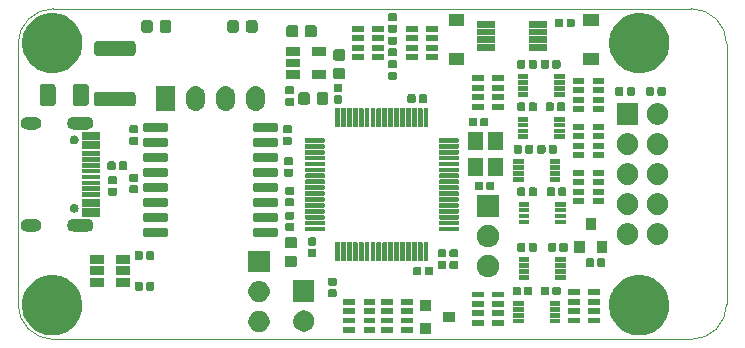
<source format=gbr>
G04 #@! TF.GenerationSoftware,KiCad,Pcbnew,5.1.5+dfsg1-2build2*
G04 #@! TF.CreationDate,2020-09-23T01:19:26+04:00*
G04 #@! TF.ProjectId,RailLink,5261696c-4c69-46e6-9b2e-6b696361645f,rev?*
G04 #@! TF.SameCoordinates,PX5f5e100PY7a12000*
G04 #@! TF.FileFunction,Soldermask,Top*
G04 #@! TF.FilePolarity,Negative*
%FSLAX46Y46*%
G04 Gerber Fmt 4.6, Leading zero omitted, Abs format (unit mm)*
G04 Created by KiCad (PCBNEW 5.1.5+dfsg1-2build2) date 2020-09-23 01:19:26*
%MOMM*%
%LPD*%
G04 APERTURE LIST*
%ADD10C,0.050000*%
%ADD11C,0.160000*%
G04 APERTURE END LIST*
D10*
X3000000Y0D02*
G75*
G02X0Y3000000I0J3000000D01*
G01*
X0Y25000000D02*
G75*
G02X3000000Y28000000I3000000J0D01*
G01*
X57000000Y28000000D02*
G75*
G02X60000000Y25000000I0J-3000000D01*
G01*
X60000000Y3000000D02*
G75*
G02X57000000Y0I-3000000J0D01*
G01*
X57000000Y28000000D02*
X3000000Y28000000D01*
X60000000Y3000000D02*
X60000000Y25000000D01*
X3000000Y0D02*
X57000000Y0D01*
X0Y25000000D02*
X0Y3000000D01*
D11*
G36*
X53179589Y5384670D02*
G01*
X53343807Y5352005D01*
X53541784Y5270000D01*
X53796940Y5164311D01*
X53807878Y5159780D01*
X53927208Y5080046D01*
X54225529Y4880715D01*
X54580715Y4525529D01*
X54714704Y4325000D01*
X54844999Y4130000D01*
X54859781Y4107876D01*
X54868221Y4087500D01*
X55052005Y3643807D01*
X55061702Y3595058D01*
X55150000Y3151155D01*
X55150000Y2648845D01*
X55100501Y2400000D01*
X55052005Y2156193D01*
X54955708Y1923713D01*
X54865295Y1705435D01*
X54859780Y1692122D01*
X54804002Y1608644D01*
X54596090Y1297481D01*
X54580714Y1274470D01*
X54225530Y919286D01*
X53807878Y640220D01*
X53343807Y447995D01*
X53179589Y415330D01*
X52851155Y350000D01*
X52348845Y350000D01*
X52020411Y415330D01*
X51856193Y447995D01*
X51392122Y640220D01*
X50974470Y919286D01*
X50619286Y1274470D01*
X50603911Y1297481D01*
X50395998Y1608644D01*
X50340220Y1692122D01*
X50334706Y1705435D01*
X50244292Y1923713D01*
X50147995Y2156193D01*
X50099499Y2400000D01*
X50050000Y2648845D01*
X50050000Y3151155D01*
X50138298Y3595058D01*
X50147995Y3643807D01*
X50331779Y4087500D01*
X50340219Y4107876D01*
X50355002Y4130000D01*
X50485296Y4325000D01*
X50619285Y4525529D01*
X50974471Y4880715D01*
X51272792Y5080046D01*
X51392122Y5159780D01*
X51403061Y5164311D01*
X51658216Y5270000D01*
X51856193Y5352005D01*
X52020411Y5384670D01*
X52348845Y5450000D01*
X52851155Y5450000D01*
X53179589Y5384670D01*
G37*
G36*
X3479589Y5384670D02*
G01*
X3643807Y5352005D01*
X3841784Y5270000D01*
X4096940Y5164311D01*
X4107878Y5159780D01*
X4227208Y5080046D01*
X4525529Y4880715D01*
X4880715Y4525529D01*
X5014704Y4325000D01*
X5144999Y4130000D01*
X5159781Y4107876D01*
X5168221Y4087500D01*
X5352005Y3643807D01*
X5361702Y3595058D01*
X5450000Y3151155D01*
X5450000Y2648845D01*
X5400501Y2400000D01*
X5352005Y2156193D01*
X5255708Y1923713D01*
X5165295Y1705435D01*
X5159780Y1692122D01*
X5104002Y1608644D01*
X4896090Y1297481D01*
X4880714Y1274470D01*
X4525530Y919286D01*
X4107878Y640220D01*
X3643807Y447995D01*
X3479589Y415330D01*
X3151155Y350000D01*
X2648845Y350000D01*
X2320411Y415330D01*
X2156193Y447995D01*
X1692122Y640220D01*
X1274470Y919286D01*
X919286Y1274470D01*
X903911Y1297481D01*
X695998Y1608644D01*
X640220Y1692122D01*
X634706Y1705435D01*
X544292Y1923713D01*
X447995Y2156193D01*
X399499Y2400000D01*
X350000Y2648845D01*
X350000Y3151155D01*
X438298Y3595058D01*
X447995Y3643807D01*
X631779Y4087500D01*
X640219Y4107876D01*
X655002Y4130000D01*
X785296Y4325000D01*
X919285Y4525529D01*
X1274471Y4880715D01*
X1572792Y5080046D01*
X1692122Y5159780D01*
X1703061Y5164311D01*
X1958216Y5270000D01*
X2156193Y5352005D01*
X2320411Y5384670D01*
X2648845Y5450000D01*
X3151155Y5450000D01*
X3479589Y5384670D01*
G37*
G36*
X35000000Y500000D02*
G01*
X34000000Y500000D01*
X34000000Y1400000D01*
X35000000Y1400000D01*
X35000000Y500000D01*
G37*
G36*
X30250000Y550000D02*
G01*
X29250000Y550000D01*
X29250000Y1050000D01*
X30250000Y1050000D01*
X30250000Y550000D01*
G37*
G36*
X31750000Y550000D02*
G01*
X30750000Y550000D01*
X30750000Y1050000D01*
X31750000Y1050000D01*
X31750000Y550000D01*
G37*
G36*
X28550000Y550000D02*
G01*
X27550000Y550000D01*
X27550000Y1050000D01*
X28550000Y1050000D01*
X28550000Y550000D01*
G37*
G36*
X33450000Y550000D02*
G01*
X32450000Y550000D01*
X32450000Y1050000D01*
X33450000Y1050000D01*
X33450000Y550000D01*
G37*
G36*
X20589190Y2400000D02*
G01*
X20662520Y2385414D01*
X20826310Y2317570D01*
X20973717Y2219076D01*
X21099076Y2093717D01*
X21197570Y1946310D01*
X21265414Y1782520D01*
X21276943Y1724561D01*
X21291774Y1650000D01*
X21300000Y1608642D01*
X21300000Y1431358D01*
X21265414Y1257480D01*
X21197570Y1093690D01*
X21099076Y946283D01*
X20973717Y820924D01*
X20826310Y722430D01*
X20662520Y654586D01*
X20604561Y643057D01*
X20488644Y620000D01*
X20311356Y620000D01*
X20195439Y643057D01*
X20137480Y654586D01*
X19973690Y722430D01*
X19826283Y820924D01*
X19700924Y946283D01*
X19602430Y1093690D01*
X19534586Y1257480D01*
X19500000Y1431358D01*
X19500000Y1608642D01*
X19508227Y1650000D01*
X19523057Y1724561D01*
X19534586Y1782520D01*
X19602430Y1946310D01*
X19700924Y2093717D01*
X19826283Y2219076D01*
X19973690Y2317570D01*
X20137480Y2385414D01*
X20210810Y2400000D01*
X20311356Y2420000D01*
X20488644Y2420000D01*
X20589190Y2400000D01*
G37*
G36*
X24404561Y2436943D02*
G01*
X24462520Y2425414D01*
X24626310Y2357570D01*
X24773717Y2259076D01*
X24899076Y2133717D01*
X24997570Y1986310D01*
X25023499Y1923713D01*
X25065414Y1822519D01*
X25100000Y1648644D01*
X25100000Y1471356D01*
X25085806Y1400000D01*
X25065414Y1297480D01*
X24997570Y1133690D01*
X24899076Y986283D01*
X24773717Y860924D01*
X24626310Y762430D01*
X24462520Y694586D01*
X24404561Y683057D01*
X24288644Y660000D01*
X24111356Y660000D01*
X23995439Y683057D01*
X23937480Y694586D01*
X23773690Y762430D01*
X23626283Y860924D01*
X23500924Y986283D01*
X23402430Y1133690D01*
X23334586Y1297480D01*
X23314194Y1400000D01*
X23300000Y1471356D01*
X23300000Y1648644D01*
X23334586Y1822519D01*
X23376502Y1923713D01*
X23402430Y1986310D01*
X23500924Y2133717D01*
X23626283Y2259076D01*
X23773690Y2357570D01*
X23937480Y2425414D01*
X23995439Y2436943D01*
X24111356Y2460000D01*
X24288644Y2460000D01*
X24404561Y2436943D01*
G37*
G36*
X41150000Y1150000D02*
G01*
X40150000Y1150000D01*
X40150000Y1650000D01*
X41150000Y1650000D01*
X41150000Y1150000D01*
G37*
G36*
X39450000Y1150000D02*
G01*
X38450000Y1150000D01*
X38450000Y1650000D01*
X39450000Y1650000D01*
X39450000Y1150000D01*
G37*
G36*
X49250000Y1350000D02*
G01*
X48250000Y1350000D01*
X48250000Y1850000D01*
X49250000Y1850000D01*
X49250000Y1350000D01*
G37*
G36*
X45900000Y1350000D02*
G01*
X45000000Y1350000D01*
X45000000Y1750000D01*
X45900000Y1750000D01*
X45900000Y1350000D01*
G37*
G36*
X33450000Y1350000D02*
G01*
X32450000Y1350000D01*
X32450000Y1850000D01*
X33450000Y1850000D01*
X33450000Y1350000D01*
G37*
G36*
X42800000Y1350000D02*
G01*
X41900000Y1350000D01*
X41900000Y1750000D01*
X42800000Y1750000D01*
X42800000Y1350000D01*
G37*
G36*
X47550000Y1350000D02*
G01*
X46550000Y1350000D01*
X46550000Y1850000D01*
X47550000Y1850000D01*
X47550000Y1350000D01*
G37*
G36*
X28550000Y1350000D02*
G01*
X27550000Y1350000D01*
X27550000Y1850000D01*
X28550000Y1850000D01*
X28550000Y1350000D01*
G37*
G36*
X31750000Y1350000D02*
G01*
X30750000Y1350000D01*
X30750000Y1850000D01*
X31750000Y1850000D01*
X31750000Y1350000D01*
G37*
G36*
X30250000Y1350000D02*
G01*
X29250000Y1350000D01*
X29250000Y1850000D01*
X30250000Y1850000D01*
X30250000Y1350000D01*
G37*
G36*
X37000000Y1450000D02*
G01*
X36000000Y1450000D01*
X36000000Y2350000D01*
X37000000Y2350000D01*
X37000000Y1450000D01*
G37*
G36*
X45900000Y1850000D02*
G01*
X45000000Y1850000D01*
X45000000Y2250000D01*
X45900000Y2250000D01*
X45900000Y1850000D01*
G37*
G36*
X42800000Y1850000D02*
G01*
X41900000Y1850000D01*
X41900000Y2250000D01*
X42800000Y2250000D01*
X42800000Y1850000D01*
G37*
G36*
X39450000Y1950000D02*
G01*
X38450000Y1950000D01*
X38450000Y2450000D01*
X39450000Y2450000D01*
X39450000Y1950000D01*
G37*
G36*
X41150000Y1950000D02*
G01*
X40150000Y1950000D01*
X40150000Y2450000D01*
X41150000Y2450000D01*
X41150000Y1950000D01*
G37*
G36*
X47550000Y2150000D02*
G01*
X46550000Y2150000D01*
X46550000Y2650000D01*
X47550000Y2650000D01*
X47550000Y2150000D01*
G37*
G36*
X49250000Y2150000D02*
G01*
X48250000Y2150000D01*
X48250000Y2650000D01*
X49250000Y2650000D01*
X49250000Y2150000D01*
G37*
G36*
X28550000Y2150000D02*
G01*
X27550000Y2150000D01*
X27550000Y2650000D01*
X28550000Y2650000D01*
X28550000Y2150000D01*
G37*
G36*
X30250000Y2150000D02*
G01*
X29250000Y2150000D01*
X29250000Y2650000D01*
X30250000Y2650000D01*
X30250000Y2150000D01*
G37*
G36*
X33450000Y2150000D02*
G01*
X32450000Y2150000D01*
X32450000Y2650000D01*
X33450000Y2650000D01*
X33450000Y2150000D01*
G37*
G36*
X31750000Y2150000D02*
G01*
X30750000Y2150000D01*
X30750000Y2650000D01*
X31750000Y2650000D01*
X31750000Y2150000D01*
G37*
G36*
X42800000Y2350000D02*
G01*
X41900000Y2350000D01*
X41900000Y2750000D01*
X42800000Y2750000D01*
X42800000Y2350000D01*
G37*
G36*
X45900000Y2350000D02*
G01*
X45000000Y2350000D01*
X45000000Y2750000D01*
X45900000Y2750000D01*
X45900000Y2350000D01*
G37*
G36*
X35000000Y2400000D02*
G01*
X34000000Y2400000D01*
X34000000Y3300000D01*
X35000000Y3300000D01*
X35000000Y2400000D01*
G37*
G36*
X41150000Y2750000D02*
G01*
X40150000Y2750000D01*
X40150000Y3250000D01*
X41150000Y3250000D01*
X41150000Y2750000D01*
G37*
G36*
X39450000Y2750000D02*
G01*
X38450000Y2750000D01*
X38450000Y3250000D01*
X39450000Y3250000D01*
X39450000Y2750000D01*
G37*
G36*
X42800000Y2850000D02*
G01*
X41900000Y2850000D01*
X41900000Y3250000D01*
X42800000Y3250000D01*
X42800000Y2850000D01*
G37*
G36*
X45900000Y2850000D02*
G01*
X45000000Y2850000D01*
X45000000Y3250000D01*
X45900000Y3250000D01*
X45900000Y2850000D01*
G37*
G36*
X31750000Y2950000D02*
G01*
X30750000Y2950000D01*
X30750000Y3450000D01*
X31750000Y3450000D01*
X31750000Y2950000D01*
G37*
G36*
X49250000Y2950000D02*
G01*
X48250000Y2950000D01*
X48250000Y3450000D01*
X49250000Y3450000D01*
X49250000Y2950000D01*
G37*
G36*
X47550000Y2950000D02*
G01*
X46550000Y2950000D01*
X46550000Y3450000D01*
X47550000Y3450000D01*
X47550000Y2950000D01*
G37*
G36*
X28550000Y2950000D02*
G01*
X27550000Y2950000D01*
X27550000Y3450000D01*
X28550000Y3450000D01*
X28550000Y2950000D01*
G37*
G36*
X30250000Y2950000D02*
G01*
X29250000Y2950000D01*
X29250000Y3450000D01*
X30250000Y3450000D01*
X30250000Y2950000D01*
G37*
G36*
X33450000Y2950000D02*
G01*
X32450000Y2950000D01*
X32450000Y3450000D01*
X33450000Y3450000D01*
X33450000Y2950000D01*
G37*
G36*
X20604561Y4936943D02*
G01*
X20662520Y4925414D01*
X20770433Y4880715D01*
X20804305Y4866685D01*
X20826310Y4857570D01*
X20973717Y4759076D01*
X21099076Y4633717D01*
X21197570Y4486310D01*
X21264387Y4325000D01*
X21265414Y4322519D01*
X21300000Y4148644D01*
X21300000Y3971356D01*
X21279610Y3868847D01*
X21265414Y3797480D01*
X21197570Y3633690D01*
X21099076Y3486283D01*
X20973717Y3360924D01*
X20826310Y3262430D01*
X20662520Y3194586D01*
X20623668Y3186858D01*
X20488644Y3160000D01*
X20311356Y3160000D01*
X20176332Y3186858D01*
X20137480Y3194586D01*
X19973690Y3262430D01*
X19826283Y3360924D01*
X19700924Y3486283D01*
X19602430Y3633690D01*
X19534586Y3797480D01*
X19520390Y3868847D01*
X19500000Y3971356D01*
X19500000Y4148644D01*
X19534586Y4322519D01*
X19535614Y4325000D01*
X19602430Y4486310D01*
X19700924Y4633717D01*
X19826283Y4759076D01*
X19973690Y4857570D01*
X19995696Y4866685D01*
X20029567Y4880715D01*
X20137480Y4925414D01*
X20195439Y4936943D01*
X20311356Y4960000D01*
X20488644Y4960000D01*
X20604561Y4936943D01*
G37*
G36*
X25100000Y3200000D02*
G01*
X23300000Y3200000D01*
X23300000Y5000000D01*
X25100000Y5000000D01*
X25100000Y3200000D01*
G37*
G36*
X41150000Y3550000D02*
G01*
X40150000Y3550000D01*
X40150000Y4050000D01*
X41150000Y4050000D01*
X41150000Y3550000D01*
G37*
G36*
X39450000Y3550000D02*
G01*
X38450000Y3550000D01*
X38450000Y4050000D01*
X39450000Y4050000D01*
X39450000Y3550000D01*
G37*
G36*
X26851228Y4256929D02*
G01*
X26878855Y4248548D01*
X26904311Y4234942D01*
X26926627Y4216627D01*
X26944942Y4194311D01*
X26958548Y4168855D01*
X26966929Y4141228D01*
X26970000Y4110046D01*
X26970000Y3719954D01*
X26966929Y3688772D01*
X26958548Y3661145D01*
X26944942Y3635689D01*
X26926627Y3613373D01*
X26904311Y3595058D01*
X26878855Y3581452D01*
X26851228Y3573071D01*
X26820046Y3570000D01*
X26379954Y3570000D01*
X26348772Y3573071D01*
X26321145Y3581452D01*
X26295689Y3595058D01*
X26273373Y3613373D01*
X26255058Y3635689D01*
X26241452Y3661145D01*
X26233071Y3688772D01*
X26230000Y3719954D01*
X26230000Y4110046D01*
X26233071Y4141228D01*
X26241452Y4168855D01*
X26255058Y4194311D01*
X26273373Y4216627D01*
X26295689Y4234942D01*
X26321145Y4248548D01*
X26348772Y4256929D01*
X26379954Y4260000D01*
X26820046Y4260000D01*
X26851228Y4256929D01*
G37*
G36*
X45811228Y4466929D02*
G01*
X45838855Y4458548D01*
X45864311Y4444942D01*
X45886627Y4426627D01*
X45904942Y4404311D01*
X45918548Y4378855D01*
X45926929Y4351228D01*
X45930000Y4320046D01*
X45930000Y3879954D01*
X45926929Y3848772D01*
X45918548Y3821145D01*
X45904942Y3795689D01*
X45886627Y3773373D01*
X45864311Y3755058D01*
X45838855Y3741452D01*
X45811228Y3733071D01*
X45780046Y3730000D01*
X45389954Y3730000D01*
X45358772Y3733071D01*
X45331145Y3741452D01*
X45305689Y3755058D01*
X45283373Y3773373D01*
X45265058Y3795689D01*
X45251452Y3821145D01*
X45243071Y3848772D01*
X45240000Y3879954D01*
X45240000Y4320046D01*
X45243071Y4351228D01*
X45251452Y4378855D01*
X45265058Y4404311D01*
X45283373Y4426627D01*
X45305689Y4444942D01*
X45331145Y4458548D01*
X45358772Y4466929D01*
X45389954Y4470000D01*
X45780046Y4470000D01*
X45811228Y4466929D01*
G37*
G36*
X44841228Y4466929D02*
G01*
X44868855Y4458548D01*
X44894311Y4444942D01*
X44916627Y4426627D01*
X44934942Y4404311D01*
X44948548Y4378855D01*
X44956929Y4351228D01*
X44960000Y4320046D01*
X44960000Y3879954D01*
X44956929Y3848772D01*
X44948548Y3821145D01*
X44934942Y3795689D01*
X44916627Y3773373D01*
X44894311Y3755058D01*
X44868855Y3741452D01*
X44841228Y3733071D01*
X44810046Y3730000D01*
X44419954Y3730000D01*
X44388772Y3733071D01*
X44361145Y3741452D01*
X44335689Y3755058D01*
X44313373Y3773373D01*
X44295058Y3795689D01*
X44281452Y3821145D01*
X44273071Y3848772D01*
X44270000Y3879954D01*
X44270000Y4320046D01*
X44273071Y4351228D01*
X44281452Y4378855D01*
X44295058Y4404311D01*
X44313373Y4426627D01*
X44335689Y4444942D01*
X44361145Y4458548D01*
X44388772Y4466929D01*
X44419954Y4470000D01*
X44810046Y4470000D01*
X44841228Y4466929D01*
G37*
G36*
X42441228Y4466929D02*
G01*
X42468855Y4458548D01*
X42494311Y4444942D01*
X42516627Y4426627D01*
X42534942Y4404311D01*
X42548548Y4378855D01*
X42556929Y4351228D01*
X42560000Y4320046D01*
X42560000Y3879954D01*
X42556929Y3848772D01*
X42548548Y3821145D01*
X42534942Y3795689D01*
X42516627Y3773373D01*
X42494311Y3755058D01*
X42468855Y3741452D01*
X42441228Y3733071D01*
X42410046Y3730000D01*
X42019954Y3730000D01*
X41988772Y3733071D01*
X41961145Y3741452D01*
X41935689Y3755058D01*
X41913373Y3773373D01*
X41895058Y3795689D01*
X41881452Y3821145D01*
X41873071Y3848772D01*
X41870000Y3879954D01*
X41870000Y4320046D01*
X41873071Y4351228D01*
X41881452Y4378855D01*
X41895058Y4404311D01*
X41913373Y4426627D01*
X41935689Y4444942D01*
X41961145Y4458548D01*
X41988772Y4466929D01*
X42019954Y4470000D01*
X42410046Y4470000D01*
X42441228Y4466929D01*
G37*
G36*
X43411228Y4466929D02*
G01*
X43438855Y4458548D01*
X43464311Y4444942D01*
X43486627Y4426627D01*
X43504942Y4404311D01*
X43518548Y4378855D01*
X43526929Y4351228D01*
X43530000Y4320046D01*
X43530000Y3879954D01*
X43526929Y3848772D01*
X43518548Y3821145D01*
X43504942Y3795689D01*
X43486627Y3773373D01*
X43464311Y3755058D01*
X43438855Y3741452D01*
X43411228Y3733071D01*
X43380046Y3730000D01*
X42989954Y3730000D01*
X42958772Y3733071D01*
X42931145Y3741452D01*
X42905689Y3755058D01*
X42883373Y3773373D01*
X42865058Y3795689D01*
X42851452Y3821145D01*
X42843071Y3848772D01*
X42840000Y3879954D01*
X42840000Y4320046D01*
X42843071Y4351228D01*
X42851452Y4378855D01*
X42865058Y4404311D01*
X42883373Y4426627D01*
X42905689Y4444942D01*
X42931145Y4458548D01*
X42958772Y4466929D01*
X42989954Y4470000D01*
X43380046Y4470000D01*
X43411228Y4466929D01*
G37*
G36*
X47550000Y3750000D02*
G01*
X46550000Y3750000D01*
X46550000Y4250000D01*
X47550000Y4250000D01*
X47550000Y3750000D01*
G37*
G36*
X49250000Y3750000D02*
G01*
X48250000Y3750000D01*
X48250000Y4250000D01*
X49250000Y4250000D01*
X49250000Y3750000D01*
G37*
G36*
X11411228Y4866929D02*
G01*
X11438855Y4858548D01*
X11464311Y4844942D01*
X11486627Y4826627D01*
X11504942Y4804311D01*
X11518548Y4778855D01*
X11526929Y4751228D01*
X11530000Y4720046D01*
X11530000Y4279954D01*
X11526929Y4248772D01*
X11518548Y4221145D01*
X11504942Y4195689D01*
X11486627Y4173373D01*
X11464311Y4155058D01*
X11438855Y4141452D01*
X11411228Y4133071D01*
X11380046Y4130000D01*
X10989954Y4130000D01*
X10958772Y4133071D01*
X10931145Y4141452D01*
X10905689Y4155058D01*
X10883373Y4173373D01*
X10865058Y4195689D01*
X10851452Y4221145D01*
X10843071Y4248772D01*
X10840000Y4279954D01*
X10840000Y4720046D01*
X10843071Y4751228D01*
X10851452Y4778855D01*
X10865058Y4804311D01*
X10883373Y4826627D01*
X10905689Y4844942D01*
X10931145Y4858548D01*
X10958772Y4866929D01*
X10989954Y4870000D01*
X11380046Y4870000D01*
X11411228Y4866929D01*
G37*
G36*
X10441228Y4866929D02*
G01*
X10468855Y4858548D01*
X10494311Y4844942D01*
X10516627Y4826627D01*
X10534942Y4804311D01*
X10548548Y4778855D01*
X10556929Y4751228D01*
X10560000Y4720046D01*
X10560000Y4279954D01*
X10556929Y4248772D01*
X10548548Y4221145D01*
X10534942Y4195689D01*
X10516627Y4173373D01*
X10494311Y4155058D01*
X10468855Y4141452D01*
X10441228Y4133071D01*
X10410046Y4130000D01*
X10019954Y4130000D01*
X9988772Y4133071D01*
X9961145Y4141452D01*
X9935689Y4155058D01*
X9913373Y4173373D01*
X9895058Y4195689D01*
X9881452Y4221145D01*
X9873071Y4248772D01*
X9870000Y4279954D01*
X9870000Y4720046D01*
X9873071Y4751228D01*
X9881452Y4778855D01*
X9895058Y4804311D01*
X9913373Y4826627D01*
X9935689Y4844942D01*
X9961145Y4858548D01*
X9988772Y4866929D01*
X10019954Y4870000D01*
X10410046Y4870000D01*
X10441228Y4866929D01*
G37*
G36*
X9480000Y4475000D02*
G01*
X8320000Y4475000D01*
X8320000Y5225000D01*
X9480000Y5225000D01*
X9480000Y4475000D01*
G37*
G36*
X7280000Y4475000D02*
G01*
X6120000Y4475000D01*
X6120000Y5225000D01*
X7280000Y5225000D01*
X7280000Y4475000D01*
G37*
G36*
X26851228Y5226929D02*
G01*
X26878855Y5218548D01*
X26904311Y5204942D01*
X26926627Y5186627D01*
X26944942Y5164311D01*
X26958548Y5138855D01*
X26966929Y5111228D01*
X26970000Y5080046D01*
X26970000Y4689954D01*
X26966929Y4658772D01*
X26958548Y4631145D01*
X26944942Y4605689D01*
X26926627Y4583373D01*
X26904311Y4565058D01*
X26878855Y4551452D01*
X26851228Y4543071D01*
X26820046Y4540000D01*
X26379954Y4540000D01*
X26348772Y4543071D01*
X26321145Y4551452D01*
X26295689Y4565058D01*
X26273373Y4583373D01*
X26255058Y4605689D01*
X26241452Y4631145D01*
X26233071Y4658772D01*
X26230000Y4689954D01*
X26230000Y5080046D01*
X26233071Y5111228D01*
X26241452Y5138855D01*
X26255058Y5164311D01*
X26273373Y5186627D01*
X26295689Y5204942D01*
X26321145Y5218548D01*
X26348772Y5226929D01*
X26379954Y5230000D01*
X26820046Y5230000D01*
X26851228Y5226929D01*
G37*
G36*
X46400000Y5050000D02*
G01*
X45500000Y5050000D01*
X45500000Y5450000D01*
X46400000Y5450000D01*
X46400000Y5050000D01*
G37*
G36*
X43300000Y5050000D02*
G01*
X42400000Y5050000D01*
X42400000Y5450000D01*
X43300000Y5450000D01*
X43300000Y5050000D01*
G37*
G36*
X40077103Y7133493D02*
G01*
X40247445Y7062935D01*
X40249994Y7061879D01*
X40405590Y6957913D01*
X40537913Y6825590D01*
X40623500Y6697500D01*
X40641880Y6669992D01*
X40713493Y6497103D01*
X40750000Y6313568D01*
X40750000Y6126432D01*
X40713493Y5942897D01*
X40713492Y5942895D01*
X40641879Y5770006D01*
X40537913Y5614410D01*
X40405590Y5482087D01*
X40249994Y5378121D01*
X40249993Y5378120D01*
X40249992Y5378120D01*
X40077103Y5306507D01*
X39893568Y5270000D01*
X39706432Y5270000D01*
X39522897Y5306507D01*
X39350008Y5378120D01*
X39350007Y5378120D01*
X39350006Y5378121D01*
X39194410Y5482087D01*
X39062087Y5614410D01*
X38958121Y5770006D01*
X38886508Y5942895D01*
X38886507Y5942897D01*
X38850000Y6126432D01*
X38850000Y6313568D01*
X38886507Y6497103D01*
X38958120Y6669992D01*
X38976500Y6697500D01*
X39062087Y6825590D01*
X39194410Y6957913D01*
X39350006Y7061879D01*
X39352555Y7062935D01*
X39522897Y7133493D01*
X39706432Y7170000D01*
X39893568Y7170000D01*
X40077103Y7133493D01*
G37*
G36*
X9480000Y5425000D02*
G01*
X8320000Y5425000D01*
X8320000Y6175000D01*
X9480000Y6175000D01*
X9480000Y5425000D01*
G37*
G36*
X7280000Y5425000D02*
G01*
X6120000Y5425000D01*
X6120000Y6175000D01*
X7280000Y6175000D01*
X7280000Y5425000D01*
G37*
G36*
X35011228Y6166929D02*
G01*
X35038855Y6158548D01*
X35064311Y6144942D01*
X35086627Y6126627D01*
X35104942Y6104311D01*
X35118548Y6078855D01*
X35126929Y6051228D01*
X35130000Y6020046D01*
X35130000Y5579954D01*
X35126929Y5548772D01*
X35118548Y5521145D01*
X35104942Y5495689D01*
X35086627Y5473373D01*
X35064311Y5455058D01*
X35038855Y5441452D01*
X35011228Y5433071D01*
X34980046Y5430000D01*
X34589954Y5430000D01*
X34558772Y5433071D01*
X34531145Y5441452D01*
X34505689Y5455058D01*
X34483373Y5473373D01*
X34465058Y5495689D01*
X34451452Y5521145D01*
X34443071Y5548772D01*
X34440000Y5579954D01*
X34440000Y6020046D01*
X34443071Y6051228D01*
X34451452Y6078855D01*
X34465058Y6104311D01*
X34483373Y6126627D01*
X34505689Y6144942D01*
X34531145Y6158548D01*
X34558772Y6166929D01*
X34589954Y6170000D01*
X34980046Y6170000D01*
X35011228Y6166929D01*
G37*
G36*
X34041228Y6166929D02*
G01*
X34068855Y6158548D01*
X34094311Y6144942D01*
X34116627Y6126627D01*
X34134942Y6104311D01*
X34148548Y6078855D01*
X34156929Y6051228D01*
X34160000Y6020046D01*
X34160000Y5579954D01*
X34156929Y5548772D01*
X34148548Y5521145D01*
X34134942Y5495689D01*
X34116627Y5473373D01*
X34094311Y5455058D01*
X34068855Y5441452D01*
X34041228Y5433071D01*
X34010046Y5430000D01*
X33619954Y5430000D01*
X33588772Y5433071D01*
X33561145Y5441452D01*
X33535689Y5455058D01*
X33513373Y5473373D01*
X33495058Y5495689D01*
X33481452Y5521145D01*
X33473071Y5548772D01*
X33470000Y5579954D01*
X33470000Y6020046D01*
X33473071Y6051228D01*
X33481452Y6078855D01*
X33495058Y6104311D01*
X33513373Y6126627D01*
X33535689Y6144942D01*
X33561145Y6158548D01*
X33588772Y6166929D01*
X33619954Y6170000D01*
X34010046Y6170000D01*
X34041228Y6166929D01*
G37*
G36*
X43300000Y5550000D02*
G01*
X42400000Y5550000D01*
X42400000Y5950000D01*
X43300000Y5950000D01*
X43300000Y5550000D01*
G37*
G36*
X46400000Y5550000D02*
G01*
X45500000Y5550000D01*
X45500000Y5950000D01*
X46400000Y5950000D01*
X46400000Y5550000D01*
G37*
G36*
X21300000Y5700000D02*
G01*
X19500000Y5700000D01*
X19500000Y7500000D01*
X21300000Y7500000D01*
X21300000Y5700000D01*
G37*
G36*
X36151228Y6656929D02*
G01*
X36178855Y6648548D01*
X36204311Y6634942D01*
X36226627Y6616627D01*
X36244942Y6594311D01*
X36258548Y6568855D01*
X36266929Y6541228D01*
X36270000Y6510046D01*
X36270000Y6119954D01*
X36266929Y6088772D01*
X36258548Y6061145D01*
X36244942Y6035689D01*
X36226627Y6013373D01*
X36204311Y5995058D01*
X36178855Y5981452D01*
X36151228Y5973071D01*
X36120046Y5970000D01*
X35679954Y5970000D01*
X35648772Y5973071D01*
X35621145Y5981452D01*
X35595689Y5995058D01*
X35573373Y6013373D01*
X35555058Y6035689D01*
X35541452Y6061145D01*
X35533071Y6088772D01*
X35530000Y6119954D01*
X35530000Y6510046D01*
X35533071Y6541228D01*
X35541452Y6568855D01*
X35555058Y6594311D01*
X35573373Y6616627D01*
X35595689Y6634942D01*
X35621145Y6648548D01*
X35648772Y6656929D01*
X35679954Y6660000D01*
X36120046Y6660000D01*
X36151228Y6656929D01*
G37*
G36*
X37151228Y6656929D02*
G01*
X37178855Y6648548D01*
X37204311Y6634942D01*
X37226627Y6616627D01*
X37244942Y6594311D01*
X37258548Y6568855D01*
X37266929Y6541228D01*
X37270000Y6510046D01*
X37270000Y6119954D01*
X37266929Y6088772D01*
X37258548Y6061145D01*
X37244942Y6035689D01*
X37226627Y6013373D01*
X37204311Y5995058D01*
X37178855Y5981452D01*
X37151228Y5973071D01*
X37120046Y5970000D01*
X36679954Y5970000D01*
X36648772Y5973071D01*
X36621145Y5981452D01*
X36595689Y5995058D01*
X36573373Y6013373D01*
X36555058Y6035689D01*
X36541452Y6061145D01*
X36533071Y6088772D01*
X36530000Y6119954D01*
X36530000Y6510046D01*
X36533071Y6541228D01*
X36541452Y6568855D01*
X36555058Y6594311D01*
X36573373Y6616627D01*
X36595689Y6634942D01*
X36621145Y6648548D01*
X36648772Y6656929D01*
X36679954Y6660000D01*
X37120046Y6660000D01*
X37151228Y6656929D01*
G37*
G36*
X43300000Y6050000D02*
G01*
X42400000Y6050000D01*
X42400000Y6450000D01*
X43300000Y6450000D01*
X43300000Y6050000D01*
G37*
G36*
X46400000Y6050000D02*
G01*
X45500000Y6050000D01*
X45500000Y6450000D01*
X46400000Y6450000D01*
X46400000Y6050000D01*
G37*
G36*
X23448879Y7095560D02*
G01*
X23489870Y7083126D01*
X23527645Y7062935D01*
X23560758Y7035758D01*
X23587935Y7002645D01*
X23608126Y6964870D01*
X23620560Y6923879D01*
X23625000Y6878796D01*
X23625000Y6346204D01*
X23620560Y6301121D01*
X23608126Y6260130D01*
X23587935Y6222355D01*
X23560758Y6189242D01*
X23527645Y6162065D01*
X23489870Y6141874D01*
X23448879Y6129440D01*
X23403796Y6125000D01*
X22796204Y6125000D01*
X22751121Y6129440D01*
X22710130Y6141874D01*
X22672355Y6162065D01*
X22639242Y6189242D01*
X22612065Y6222355D01*
X22591874Y6260130D01*
X22579440Y6301121D01*
X22575000Y6346204D01*
X22575000Y6878796D01*
X22579440Y6923879D01*
X22591874Y6964870D01*
X22612065Y7002645D01*
X22639242Y7035758D01*
X22672355Y7062935D01*
X22710130Y7083126D01*
X22751121Y7095560D01*
X22796204Y7100000D01*
X23403796Y7100000D01*
X23448879Y7095560D01*
G37*
G36*
X49611228Y6866929D02*
G01*
X49638855Y6858548D01*
X49664311Y6844942D01*
X49686627Y6826627D01*
X49704942Y6804311D01*
X49718548Y6778855D01*
X49726929Y6751228D01*
X49730000Y6720046D01*
X49730000Y6279954D01*
X49726929Y6248772D01*
X49718548Y6221145D01*
X49704942Y6195689D01*
X49686627Y6173373D01*
X49664311Y6155058D01*
X49638855Y6141452D01*
X49611228Y6133071D01*
X49580046Y6130000D01*
X49189954Y6130000D01*
X49158772Y6133071D01*
X49131145Y6141452D01*
X49105689Y6155058D01*
X49083373Y6173373D01*
X49065058Y6195689D01*
X49051452Y6221145D01*
X49043071Y6248772D01*
X49040000Y6279954D01*
X49040000Y6720046D01*
X49043071Y6751228D01*
X49051452Y6778855D01*
X49065058Y6804311D01*
X49083373Y6826627D01*
X49105689Y6844942D01*
X49131145Y6858548D01*
X49158772Y6866929D01*
X49189954Y6870000D01*
X49580046Y6870000D01*
X49611228Y6866929D01*
G37*
G36*
X48641228Y6866929D02*
G01*
X48668855Y6858548D01*
X48694311Y6844942D01*
X48716627Y6826627D01*
X48734942Y6804311D01*
X48748548Y6778855D01*
X48756929Y6751228D01*
X48760000Y6720046D01*
X48760000Y6279954D01*
X48756929Y6248772D01*
X48748548Y6221145D01*
X48734942Y6195689D01*
X48716627Y6173373D01*
X48694311Y6155058D01*
X48668855Y6141452D01*
X48641228Y6133071D01*
X48610046Y6130000D01*
X48219954Y6130000D01*
X48188772Y6133071D01*
X48161145Y6141452D01*
X48135689Y6155058D01*
X48113373Y6173373D01*
X48095058Y6195689D01*
X48081452Y6221145D01*
X48073071Y6248772D01*
X48070000Y6279954D01*
X48070000Y6720046D01*
X48073071Y6751228D01*
X48081452Y6778855D01*
X48095058Y6804311D01*
X48113373Y6826627D01*
X48135689Y6844942D01*
X48161145Y6858548D01*
X48188772Y6866929D01*
X48219954Y6870000D01*
X48610046Y6870000D01*
X48641228Y6866929D01*
G37*
G36*
X9480000Y6375000D02*
G01*
X8320000Y6375000D01*
X8320000Y7125000D01*
X9480000Y7125000D01*
X9480000Y6375000D01*
G37*
G36*
X7280000Y6375000D02*
G01*
X6120000Y6375000D01*
X6120000Y7125000D01*
X7280000Y7125000D01*
X7280000Y6375000D01*
G37*
G36*
X46400000Y6550000D02*
G01*
X45500000Y6550000D01*
X45500000Y6950000D01*
X46400000Y6950000D01*
X46400000Y6550000D01*
G37*
G36*
X43300000Y6550000D02*
G01*
X42400000Y6550000D01*
X42400000Y6950000D01*
X43300000Y6950000D01*
X43300000Y6550000D01*
G37*
G36*
X28189584Y8248322D02*
G01*
X28203611Y8244067D01*
X28216532Y8237160D01*
X28227862Y8227862D01*
X28237160Y8216532D01*
X28244067Y8203611D01*
X28248322Y8189584D01*
X28250000Y8172546D01*
X28250000Y6677454D01*
X28248322Y6660416D01*
X28244067Y6646389D01*
X28237160Y6633468D01*
X28227862Y6622138D01*
X28216532Y6612840D01*
X28203611Y6605933D01*
X28189584Y6601678D01*
X28172546Y6600000D01*
X27927454Y6600000D01*
X27910416Y6601678D01*
X27896389Y6605933D01*
X27883468Y6612840D01*
X27872138Y6622138D01*
X27862840Y6633468D01*
X27855933Y6646389D01*
X27851678Y6660416D01*
X27850000Y6677454D01*
X27850000Y8172546D01*
X27851678Y8189584D01*
X27855933Y8203611D01*
X27862840Y8216532D01*
X27872138Y8227862D01*
X27883468Y8237160D01*
X27896389Y8244067D01*
X27910416Y8248322D01*
X27927454Y8250000D01*
X28172546Y8250000D01*
X28189584Y8248322D01*
G37*
G36*
X28689584Y8248322D02*
G01*
X28703611Y8244067D01*
X28716532Y8237160D01*
X28727862Y8227862D01*
X28737160Y8216532D01*
X28744067Y8203611D01*
X28748322Y8189584D01*
X28750000Y8172546D01*
X28750000Y6677454D01*
X28748322Y6660416D01*
X28744067Y6646389D01*
X28737160Y6633468D01*
X28727862Y6622138D01*
X28716532Y6612840D01*
X28703611Y6605933D01*
X28689584Y6601678D01*
X28672546Y6600000D01*
X28427454Y6600000D01*
X28410416Y6601678D01*
X28396389Y6605933D01*
X28383468Y6612840D01*
X28372138Y6622138D01*
X28362840Y6633468D01*
X28355933Y6646389D01*
X28351678Y6660416D01*
X28350000Y6677454D01*
X28350000Y8172546D01*
X28351678Y8189584D01*
X28355933Y8203611D01*
X28362840Y8216532D01*
X28372138Y8227862D01*
X28383468Y8237160D01*
X28396389Y8244067D01*
X28410416Y8248322D01*
X28427454Y8250000D01*
X28672546Y8250000D01*
X28689584Y8248322D01*
G37*
G36*
X29689584Y8248322D02*
G01*
X29703611Y8244067D01*
X29716532Y8237160D01*
X29727862Y8227862D01*
X29737160Y8216532D01*
X29744067Y8203611D01*
X29748322Y8189584D01*
X29750000Y8172546D01*
X29750000Y6677454D01*
X29748322Y6660416D01*
X29744067Y6646389D01*
X29737160Y6633468D01*
X29727862Y6622138D01*
X29716532Y6612840D01*
X29703611Y6605933D01*
X29689584Y6601678D01*
X29672546Y6600000D01*
X29427454Y6600000D01*
X29410416Y6601678D01*
X29396389Y6605933D01*
X29383468Y6612840D01*
X29372138Y6622138D01*
X29362840Y6633468D01*
X29355933Y6646389D01*
X29351678Y6660416D01*
X29350000Y6677454D01*
X29350000Y8172546D01*
X29351678Y8189584D01*
X29355933Y8203611D01*
X29362840Y8216532D01*
X29372138Y8227862D01*
X29383468Y8237160D01*
X29396389Y8244067D01*
X29410416Y8248322D01*
X29427454Y8250000D01*
X29672546Y8250000D01*
X29689584Y8248322D01*
G37*
G36*
X27689584Y8248322D02*
G01*
X27703611Y8244067D01*
X27716532Y8237160D01*
X27727862Y8227862D01*
X27737160Y8216532D01*
X27744067Y8203611D01*
X27748322Y8189584D01*
X27750000Y8172546D01*
X27750000Y6677454D01*
X27748322Y6660416D01*
X27744067Y6646389D01*
X27737160Y6633468D01*
X27727862Y6622138D01*
X27716532Y6612840D01*
X27703611Y6605933D01*
X27689584Y6601678D01*
X27672546Y6600000D01*
X27427454Y6600000D01*
X27410416Y6601678D01*
X27396389Y6605933D01*
X27383468Y6612840D01*
X27372138Y6622138D01*
X27362840Y6633468D01*
X27355933Y6646389D01*
X27351678Y6660416D01*
X27350000Y6677454D01*
X27350000Y8172546D01*
X27351678Y8189584D01*
X27355933Y8203611D01*
X27362840Y8216532D01*
X27372138Y8227862D01*
X27383468Y8237160D01*
X27396389Y8244067D01*
X27410416Y8248322D01*
X27427454Y8250000D01*
X27672546Y8250000D01*
X27689584Y8248322D01*
G37*
G36*
X29189584Y8248322D02*
G01*
X29203611Y8244067D01*
X29216532Y8237160D01*
X29227862Y8227862D01*
X29237160Y8216532D01*
X29244067Y8203611D01*
X29248322Y8189584D01*
X29250000Y8172546D01*
X29250000Y6677454D01*
X29248322Y6660416D01*
X29244067Y6646389D01*
X29237160Y6633468D01*
X29227862Y6622138D01*
X29216532Y6612840D01*
X29203611Y6605933D01*
X29189584Y6601678D01*
X29172546Y6600000D01*
X28927454Y6600000D01*
X28910416Y6601678D01*
X28896389Y6605933D01*
X28883468Y6612840D01*
X28872138Y6622138D01*
X28862840Y6633468D01*
X28855933Y6646389D01*
X28851678Y6660416D01*
X28850000Y6677454D01*
X28850000Y8172546D01*
X28851678Y8189584D01*
X28855933Y8203611D01*
X28862840Y8216532D01*
X28872138Y8227862D01*
X28883468Y8237160D01*
X28896389Y8244067D01*
X28910416Y8248322D01*
X28927454Y8250000D01*
X29172546Y8250000D01*
X29189584Y8248322D01*
G37*
G36*
X30689584Y8248322D02*
G01*
X30703611Y8244067D01*
X30716532Y8237160D01*
X30727862Y8227862D01*
X30737160Y8216532D01*
X30744067Y8203611D01*
X30748322Y8189584D01*
X30750000Y8172546D01*
X30750000Y6677454D01*
X30748322Y6660416D01*
X30744067Y6646389D01*
X30737160Y6633468D01*
X30727862Y6622138D01*
X30716532Y6612840D01*
X30703611Y6605933D01*
X30689584Y6601678D01*
X30672546Y6600000D01*
X30427454Y6600000D01*
X30410416Y6601678D01*
X30396389Y6605933D01*
X30383468Y6612840D01*
X30372138Y6622138D01*
X30362840Y6633468D01*
X30355933Y6646389D01*
X30351678Y6660416D01*
X30350000Y6677454D01*
X30350000Y8172546D01*
X30351678Y8189584D01*
X30355933Y8203611D01*
X30362840Y8216532D01*
X30372138Y8227862D01*
X30383468Y8237160D01*
X30396389Y8244067D01*
X30410416Y8248322D01*
X30427454Y8250000D01*
X30672546Y8250000D01*
X30689584Y8248322D01*
G37*
G36*
X30189584Y8248322D02*
G01*
X30203611Y8244067D01*
X30216532Y8237160D01*
X30227862Y8227862D01*
X30237160Y8216532D01*
X30244067Y8203611D01*
X30248322Y8189584D01*
X30250000Y8172546D01*
X30250000Y6677454D01*
X30248322Y6660416D01*
X30244067Y6646389D01*
X30237160Y6633468D01*
X30227862Y6622138D01*
X30216532Y6612840D01*
X30203611Y6605933D01*
X30189584Y6601678D01*
X30172546Y6600000D01*
X29927454Y6600000D01*
X29910416Y6601678D01*
X29896389Y6605933D01*
X29883468Y6612840D01*
X29872138Y6622138D01*
X29862840Y6633468D01*
X29855933Y6646389D01*
X29851678Y6660416D01*
X29850000Y6677454D01*
X29850000Y8172546D01*
X29851678Y8189584D01*
X29855933Y8203611D01*
X29862840Y8216532D01*
X29872138Y8227862D01*
X29883468Y8237160D01*
X29896389Y8244067D01*
X29910416Y8248322D01*
X29927454Y8250000D01*
X30172546Y8250000D01*
X30189584Y8248322D01*
G37*
G36*
X27189584Y8248322D02*
G01*
X27203611Y8244067D01*
X27216532Y8237160D01*
X27227862Y8227862D01*
X27237160Y8216532D01*
X27244067Y8203611D01*
X27248322Y8189584D01*
X27250000Y8172546D01*
X27250000Y6677454D01*
X27248322Y6660416D01*
X27244067Y6646389D01*
X27237160Y6633468D01*
X27227862Y6622138D01*
X27216532Y6612840D01*
X27203611Y6605933D01*
X27189584Y6601678D01*
X27172546Y6600000D01*
X26927454Y6600000D01*
X26910416Y6601678D01*
X26896389Y6605933D01*
X26883468Y6612840D01*
X26872138Y6622138D01*
X26862840Y6633468D01*
X26855933Y6646389D01*
X26851678Y6660416D01*
X26850000Y6677454D01*
X26850000Y8172546D01*
X26851678Y8189584D01*
X26855933Y8203611D01*
X26862840Y8216532D01*
X26872138Y8227862D01*
X26883468Y8237160D01*
X26896389Y8244067D01*
X26910416Y8248322D01*
X26927454Y8250000D01*
X27172546Y8250000D01*
X27189584Y8248322D01*
G37*
G36*
X31689584Y8248322D02*
G01*
X31703611Y8244067D01*
X31716532Y8237160D01*
X31727862Y8227862D01*
X31737160Y8216532D01*
X31744067Y8203611D01*
X31748322Y8189584D01*
X31750000Y8172546D01*
X31750000Y6677454D01*
X31748322Y6660416D01*
X31744067Y6646389D01*
X31737160Y6633468D01*
X31727862Y6622138D01*
X31716532Y6612840D01*
X31703611Y6605933D01*
X31689584Y6601678D01*
X31672546Y6600000D01*
X31427454Y6600000D01*
X31410416Y6601678D01*
X31396389Y6605933D01*
X31383468Y6612840D01*
X31372138Y6622138D01*
X31362840Y6633468D01*
X31355933Y6646389D01*
X31351678Y6660416D01*
X31350000Y6677454D01*
X31350000Y8172546D01*
X31351678Y8189584D01*
X31355933Y8203611D01*
X31362840Y8216532D01*
X31372138Y8227862D01*
X31383468Y8237160D01*
X31396389Y8244067D01*
X31410416Y8248322D01*
X31427454Y8250000D01*
X31672546Y8250000D01*
X31689584Y8248322D01*
G37*
G36*
X31189584Y8248322D02*
G01*
X31203611Y8244067D01*
X31216532Y8237160D01*
X31227862Y8227862D01*
X31237160Y8216532D01*
X31244067Y8203611D01*
X31248322Y8189584D01*
X31250000Y8172546D01*
X31250000Y6677454D01*
X31248322Y6660416D01*
X31244067Y6646389D01*
X31237160Y6633468D01*
X31227862Y6622138D01*
X31216532Y6612840D01*
X31203611Y6605933D01*
X31189584Y6601678D01*
X31172546Y6600000D01*
X30927454Y6600000D01*
X30910416Y6601678D01*
X30896389Y6605933D01*
X30883468Y6612840D01*
X30872138Y6622138D01*
X30862840Y6633468D01*
X30855933Y6646389D01*
X30851678Y6660416D01*
X30850000Y6677454D01*
X30850000Y8172546D01*
X30851678Y8189584D01*
X30855933Y8203611D01*
X30862840Y8216532D01*
X30872138Y8227862D01*
X30883468Y8237160D01*
X30896389Y8244067D01*
X30910416Y8248322D01*
X30927454Y8250000D01*
X31172546Y8250000D01*
X31189584Y8248322D01*
G37*
G36*
X34689584Y8248322D02*
G01*
X34703611Y8244067D01*
X34716532Y8237160D01*
X34727862Y8227862D01*
X34737160Y8216532D01*
X34744067Y8203611D01*
X34748322Y8189584D01*
X34750000Y8172546D01*
X34750000Y6677454D01*
X34748322Y6660416D01*
X34744067Y6646389D01*
X34737160Y6633468D01*
X34727862Y6622138D01*
X34716532Y6612840D01*
X34703611Y6605933D01*
X34689584Y6601678D01*
X34672546Y6600000D01*
X34427454Y6600000D01*
X34410416Y6601678D01*
X34396389Y6605933D01*
X34383468Y6612840D01*
X34372138Y6622138D01*
X34362840Y6633468D01*
X34355933Y6646389D01*
X34351678Y6660416D01*
X34350000Y6677454D01*
X34350000Y8172546D01*
X34351678Y8189584D01*
X34355933Y8203611D01*
X34362840Y8216532D01*
X34372138Y8227862D01*
X34383468Y8237160D01*
X34396389Y8244067D01*
X34410416Y8248322D01*
X34427454Y8250000D01*
X34672546Y8250000D01*
X34689584Y8248322D01*
G37*
G36*
X34189584Y8248322D02*
G01*
X34203611Y8244067D01*
X34216532Y8237160D01*
X34227862Y8227862D01*
X34237160Y8216532D01*
X34244067Y8203611D01*
X34248322Y8189584D01*
X34250000Y8172546D01*
X34250000Y6677454D01*
X34248322Y6660416D01*
X34244067Y6646389D01*
X34237160Y6633468D01*
X34227862Y6622138D01*
X34216532Y6612840D01*
X34203611Y6605933D01*
X34189584Y6601678D01*
X34172546Y6600000D01*
X33927454Y6600000D01*
X33910416Y6601678D01*
X33896389Y6605933D01*
X33883468Y6612840D01*
X33872138Y6622138D01*
X33862840Y6633468D01*
X33855933Y6646389D01*
X33851678Y6660416D01*
X33850000Y6677454D01*
X33850000Y8172546D01*
X33851678Y8189584D01*
X33855933Y8203611D01*
X33862840Y8216532D01*
X33872138Y8227862D01*
X33883468Y8237160D01*
X33896389Y8244067D01*
X33910416Y8248322D01*
X33927454Y8250000D01*
X34172546Y8250000D01*
X34189584Y8248322D01*
G37*
G36*
X33689584Y8248322D02*
G01*
X33703611Y8244067D01*
X33716532Y8237160D01*
X33727862Y8227862D01*
X33737160Y8216532D01*
X33744067Y8203611D01*
X33748322Y8189584D01*
X33750000Y8172546D01*
X33750000Y6677454D01*
X33748322Y6660416D01*
X33744067Y6646389D01*
X33737160Y6633468D01*
X33727862Y6622138D01*
X33716532Y6612840D01*
X33703611Y6605933D01*
X33689584Y6601678D01*
X33672546Y6600000D01*
X33427454Y6600000D01*
X33410416Y6601678D01*
X33396389Y6605933D01*
X33383468Y6612840D01*
X33372138Y6622138D01*
X33362840Y6633468D01*
X33355933Y6646389D01*
X33351678Y6660416D01*
X33350000Y6677454D01*
X33350000Y8172546D01*
X33351678Y8189584D01*
X33355933Y8203611D01*
X33362840Y8216532D01*
X33372138Y8227862D01*
X33383468Y8237160D01*
X33396389Y8244067D01*
X33410416Y8248322D01*
X33427454Y8250000D01*
X33672546Y8250000D01*
X33689584Y8248322D01*
G37*
G36*
X32689584Y8248322D02*
G01*
X32703611Y8244067D01*
X32716532Y8237160D01*
X32727862Y8227862D01*
X32737160Y8216532D01*
X32744067Y8203611D01*
X32748322Y8189584D01*
X32750000Y8172546D01*
X32750000Y6677454D01*
X32748322Y6660416D01*
X32744067Y6646389D01*
X32737160Y6633468D01*
X32727862Y6622138D01*
X32716532Y6612840D01*
X32703611Y6605933D01*
X32689584Y6601678D01*
X32672546Y6600000D01*
X32427454Y6600000D01*
X32410416Y6601678D01*
X32396389Y6605933D01*
X32383468Y6612840D01*
X32372138Y6622138D01*
X32362840Y6633468D01*
X32355933Y6646389D01*
X32351678Y6660416D01*
X32350000Y6677454D01*
X32350000Y8172546D01*
X32351678Y8189584D01*
X32355933Y8203611D01*
X32362840Y8216532D01*
X32372138Y8227862D01*
X32383468Y8237160D01*
X32396389Y8244067D01*
X32410416Y8248322D01*
X32427454Y8250000D01*
X32672546Y8250000D01*
X32689584Y8248322D01*
G37*
G36*
X33189584Y8248322D02*
G01*
X33203611Y8244067D01*
X33216532Y8237160D01*
X33227862Y8227862D01*
X33237160Y8216532D01*
X33244067Y8203611D01*
X33248322Y8189584D01*
X33250000Y8172546D01*
X33250000Y6677454D01*
X33248322Y6660416D01*
X33244067Y6646389D01*
X33237160Y6633468D01*
X33227862Y6622138D01*
X33216532Y6612840D01*
X33203611Y6605933D01*
X33189584Y6601678D01*
X33172546Y6600000D01*
X32927454Y6600000D01*
X32910416Y6601678D01*
X32896389Y6605933D01*
X32883468Y6612840D01*
X32872138Y6622138D01*
X32862840Y6633468D01*
X32855933Y6646389D01*
X32851678Y6660416D01*
X32850000Y6677454D01*
X32850000Y8172546D01*
X32851678Y8189584D01*
X32855933Y8203611D01*
X32862840Y8216532D01*
X32872138Y8227862D01*
X32883468Y8237160D01*
X32896389Y8244067D01*
X32910416Y8248322D01*
X32927454Y8250000D01*
X33172546Y8250000D01*
X33189584Y8248322D01*
G37*
G36*
X32189584Y8248322D02*
G01*
X32203611Y8244067D01*
X32216532Y8237160D01*
X32227862Y8227862D01*
X32237160Y8216532D01*
X32244067Y8203611D01*
X32248322Y8189584D01*
X32250000Y8172546D01*
X32250000Y6677454D01*
X32248322Y6660416D01*
X32244067Y6646389D01*
X32237160Y6633468D01*
X32227862Y6622138D01*
X32216532Y6612840D01*
X32203611Y6605933D01*
X32189584Y6601678D01*
X32172546Y6600000D01*
X31927454Y6600000D01*
X31910416Y6601678D01*
X31896389Y6605933D01*
X31883468Y6612840D01*
X31872138Y6622138D01*
X31862840Y6633468D01*
X31855933Y6646389D01*
X31851678Y6660416D01*
X31850000Y6677454D01*
X31850000Y8172546D01*
X31851678Y8189584D01*
X31855933Y8203611D01*
X31862840Y8216532D01*
X31872138Y8227862D01*
X31883468Y8237160D01*
X31896389Y8244067D01*
X31910416Y8248322D01*
X31927454Y8250000D01*
X32172546Y8250000D01*
X32189584Y8248322D01*
G37*
G36*
X10441228Y7466929D02*
G01*
X10468855Y7458548D01*
X10494311Y7444942D01*
X10516627Y7426627D01*
X10534942Y7404311D01*
X10548548Y7378855D01*
X10556929Y7351228D01*
X10560000Y7320046D01*
X10560000Y6879954D01*
X10556929Y6848772D01*
X10548548Y6821145D01*
X10534942Y6795689D01*
X10516627Y6773373D01*
X10494311Y6755058D01*
X10468855Y6741452D01*
X10441228Y6733071D01*
X10410046Y6730000D01*
X10019954Y6730000D01*
X9988772Y6733071D01*
X9961145Y6741452D01*
X9935689Y6755058D01*
X9913373Y6773373D01*
X9895058Y6795689D01*
X9881452Y6821145D01*
X9873071Y6848772D01*
X9870000Y6879954D01*
X9870000Y7320046D01*
X9873071Y7351228D01*
X9881452Y7378855D01*
X9895058Y7404311D01*
X9913373Y7426627D01*
X9935689Y7444942D01*
X9961145Y7458548D01*
X9988772Y7466929D01*
X10019954Y7470000D01*
X10410046Y7470000D01*
X10441228Y7466929D01*
G37*
G36*
X11411228Y7466929D02*
G01*
X11438855Y7458548D01*
X11464311Y7444942D01*
X11486627Y7426627D01*
X11504942Y7404311D01*
X11518548Y7378855D01*
X11526929Y7351228D01*
X11530000Y7320046D01*
X11530000Y6879954D01*
X11526929Y6848772D01*
X11518548Y6821145D01*
X11504942Y6795689D01*
X11486627Y6773373D01*
X11464311Y6755058D01*
X11438855Y6741452D01*
X11411228Y6733071D01*
X11380046Y6730000D01*
X10989954Y6730000D01*
X10958772Y6733071D01*
X10931145Y6741452D01*
X10905689Y6755058D01*
X10883373Y6773373D01*
X10865058Y6795689D01*
X10851452Y6821145D01*
X10843071Y6848772D01*
X10840000Y6879954D01*
X10840000Y7320046D01*
X10843071Y7351228D01*
X10851452Y7378855D01*
X10865058Y7404311D01*
X10883373Y7426627D01*
X10905689Y7444942D01*
X10931145Y7458548D01*
X10958772Y7466929D01*
X10989954Y7470000D01*
X11380046Y7470000D01*
X11411228Y7466929D01*
G37*
G36*
X37151228Y7626929D02*
G01*
X37178855Y7618548D01*
X37204311Y7604942D01*
X37226627Y7586627D01*
X37244942Y7564311D01*
X37258548Y7538855D01*
X37266929Y7511228D01*
X37270000Y7480046D01*
X37270000Y7089954D01*
X37266929Y7058772D01*
X37258548Y7031145D01*
X37244942Y7005689D01*
X37226627Y6983373D01*
X37204311Y6965058D01*
X37178855Y6951452D01*
X37151228Y6943071D01*
X37120046Y6940000D01*
X36679954Y6940000D01*
X36648772Y6943071D01*
X36621145Y6951452D01*
X36595689Y6965058D01*
X36573373Y6983373D01*
X36555058Y7005689D01*
X36541452Y7031145D01*
X36533071Y7058772D01*
X36530000Y7089954D01*
X36530000Y7480046D01*
X36533071Y7511228D01*
X36541452Y7538855D01*
X36555058Y7564311D01*
X36573373Y7586627D01*
X36595689Y7604942D01*
X36621145Y7618548D01*
X36648772Y7626929D01*
X36679954Y7630000D01*
X37120046Y7630000D01*
X37151228Y7626929D01*
G37*
G36*
X36151228Y7626929D02*
G01*
X36178855Y7618548D01*
X36204311Y7604942D01*
X36226627Y7586627D01*
X36244942Y7564311D01*
X36258548Y7538855D01*
X36266929Y7511228D01*
X36270000Y7480046D01*
X36270000Y7089954D01*
X36266929Y7058772D01*
X36258548Y7031145D01*
X36244942Y7005689D01*
X36226627Y6983373D01*
X36204311Y6965058D01*
X36178855Y6951452D01*
X36151228Y6943071D01*
X36120046Y6940000D01*
X35679954Y6940000D01*
X35648772Y6943071D01*
X35621145Y6951452D01*
X35595689Y6965058D01*
X35573373Y6983373D01*
X35555058Y7005689D01*
X35541452Y7031145D01*
X35533071Y7058772D01*
X35530000Y7089954D01*
X35530000Y7480046D01*
X35533071Y7511228D01*
X35541452Y7538855D01*
X35555058Y7564311D01*
X35573373Y7586627D01*
X35595689Y7604942D01*
X35621145Y7618548D01*
X35648772Y7626929D01*
X35679954Y7630000D01*
X36120046Y7630000D01*
X36151228Y7626929D01*
G37*
G36*
X25151228Y7656929D02*
G01*
X25178855Y7648548D01*
X25204311Y7634942D01*
X25226627Y7616627D01*
X25244942Y7594311D01*
X25258548Y7568855D01*
X25266929Y7541228D01*
X25270000Y7510046D01*
X25270000Y7119954D01*
X25266929Y7088772D01*
X25258548Y7061145D01*
X25244942Y7035689D01*
X25226627Y7013373D01*
X25204311Y6995058D01*
X25178855Y6981452D01*
X25151228Y6973071D01*
X25120046Y6970000D01*
X24679954Y6970000D01*
X24648772Y6973071D01*
X24621145Y6981452D01*
X24595689Y6995058D01*
X24573373Y7013373D01*
X24555058Y7035689D01*
X24541452Y7061145D01*
X24533071Y7088772D01*
X24530000Y7119954D01*
X24530000Y7510046D01*
X24533071Y7541228D01*
X24541452Y7568855D01*
X24555058Y7594311D01*
X24573373Y7616627D01*
X24595689Y7634942D01*
X24621145Y7648548D01*
X24648772Y7656929D01*
X24679954Y7660000D01*
X25120046Y7660000D01*
X25151228Y7656929D01*
G37*
G36*
X49900000Y7300000D02*
G01*
X49000000Y7300000D01*
X49000000Y8300000D01*
X49900000Y8300000D01*
X49900000Y7300000D01*
G37*
G36*
X48000000Y7300000D02*
G01*
X47100000Y7300000D01*
X47100000Y8300000D01*
X48000000Y8300000D01*
X48000000Y7300000D01*
G37*
G36*
X43811228Y8166929D02*
G01*
X43838855Y8158548D01*
X43864311Y8144942D01*
X43886627Y8126627D01*
X43904942Y8104311D01*
X43918548Y8078855D01*
X43926929Y8051228D01*
X43930000Y8020046D01*
X43930000Y7579954D01*
X43926929Y7548772D01*
X43918548Y7521145D01*
X43904942Y7495689D01*
X43886627Y7473373D01*
X43864311Y7455058D01*
X43838855Y7441452D01*
X43811228Y7433071D01*
X43780046Y7430000D01*
X43389954Y7430000D01*
X43358772Y7433071D01*
X43331145Y7441452D01*
X43305689Y7455058D01*
X43283373Y7473373D01*
X43265058Y7495689D01*
X43251452Y7521145D01*
X43243071Y7548772D01*
X43240000Y7579954D01*
X43240000Y8020046D01*
X43243071Y8051228D01*
X43251452Y8078855D01*
X43265058Y8104311D01*
X43283373Y8126627D01*
X43305689Y8144942D01*
X43331145Y8158548D01*
X43358772Y8166929D01*
X43389954Y8170000D01*
X43780046Y8170000D01*
X43811228Y8166929D01*
G37*
G36*
X45441228Y8166929D02*
G01*
X45468855Y8158548D01*
X45494311Y8144942D01*
X45516627Y8126627D01*
X45534942Y8104311D01*
X45548548Y8078855D01*
X45556929Y8051228D01*
X45560000Y8020046D01*
X45560000Y7579954D01*
X45556929Y7548772D01*
X45548548Y7521145D01*
X45534942Y7495689D01*
X45516627Y7473373D01*
X45494311Y7455058D01*
X45468855Y7441452D01*
X45441228Y7433071D01*
X45410046Y7430000D01*
X45019954Y7430000D01*
X44988772Y7433071D01*
X44961145Y7441452D01*
X44935689Y7455058D01*
X44913373Y7473373D01*
X44895058Y7495689D01*
X44881452Y7521145D01*
X44873071Y7548772D01*
X44870000Y7579954D01*
X44870000Y8020046D01*
X44873071Y8051228D01*
X44881452Y8078855D01*
X44895058Y8104311D01*
X44913373Y8126627D01*
X44935689Y8144942D01*
X44961145Y8158548D01*
X44988772Y8166929D01*
X45019954Y8170000D01*
X45410046Y8170000D01*
X45441228Y8166929D01*
G37*
G36*
X46411228Y8166929D02*
G01*
X46438855Y8158548D01*
X46464311Y8144942D01*
X46486627Y8126627D01*
X46504942Y8104311D01*
X46518548Y8078855D01*
X46526929Y8051228D01*
X46530000Y8020046D01*
X46530000Y7579954D01*
X46526929Y7548772D01*
X46518548Y7521145D01*
X46504942Y7495689D01*
X46486627Y7473373D01*
X46464311Y7455058D01*
X46438855Y7441452D01*
X46411228Y7433071D01*
X46380046Y7430000D01*
X45989954Y7430000D01*
X45958772Y7433071D01*
X45931145Y7441452D01*
X45905689Y7455058D01*
X45883373Y7473373D01*
X45865058Y7495689D01*
X45851452Y7521145D01*
X45843071Y7548772D01*
X45840000Y7579954D01*
X45840000Y8020046D01*
X45843071Y8051228D01*
X45851452Y8078855D01*
X45865058Y8104311D01*
X45883373Y8126627D01*
X45905689Y8144942D01*
X45931145Y8158548D01*
X45958772Y8166929D01*
X45989954Y8170000D01*
X46380046Y8170000D01*
X46411228Y8166929D01*
G37*
G36*
X42841228Y8166929D02*
G01*
X42868855Y8158548D01*
X42894311Y8144942D01*
X42916627Y8126627D01*
X42934942Y8104311D01*
X42948548Y8078855D01*
X42956929Y8051228D01*
X42960000Y8020046D01*
X42960000Y7579954D01*
X42956929Y7548772D01*
X42948548Y7521145D01*
X42934942Y7495689D01*
X42916627Y7473373D01*
X42894311Y7455058D01*
X42868855Y7441452D01*
X42841228Y7433071D01*
X42810046Y7430000D01*
X42419954Y7430000D01*
X42388772Y7433071D01*
X42361145Y7441452D01*
X42335689Y7455058D01*
X42313373Y7473373D01*
X42295058Y7495689D01*
X42281452Y7521145D01*
X42273071Y7548772D01*
X42270000Y7579954D01*
X42270000Y8020046D01*
X42273071Y8051228D01*
X42281452Y8078855D01*
X42295058Y8104311D01*
X42313373Y8126627D01*
X42335689Y8144942D01*
X42361145Y8158548D01*
X42388772Y8166929D01*
X42419954Y8170000D01*
X42810046Y8170000D01*
X42841228Y8166929D01*
G37*
G36*
X23448879Y8670560D02*
G01*
X23489870Y8658126D01*
X23527645Y8637935D01*
X23560758Y8610758D01*
X23587935Y8577645D01*
X23608126Y8539870D01*
X23620560Y8498879D01*
X23625000Y8453796D01*
X23625000Y7921204D01*
X23620560Y7876121D01*
X23608126Y7835130D01*
X23587935Y7797355D01*
X23560758Y7764242D01*
X23527645Y7737065D01*
X23489870Y7716874D01*
X23448879Y7704440D01*
X23403796Y7700000D01*
X22796204Y7700000D01*
X22751121Y7704440D01*
X22710130Y7716874D01*
X22672355Y7737065D01*
X22639242Y7764242D01*
X22612065Y7797355D01*
X22591874Y7835130D01*
X22579440Y7876121D01*
X22575000Y7921204D01*
X22575000Y8453796D01*
X22579440Y8498879D01*
X22591874Y8539870D01*
X22612065Y8577645D01*
X22639242Y8610758D01*
X22672355Y8637935D01*
X22710130Y8658126D01*
X22751121Y8670560D01*
X22796204Y8675000D01*
X23403796Y8675000D01*
X23448879Y8670560D01*
G37*
G36*
X40077103Y9673493D02*
G01*
X40129182Y9651921D01*
X40249994Y9601879D01*
X40405590Y9497913D01*
X40537913Y9365590D01*
X40641597Y9210416D01*
X40641880Y9209992D01*
X40713493Y9037103D01*
X40750000Y8853568D01*
X40750000Y8666432D01*
X40713493Y8482897D01*
X40653315Y8337614D01*
X40641879Y8310006D01*
X40537913Y8154410D01*
X40405590Y8022087D01*
X40249994Y7918121D01*
X40249993Y7918120D01*
X40249992Y7918120D01*
X40077103Y7846507D01*
X39893568Y7810000D01*
X39706432Y7810000D01*
X39522897Y7846507D01*
X39350008Y7918120D01*
X39350007Y7918120D01*
X39350006Y7918121D01*
X39194410Y8022087D01*
X39062087Y8154410D01*
X38958121Y8310006D01*
X38946685Y8337614D01*
X38886507Y8482897D01*
X38850000Y8666432D01*
X38850000Y8853568D01*
X38886507Y9037103D01*
X38958120Y9209992D01*
X38958403Y9210416D01*
X39062087Y9365590D01*
X39194410Y9497913D01*
X39350006Y9601879D01*
X39470818Y9651921D01*
X39522897Y9673493D01*
X39706432Y9710000D01*
X39893568Y9710000D01*
X40077103Y9673493D01*
G37*
G36*
X25151228Y8626929D02*
G01*
X25178855Y8618548D01*
X25204311Y8604942D01*
X25226627Y8586627D01*
X25244942Y8564311D01*
X25258548Y8538855D01*
X25266929Y8511228D01*
X25270000Y8480046D01*
X25270000Y8089954D01*
X25266929Y8058772D01*
X25258548Y8031145D01*
X25244942Y8005689D01*
X25226627Y7983373D01*
X25204311Y7965058D01*
X25178855Y7951452D01*
X25151228Y7943071D01*
X25120046Y7940000D01*
X24679954Y7940000D01*
X24648772Y7943071D01*
X24621145Y7951452D01*
X24595689Y7965058D01*
X24573373Y7983373D01*
X24555058Y8005689D01*
X24541452Y8031145D01*
X24533071Y8058772D01*
X24530000Y8089954D01*
X24530000Y8480046D01*
X24533071Y8511228D01*
X24541452Y8538855D01*
X24555058Y8564311D01*
X24573373Y8586627D01*
X24595689Y8604942D01*
X24621145Y8618548D01*
X24648772Y8626929D01*
X24679954Y8630000D01*
X25120046Y8630000D01*
X25151228Y8626929D01*
G37*
G36*
X51748817Y9821897D02*
G01*
X51866487Y9798491D01*
X52032752Y9729622D01*
X52182386Y9629640D01*
X52309640Y9502386D01*
X52409622Y9352752D01*
X52478491Y9186487D01*
X52513600Y9009982D01*
X52513600Y8830018D01*
X52478491Y8653513D01*
X52409622Y8487248D01*
X52309640Y8337614D01*
X52182386Y8210360D01*
X52032752Y8110378D01*
X51866487Y8041509D01*
X51768846Y8022087D01*
X51689983Y8006400D01*
X51510017Y8006400D01*
X51431154Y8022087D01*
X51333513Y8041509D01*
X51167248Y8110378D01*
X51017614Y8210360D01*
X50890360Y8337614D01*
X50790378Y8487248D01*
X50721509Y8653513D01*
X50686400Y8830018D01*
X50686400Y9009982D01*
X50721509Y9186487D01*
X50790378Y9352752D01*
X50890360Y9502386D01*
X51017614Y9629640D01*
X51167248Y9729622D01*
X51333513Y9798491D01*
X51451183Y9821897D01*
X51510017Y9833600D01*
X51689983Y9833600D01*
X51748817Y9821897D01*
G37*
G36*
X54288817Y9821897D02*
G01*
X54406487Y9798491D01*
X54572752Y9729622D01*
X54722386Y9629640D01*
X54849640Y9502386D01*
X54949622Y9352752D01*
X55018491Y9186487D01*
X55053600Y9009982D01*
X55053600Y8830018D01*
X55018491Y8653513D01*
X54949622Y8487248D01*
X54849640Y8337614D01*
X54722386Y8210360D01*
X54572752Y8110378D01*
X54406487Y8041509D01*
X54308846Y8022087D01*
X54229983Y8006400D01*
X54050017Y8006400D01*
X53971154Y8022087D01*
X53873513Y8041509D01*
X53707248Y8110378D01*
X53557614Y8210360D01*
X53430360Y8337614D01*
X53330378Y8487248D01*
X53261509Y8653513D01*
X53226400Y8830018D01*
X53226400Y9009982D01*
X53261509Y9186487D01*
X53330378Y9352752D01*
X53430360Y9502386D01*
X53557614Y9629640D01*
X53707248Y9729622D01*
X53873513Y9798491D01*
X53991183Y9821897D01*
X54050017Y9833600D01*
X54229983Y9833600D01*
X54288817Y9821897D01*
G37*
G36*
X12604216Y9401881D02*
G01*
X12632309Y9393359D01*
X12658204Y9379517D01*
X12680896Y9360896D01*
X12699517Y9338204D01*
X12713359Y9312309D01*
X12721881Y9284216D01*
X12725000Y9252546D01*
X12725000Y8857454D01*
X12721881Y8825784D01*
X12713359Y8797691D01*
X12699517Y8771796D01*
X12680896Y8749104D01*
X12658204Y8730483D01*
X12632309Y8716641D01*
X12604216Y8708119D01*
X12572546Y8705000D01*
X10727454Y8705000D01*
X10695784Y8708119D01*
X10667691Y8716641D01*
X10641796Y8730483D01*
X10619104Y8749104D01*
X10600483Y8771796D01*
X10586641Y8797691D01*
X10578119Y8825784D01*
X10575000Y8857454D01*
X10575000Y9252546D01*
X10578119Y9284216D01*
X10586641Y9312309D01*
X10600483Y9338204D01*
X10619104Y9360896D01*
X10641796Y9379517D01*
X10667691Y9393359D01*
X10695784Y9401881D01*
X10727454Y9405000D01*
X12572546Y9405000D01*
X12604216Y9401881D01*
G37*
G36*
X21904216Y9401881D02*
G01*
X21932309Y9393359D01*
X21958204Y9379517D01*
X21980896Y9360896D01*
X21999517Y9338204D01*
X22013359Y9312309D01*
X22021881Y9284216D01*
X22025000Y9252546D01*
X22025000Y8857454D01*
X22021881Y8825784D01*
X22013359Y8797691D01*
X21999517Y8771796D01*
X21980896Y8749104D01*
X21958204Y8730483D01*
X21932309Y8716641D01*
X21904216Y8708119D01*
X21872546Y8705000D01*
X20027454Y8705000D01*
X19995784Y8708119D01*
X19967691Y8716641D01*
X19941796Y8730483D01*
X19919104Y8749104D01*
X19900483Y8771796D01*
X19886641Y8797691D01*
X19878119Y8825784D01*
X19875000Y8857454D01*
X19875000Y9252546D01*
X19878119Y9284216D01*
X19886641Y9312309D01*
X19900483Y9338204D01*
X19919104Y9360896D01*
X19941796Y9379517D01*
X19967691Y9393359D01*
X19995784Y9401881D01*
X20027454Y9405000D01*
X21872546Y9405000D01*
X21904216Y9401881D01*
G37*
G36*
X1480885Y10224695D02*
G01*
X1507819Y10222042D01*
X1541806Y10211732D01*
X1611496Y10190592D01*
X1707039Y10139523D01*
X1707040Y10139522D01*
X1707042Y10139521D01*
X1790790Y10070790D01*
X1858515Y9988268D01*
X1859523Y9987039D01*
X1910592Y9891496D01*
X1923620Y9848548D01*
X1942042Y9787819D01*
X1952661Y9680000D01*
X1949896Y9651921D01*
X1942042Y9572182D01*
X1910592Y9468504D01*
X1859523Y9372961D01*
X1859521Y9372958D01*
X1790790Y9289210D01*
X1707042Y9220479D01*
X1707040Y9220478D01*
X1707039Y9220477D01*
X1611496Y9169408D01*
X1542377Y9148441D01*
X1507819Y9137958D01*
X1480885Y9135305D01*
X1427020Y9130000D01*
X772980Y9130000D01*
X719115Y9135305D01*
X692181Y9137958D01*
X657623Y9148441D01*
X588504Y9169408D01*
X492961Y9220477D01*
X492960Y9220478D01*
X492958Y9220479D01*
X409210Y9289210D01*
X340479Y9372958D01*
X340477Y9372961D01*
X289408Y9468504D01*
X257958Y9572182D01*
X250105Y9651921D01*
X247339Y9680000D01*
X257958Y9787819D01*
X276380Y9848548D01*
X289408Y9891496D01*
X340477Y9987039D01*
X341486Y9988268D01*
X409210Y10070790D01*
X492958Y10139521D01*
X492960Y10139522D01*
X492961Y10139523D01*
X588504Y10190592D01*
X658194Y10211732D01*
X692181Y10222042D01*
X719115Y10224695D01*
X772980Y10230000D01*
X1427020Y10230000D01*
X1480885Y10224695D01*
G37*
G36*
X5910885Y10224695D02*
G01*
X5937819Y10222042D01*
X5971806Y10211732D01*
X6041496Y10190592D01*
X6137039Y10139523D01*
X6137040Y10139522D01*
X6137042Y10139521D01*
X6220790Y10070790D01*
X6288515Y9988268D01*
X6289523Y9987039D01*
X6340592Y9891496D01*
X6353620Y9848548D01*
X6372042Y9787819D01*
X6382661Y9680000D01*
X6379896Y9651921D01*
X6372042Y9572182D01*
X6340592Y9468504D01*
X6289523Y9372961D01*
X6289521Y9372958D01*
X6220790Y9289210D01*
X6137042Y9220479D01*
X6137040Y9220478D01*
X6137039Y9220477D01*
X6041496Y9169408D01*
X5972377Y9148441D01*
X5937819Y9137958D01*
X5910885Y9135305D01*
X5857020Y9130000D01*
X4702980Y9130000D01*
X4649115Y9135305D01*
X4622181Y9137958D01*
X4587623Y9148441D01*
X4518504Y9169408D01*
X4422961Y9220477D01*
X4422960Y9220478D01*
X4422958Y9220479D01*
X4339210Y9289210D01*
X4270479Y9372958D01*
X4270477Y9372961D01*
X4219408Y9468504D01*
X4187958Y9572182D01*
X4180105Y9651921D01*
X4177339Y9680000D01*
X4187958Y9787819D01*
X4206380Y9848548D01*
X4219408Y9891496D01*
X4270477Y9987039D01*
X4271486Y9988268D01*
X4339210Y10070790D01*
X4422958Y10139521D01*
X4422960Y10139522D01*
X4422961Y10139523D01*
X4518504Y10190592D01*
X4588194Y10211732D01*
X4622181Y10222042D01*
X4649115Y10224695D01*
X4702980Y10230000D01*
X5857020Y10230000D01*
X5910885Y10224695D01*
G37*
G36*
X37239584Y9548322D02*
G01*
X37253611Y9544067D01*
X37266532Y9537160D01*
X37277862Y9527862D01*
X37287160Y9516532D01*
X37294067Y9503611D01*
X37298322Y9489584D01*
X37300000Y9472546D01*
X37300000Y9227454D01*
X37298322Y9210416D01*
X37294067Y9196389D01*
X37287160Y9183468D01*
X37277862Y9172138D01*
X37266532Y9162840D01*
X37253611Y9155933D01*
X37239584Y9151678D01*
X37222546Y9150000D01*
X35727454Y9150000D01*
X35710416Y9151678D01*
X35696389Y9155933D01*
X35683468Y9162840D01*
X35672138Y9172138D01*
X35662840Y9183468D01*
X35655933Y9196389D01*
X35651678Y9210416D01*
X35650000Y9227454D01*
X35650000Y9472546D01*
X35651678Y9489584D01*
X35655933Y9503611D01*
X35662840Y9516532D01*
X35672138Y9527862D01*
X35683468Y9537160D01*
X35696389Y9544067D01*
X35710416Y9548322D01*
X35727454Y9550000D01*
X37222546Y9550000D01*
X37239584Y9548322D01*
G37*
G36*
X25889584Y9548322D02*
G01*
X25903611Y9544067D01*
X25916532Y9537160D01*
X25927862Y9527862D01*
X25937160Y9516532D01*
X25944067Y9503611D01*
X25948322Y9489584D01*
X25950000Y9472546D01*
X25950000Y9227454D01*
X25948322Y9210416D01*
X25944067Y9196389D01*
X25937160Y9183468D01*
X25927862Y9172138D01*
X25916532Y9162840D01*
X25903611Y9155933D01*
X25889584Y9151678D01*
X25872546Y9150000D01*
X24377454Y9150000D01*
X24360416Y9151678D01*
X24346389Y9155933D01*
X24333468Y9162840D01*
X24322138Y9172138D01*
X24312840Y9183468D01*
X24305933Y9196389D01*
X24301678Y9210416D01*
X24300000Y9227454D01*
X24300000Y9472546D01*
X24301678Y9489584D01*
X24305933Y9503611D01*
X24312840Y9516532D01*
X24322138Y9527862D01*
X24333468Y9537160D01*
X24346389Y9544067D01*
X24360416Y9548322D01*
X24377454Y9550000D01*
X25872546Y9550000D01*
X25889584Y9548322D01*
G37*
G36*
X23251228Y9856929D02*
G01*
X23278855Y9848548D01*
X23304311Y9834942D01*
X23326627Y9816627D01*
X23344942Y9794311D01*
X23358548Y9768855D01*
X23366929Y9741228D01*
X23370000Y9710046D01*
X23370000Y9319954D01*
X23366929Y9288772D01*
X23358548Y9261145D01*
X23344942Y9235689D01*
X23326627Y9213373D01*
X23304311Y9195058D01*
X23278855Y9181452D01*
X23251228Y9173071D01*
X23220046Y9170000D01*
X22779954Y9170000D01*
X22748772Y9173071D01*
X22721145Y9181452D01*
X22695689Y9195058D01*
X22673373Y9213373D01*
X22655058Y9235689D01*
X22641452Y9261145D01*
X22633071Y9288772D01*
X22630000Y9319954D01*
X22630000Y9710046D01*
X22633071Y9741228D01*
X22641452Y9768855D01*
X22655058Y9794311D01*
X22673373Y9816627D01*
X22695689Y9834942D01*
X22721145Y9848548D01*
X22748772Y9856929D01*
X22779954Y9860000D01*
X23220046Y9860000D01*
X23251228Y9856929D01*
G37*
G36*
X48950000Y9300000D02*
G01*
X48050000Y9300000D01*
X48050000Y10300000D01*
X48950000Y10300000D01*
X48950000Y9300000D01*
G37*
G36*
X37239584Y10048322D02*
G01*
X37253611Y10044067D01*
X37266532Y10037160D01*
X37277862Y10027862D01*
X37287160Y10016532D01*
X37294067Y10003611D01*
X37298322Y9989584D01*
X37300000Y9972546D01*
X37300000Y9727454D01*
X37298322Y9710416D01*
X37294067Y9696389D01*
X37287160Y9683468D01*
X37277862Y9672138D01*
X37266532Y9662840D01*
X37253611Y9655933D01*
X37239584Y9651678D01*
X37222546Y9650000D01*
X35727454Y9650000D01*
X35710416Y9651678D01*
X35696389Y9655933D01*
X35683468Y9662840D01*
X35672138Y9672138D01*
X35662840Y9683468D01*
X35655933Y9696389D01*
X35651678Y9710416D01*
X35650000Y9727454D01*
X35650000Y9972546D01*
X35651678Y9989584D01*
X35655933Y10003611D01*
X35662840Y10016532D01*
X35672138Y10027862D01*
X35683468Y10037160D01*
X35696389Y10044067D01*
X35710416Y10048322D01*
X35727454Y10050000D01*
X37222546Y10050000D01*
X37239584Y10048322D01*
G37*
G36*
X25889584Y10048322D02*
G01*
X25903611Y10044067D01*
X25916532Y10037160D01*
X25927862Y10027862D01*
X25937160Y10016532D01*
X25944067Y10003611D01*
X25948322Y9989584D01*
X25950000Y9972546D01*
X25950000Y9727454D01*
X25948322Y9710416D01*
X25944067Y9696389D01*
X25937160Y9683468D01*
X25927862Y9672138D01*
X25916532Y9662840D01*
X25903611Y9655933D01*
X25889584Y9651678D01*
X25872546Y9650000D01*
X24377454Y9650000D01*
X24360416Y9651678D01*
X24346389Y9655933D01*
X24333468Y9662840D01*
X24322138Y9672138D01*
X24312840Y9683468D01*
X24305933Y9696389D01*
X24301678Y9710416D01*
X24300000Y9727454D01*
X24300000Y9972546D01*
X24301678Y9989584D01*
X24305933Y10003611D01*
X24312840Y10016532D01*
X24322138Y10027862D01*
X24333468Y10037160D01*
X24346389Y10044067D01*
X24360416Y10048322D01*
X24377454Y10050000D01*
X25872546Y10050000D01*
X25889584Y10048322D01*
G37*
G36*
X43300000Y9750000D02*
G01*
X42400000Y9750000D01*
X42400000Y10150000D01*
X43300000Y10150000D01*
X43300000Y9750000D01*
G37*
G36*
X46400000Y9750000D02*
G01*
X45500000Y9750000D01*
X45500000Y10150000D01*
X46400000Y10150000D01*
X46400000Y9750000D01*
G37*
G36*
X12604216Y10671881D02*
G01*
X12632309Y10663359D01*
X12658204Y10649517D01*
X12680896Y10630896D01*
X12699517Y10608204D01*
X12713359Y10582309D01*
X12721881Y10554216D01*
X12725000Y10522546D01*
X12725000Y10127454D01*
X12721881Y10095784D01*
X12713359Y10067691D01*
X12699517Y10041796D01*
X12680896Y10019104D01*
X12658204Y10000483D01*
X12632309Y9986641D01*
X12604216Y9978119D01*
X12572546Y9975000D01*
X10727454Y9975000D01*
X10695784Y9978119D01*
X10667691Y9986641D01*
X10641796Y10000483D01*
X10619104Y10019104D01*
X10600483Y10041796D01*
X10586641Y10067691D01*
X10578119Y10095784D01*
X10575000Y10127454D01*
X10575000Y10522546D01*
X10578119Y10554216D01*
X10586641Y10582309D01*
X10600483Y10608204D01*
X10619104Y10630896D01*
X10641796Y10649517D01*
X10667691Y10663359D01*
X10695784Y10671881D01*
X10727454Y10675000D01*
X12572546Y10675000D01*
X12604216Y10671881D01*
G37*
G36*
X21904216Y10671881D02*
G01*
X21932309Y10663359D01*
X21958204Y10649517D01*
X21980896Y10630896D01*
X21999517Y10608204D01*
X22013359Y10582309D01*
X22021881Y10554216D01*
X22025000Y10522546D01*
X22025000Y10127454D01*
X22021881Y10095784D01*
X22013359Y10067691D01*
X21999517Y10041796D01*
X21980896Y10019104D01*
X21958204Y10000483D01*
X21932309Y9986641D01*
X21904216Y9978119D01*
X21872546Y9975000D01*
X20027454Y9975000D01*
X19995784Y9978119D01*
X19967691Y9986641D01*
X19941796Y10000483D01*
X19919104Y10019104D01*
X19900483Y10041796D01*
X19886641Y10067691D01*
X19878119Y10095784D01*
X19875000Y10127454D01*
X19875000Y10522546D01*
X19878119Y10554216D01*
X19886641Y10582309D01*
X19900483Y10608204D01*
X19919104Y10630896D01*
X19941796Y10649517D01*
X19967691Y10663359D01*
X19995784Y10671881D01*
X20027454Y10675000D01*
X21872546Y10675000D01*
X21904216Y10671881D01*
G37*
G36*
X23251228Y10826929D02*
G01*
X23278855Y10818548D01*
X23304311Y10804942D01*
X23326627Y10786627D01*
X23344942Y10764311D01*
X23358548Y10738855D01*
X23366929Y10711228D01*
X23370000Y10680046D01*
X23370000Y10289954D01*
X23366929Y10258772D01*
X23358548Y10231145D01*
X23344942Y10205689D01*
X23326627Y10183373D01*
X23304311Y10165058D01*
X23278855Y10151452D01*
X23251228Y10143071D01*
X23220046Y10140000D01*
X22779954Y10140000D01*
X22748772Y10143071D01*
X22721145Y10151452D01*
X22695689Y10165058D01*
X22673373Y10183373D01*
X22655058Y10205689D01*
X22641452Y10231145D01*
X22633071Y10258772D01*
X22630000Y10289954D01*
X22630000Y10680046D01*
X22633071Y10711228D01*
X22641452Y10738855D01*
X22655058Y10764311D01*
X22673373Y10786627D01*
X22695689Y10804942D01*
X22721145Y10818548D01*
X22748772Y10826929D01*
X22779954Y10830000D01*
X23220046Y10830000D01*
X23251228Y10826929D01*
G37*
G36*
X37239584Y10548322D02*
G01*
X37253611Y10544067D01*
X37266532Y10537160D01*
X37277862Y10527862D01*
X37287160Y10516532D01*
X37294067Y10503611D01*
X37298322Y10489584D01*
X37300000Y10472546D01*
X37300000Y10227454D01*
X37298322Y10210416D01*
X37294067Y10196389D01*
X37287160Y10183468D01*
X37277862Y10172138D01*
X37266532Y10162840D01*
X37253611Y10155933D01*
X37239584Y10151678D01*
X37222546Y10150000D01*
X35727454Y10150000D01*
X35710416Y10151678D01*
X35696389Y10155933D01*
X35683468Y10162840D01*
X35672138Y10172138D01*
X35662840Y10183468D01*
X35655933Y10196389D01*
X35651678Y10210416D01*
X35650000Y10227454D01*
X35650000Y10472546D01*
X35651678Y10489584D01*
X35655933Y10503611D01*
X35662840Y10516532D01*
X35672138Y10527862D01*
X35683468Y10537160D01*
X35696389Y10544067D01*
X35710416Y10548322D01*
X35727454Y10550000D01*
X37222546Y10550000D01*
X37239584Y10548322D01*
G37*
G36*
X25889584Y10548322D02*
G01*
X25903611Y10544067D01*
X25916532Y10537160D01*
X25927862Y10527862D01*
X25937160Y10516532D01*
X25944067Y10503611D01*
X25948322Y10489584D01*
X25950000Y10472546D01*
X25950000Y10227454D01*
X25948322Y10210416D01*
X25944067Y10196389D01*
X25937160Y10183468D01*
X25927862Y10172138D01*
X25916532Y10162840D01*
X25903611Y10155933D01*
X25889584Y10151678D01*
X25872546Y10150000D01*
X24377454Y10150000D01*
X24360416Y10151678D01*
X24346389Y10155933D01*
X24333468Y10162840D01*
X24322138Y10172138D01*
X24312840Y10183468D01*
X24305933Y10196389D01*
X24301678Y10210416D01*
X24300000Y10227454D01*
X24300000Y10472546D01*
X24301678Y10489584D01*
X24305933Y10503611D01*
X24312840Y10516532D01*
X24322138Y10527862D01*
X24333468Y10537160D01*
X24346389Y10544067D01*
X24360416Y10548322D01*
X24377454Y10550000D01*
X25872546Y10550000D01*
X25889584Y10548322D01*
G37*
G36*
X43300000Y10250000D02*
G01*
X42400000Y10250000D01*
X42400000Y10650000D01*
X43300000Y10650000D01*
X43300000Y10250000D01*
G37*
G36*
X46400000Y10250000D02*
G01*
X45500000Y10250000D01*
X45500000Y10650000D01*
X46400000Y10650000D01*
X46400000Y10250000D01*
G37*
G36*
X40750000Y10350000D02*
G01*
X38850000Y10350000D01*
X38850000Y12250000D01*
X40750000Y12250000D01*
X40750000Y10350000D01*
G37*
G36*
X6970000Y10400000D02*
G01*
X5420000Y10400000D01*
X5420000Y11100000D01*
X6970000Y11100000D01*
X6970000Y10400000D01*
G37*
G36*
X51748817Y12361897D02*
G01*
X51866487Y12338491D01*
X52032752Y12269622D01*
X52182386Y12169640D01*
X52309640Y12042386D01*
X52409622Y11892752D01*
X52478491Y11726487D01*
X52490353Y11666853D01*
X52513597Y11550000D01*
X52513600Y11549982D01*
X52513600Y11370018D01*
X52478491Y11193513D01*
X52409622Y11027248D01*
X52309640Y10877614D01*
X52182386Y10750360D01*
X52032752Y10650378D01*
X51866487Y10581509D01*
X51793394Y10566970D01*
X51689983Y10546400D01*
X51510017Y10546400D01*
X51406606Y10566970D01*
X51333513Y10581509D01*
X51167248Y10650378D01*
X51017614Y10750360D01*
X50890360Y10877614D01*
X50790378Y11027248D01*
X50721509Y11193513D01*
X50686400Y11370018D01*
X50686400Y11549982D01*
X50686404Y11550000D01*
X50709647Y11666853D01*
X50721509Y11726487D01*
X50790378Y11892752D01*
X50890360Y12042386D01*
X51017614Y12169640D01*
X51167248Y12269622D01*
X51333513Y12338491D01*
X51451183Y12361897D01*
X51510017Y12373600D01*
X51689983Y12373600D01*
X51748817Y12361897D01*
G37*
G36*
X54288817Y12361897D02*
G01*
X54406487Y12338491D01*
X54572752Y12269622D01*
X54722386Y12169640D01*
X54849640Y12042386D01*
X54949622Y11892752D01*
X55018491Y11726487D01*
X55030353Y11666853D01*
X55053597Y11550000D01*
X55053600Y11549982D01*
X55053600Y11370018D01*
X55018491Y11193513D01*
X54949622Y11027248D01*
X54849640Y10877614D01*
X54722386Y10750360D01*
X54572752Y10650378D01*
X54406487Y10581509D01*
X54333394Y10566970D01*
X54229983Y10546400D01*
X54050017Y10546400D01*
X53946606Y10566970D01*
X53873513Y10581509D01*
X53707248Y10650378D01*
X53557614Y10750360D01*
X53430360Y10877614D01*
X53330378Y11027248D01*
X53261509Y11193513D01*
X53226400Y11370018D01*
X53226400Y11549982D01*
X53226404Y11550000D01*
X53249647Y11666853D01*
X53261509Y11726487D01*
X53330378Y11892752D01*
X53430360Y12042386D01*
X53557614Y12169640D01*
X53707248Y12269622D01*
X53873513Y12338491D01*
X53991183Y12361897D01*
X54050017Y12373600D01*
X54229983Y12373600D01*
X54288817Y12361897D01*
G37*
G36*
X25889584Y11048322D02*
G01*
X25903611Y11044067D01*
X25916532Y11037160D01*
X25927862Y11027862D01*
X25937160Y11016532D01*
X25944067Y11003611D01*
X25948322Y10989584D01*
X25950000Y10972546D01*
X25950000Y10727454D01*
X25948322Y10710416D01*
X25944067Y10696389D01*
X25937160Y10683468D01*
X25927862Y10672138D01*
X25916532Y10662840D01*
X25903611Y10655933D01*
X25889584Y10651678D01*
X25872546Y10650000D01*
X24377454Y10650000D01*
X24360416Y10651678D01*
X24346389Y10655933D01*
X24333468Y10662840D01*
X24322138Y10672138D01*
X24312840Y10683468D01*
X24305933Y10696389D01*
X24301678Y10710416D01*
X24300000Y10727454D01*
X24300000Y10972546D01*
X24301678Y10989584D01*
X24305933Y11003611D01*
X24312840Y11016532D01*
X24322138Y11027862D01*
X24333468Y11037160D01*
X24346389Y11044067D01*
X24360416Y11048322D01*
X24377454Y11050000D01*
X25872546Y11050000D01*
X25889584Y11048322D01*
G37*
G36*
X37239584Y11048322D02*
G01*
X37253611Y11044067D01*
X37266532Y11037160D01*
X37277862Y11027862D01*
X37287160Y11016532D01*
X37294067Y11003611D01*
X37298322Y10989584D01*
X37300000Y10972546D01*
X37300000Y10727454D01*
X37298322Y10710416D01*
X37294067Y10696389D01*
X37287160Y10683468D01*
X37277862Y10672138D01*
X37266532Y10662840D01*
X37253611Y10655933D01*
X37239584Y10651678D01*
X37222546Y10650000D01*
X35727454Y10650000D01*
X35710416Y10651678D01*
X35696389Y10655933D01*
X35683468Y10662840D01*
X35672138Y10672138D01*
X35662840Y10683468D01*
X35655933Y10696389D01*
X35651678Y10710416D01*
X35650000Y10727454D01*
X35650000Y10972546D01*
X35651678Y10989584D01*
X35655933Y11003611D01*
X35662840Y11016532D01*
X35672138Y11027862D01*
X35683468Y11037160D01*
X35696389Y11044067D01*
X35710416Y11048322D01*
X35727454Y11050000D01*
X37222546Y11050000D01*
X37239584Y11048322D01*
G37*
G36*
X4859383Y11470589D02*
G01*
X4927195Y11442500D01*
X4927629Y11442320D01*
X4989048Y11401281D01*
X5041281Y11349048D01*
X5076556Y11296256D01*
X5082321Y11287627D01*
X5110589Y11219383D01*
X5125000Y11146935D01*
X5125000Y11073065D01*
X5110589Y11000617D01*
X5082321Y10932373D01*
X5041282Y10870953D01*
X4989047Y10818718D01*
X4958546Y10798338D01*
X4927629Y10777680D01*
X4927628Y10777679D01*
X4927627Y10777679D01*
X4859383Y10749411D01*
X4786935Y10735000D01*
X4713065Y10735000D01*
X4640617Y10749411D01*
X4572373Y10777679D01*
X4572372Y10777679D01*
X4572371Y10777680D01*
X4541454Y10798338D01*
X4510953Y10818718D01*
X4458718Y10870953D01*
X4417679Y10932373D01*
X4389411Y11000617D01*
X4375000Y11073065D01*
X4375000Y11146935D01*
X4389411Y11219383D01*
X4417679Y11287627D01*
X4423445Y11296256D01*
X4458719Y11349048D01*
X4510952Y11401281D01*
X4572371Y11442320D01*
X4572806Y11442500D01*
X4640617Y11470589D01*
X4713065Y11485000D01*
X4786935Y11485000D01*
X4859383Y11470589D01*
G37*
G36*
X43300000Y10750000D02*
G01*
X42400000Y10750000D01*
X42400000Y11150000D01*
X43300000Y11150000D01*
X43300000Y10750000D01*
G37*
G36*
X46400000Y10750000D02*
G01*
X45500000Y10750000D01*
X45500000Y11150000D01*
X46400000Y11150000D01*
X46400000Y10750000D01*
G37*
G36*
X37239584Y11548322D02*
G01*
X37253611Y11544067D01*
X37266532Y11537160D01*
X37277862Y11527862D01*
X37287160Y11516532D01*
X37294067Y11503611D01*
X37298322Y11489584D01*
X37300000Y11472546D01*
X37300000Y11227454D01*
X37298322Y11210416D01*
X37294067Y11196389D01*
X37287160Y11183468D01*
X37277862Y11172138D01*
X37266532Y11162840D01*
X37253611Y11155933D01*
X37239584Y11151678D01*
X37222546Y11150000D01*
X35727454Y11150000D01*
X35710416Y11151678D01*
X35696389Y11155933D01*
X35683468Y11162840D01*
X35672138Y11172138D01*
X35662840Y11183468D01*
X35655933Y11196389D01*
X35651678Y11210416D01*
X35650000Y11227454D01*
X35650000Y11472546D01*
X35651678Y11489584D01*
X35655933Y11503611D01*
X35662840Y11516532D01*
X35672138Y11527862D01*
X35683468Y11537160D01*
X35696389Y11544067D01*
X35710416Y11548322D01*
X35727454Y11550000D01*
X37222546Y11550000D01*
X37239584Y11548322D01*
G37*
G36*
X25889584Y11548322D02*
G01*
X25903611Y11544067D01*
X25916532Y11537160D01*
X25927862Y11527862D01*
X25937160Y11516532D01*
X25944067Y11503611D01*
X25948322Y11489584D01*
X25950000Y11472546D01*
X25950000Y11227454D01*
X25948322Y11210416D01*
X25944067Y11196389D01*
X25937160Y11183468D01*
X25927862Y11172138D01*
X25916532Y11162840D01*
X25903611Y11155933D01*
X25889584Y11151678D01*
X25872546Y11150000D01*
X24377454Y11150000D01*
X24360416Y11151678D01*
X24346389Y11155933D01*
X24333468Y11162840D01*
X24322138Y11172138D01*
X24312840Y11183468D01*
X24305933Y11196389D01*
X24301678Y11210416D01*
X24300000Y11227454D01*
X24300000Y11472546D01*
X24301678Y11489584D01*
X24305933Y11503611D01*
X24312840Y11516532D01*
X24322138Y11527862D01*
X24333468Y11537160D01*
X24346389Y11544067D01*
X24360416Y11548322D01*
X24377454Y11550000D01*
X25872546Y11550000D01*
X25889584Y11548322D01*
G37*
G36*
X6970000Y11200000D02*
G01*
X5420000Y11200000D01*
X5420000Y11900000D01*
X6970000Y11900000D01*
X6970000Y11200000D01*
G37*
G36*
X21904216Y11941881D02*
G01*
X21932309Y11933359D01*
X21958204Y11919517D01*
X21980896Y11900896D01*
X21999517Y11878204D01*
X22013359Y11852309D01*
X22021881Y11824216D01*
X22025000Y11792546D01*
X22025000Y11397454D01*
X22021881Y11365784D01*
X22013359Y11337691D01*
X21999517Y11311796D01*
X21980896Y11289104D01*
X21958204Y11270483D01*
X21932309Y11256641D01*
X21904216Y11248119D01*
X21872546Y11245000D01*
X20027454Y11245000D01*
X19995784Y11248119D01*
X19967691Y11256641D01*
X19941796Y11270483D01*
X19919104Y11289104D01*
X19900483Y11311796D01*
X19886641Y11337691D01*
X19878119Y11365784D01*
X19875000Y11397454D01*
X19875000Y11792546D01*
X19878119Y11824216D01*
X19886641Y11852309D01*
X19900483Y11878204D01*
X19919104Y11900896D01*
X19941796Y11919517D01*
X19967691Y11933359D01*
X19995784Y11941881D01*
X20027454Y11945000D01*
X21872546Y11945000D01*
X21904216Y11941881D01*
G37*
G36*
X12604216Y11941881D02*
G01*
X12632309Y11933359D01*
X12658204Y11919517D01*
X12680896Y11900896D01*
X12699517Y11878204D01*
X12713359Y11852309D01*
X12721881Y11824216D01*
X12725000Y11792546D01*
X12725000Y11397454D01*
X12721881Y11365784D01*
X12713359Y11337691D01*
X12699517Y11311796D01*
X12680896Y11289104D01*
X12658204Y11270483D01*
X12632309Y11256641D01*
X12604216Y11248119D01*
X12572546Y11245000D01*
X10727454Y11245000D01*
X10695784Y11248119D01*
X10667691Y11256641D01*
X10641796Y11270483D01*
X10619104Y11289104D01*
X10600483Y11311796D01*
X10586641Y11337691D01*
X10578119Y11365784D01*
X10575000Y11397454D01*
X10575000Y11792546D01*
X10578119Y11824216D01*
X10586641Y11852309D01*
X10600483Y11878204D01*
X10619104Y11900896D01*
X10641796Y11919517D01*
X10667691Y11933359D01*
X10695784Y11941881D01*
X10727454Y11945000D01*
X12572546Y11945000D01*
X12604216Y11941881D01*
G37*
G36*
X43300000Y11250000D02*
G01*
X42400000Y11250000D01*
X42400000Y11650000D01*
X43300000Y11650000D01*
X43300000Y11250000D01*
G37*
G36*
X46400000Y11250000D02*
G01*
X45500000Y11250000D01*
X45500000Y11650000D01*
X46400000Y11650000D01*
X46400000Y11250000D01*
G37*
G36*
X23251228Y11956929D02*
G01*
X23278855Y11948548D01*
X23304311Y11934942D01*
X23326627Y11916627D01*
X23344942Y11894311D01*
X23358548Y11868855D01*
X23366929Y11841228D01*
X23370000Y11810046D01*
X23370000Y11419954D01*
X23366929Y11388772D01*
X23358548Y11361145D01*
X23344942Y11335689D01*
X23326627Y11313373D01*
X23304311Y11295058D01*
X23278855Y11281452D01*
X23251228Y11273071D01*
X23220046Y11270000D01*
X22779954Y11270000D01*
X22748772Y11273071D01*
X22721145Y11281452D01*
X22695689Y11295058D01*
X22673373Y11313373D01*
X22655058Y11335689D01*
X22641452Y11361145D01*
X22633071Y11388772D01*
X22630000Y11419954D01*
X22630000Y11810046D01*
X22633071Y11841228D01*
X22641452Y11868855D01*
X22655058Y11894311D01*
X22673373Y11916627D01*
X22695689Y11934942D01*
X22721145Y11948548D01*
X22748772Y11956929D01*
X22779954Y11960000D01*
X23220046Y11960000D01*
X23251228Y11956929D01*
G37*
G36*
X49650000Y11450000D02*
G01*
X48650000Y11450000D01*
X48650000Y11950000D01*
X49650000Y11950000D01*
X49650000Y11450000D01*
G37*
G36*
X47950000Y11450000D02*
G01*
X46950000Y11450000D01*
X46950000Y11950000D01*
X47950000Y11950000D01*
X47950000Y11450000D01*
G37*
G36*
X37239584Y12048322D02*
G01*
X37253611Y12044067D01*
X37266532Y12037160D01*
X37277862Y12027862D01*
X37287160Y12016532D01*
X37294067Y12003611D01*
X37298322Y11989584D01*
X37300000Y11972546D01*
X37300000Y11727454D01*
X37298322Y11710416D01*
X37294067Y11696389D01*
X37287160Y11683468D01*
X37277862Y11672138D01*
X37266532Y11662840D01*
X37253611Y11655933D01*
X37239584Y11651678D01*
X37222546Y11650000D01*
X35727454Y11650000D01*
X35710416Y11651678D01*
X35696389Y11655933D01*
X35683468Y11662840D01*
X35672138Y11672138D01*
X35662840Y11683468D01*
X35655933Y11696389D01*
X35651678Y11710416D01*
X35650000Y11727454D01*
X35650000Y11972546D01*
X35651678Y11989584D01*
X35655933Y12003611D01*
X35662840Y12016532D01*
X35672138Y12027862D01*
X35683468Y12037160D01*
X35696389Y12044067D01*
X35710416Y12048322D01*
X35727454Y12050000D01*
X37222546Y12050000D01*
X37239584Y12048322D01*
G37*
G36*
X25889584Y12048322D02*
G01*
X25903611Y12044067D01*
X25916532Y12037160D01*
X25927862Y12027862D01*
X25937160Y12016532D01*
X25944067Y12003611D01*
X25948322Y11989584D01*
X25950000Y11972546D01*
X25950000Y11727454D01*
X25948322Y11710416D01*
X25944067Y11696389D01*
X25937160Y11683468D01*
X25927862Y11672138D01*
X25916532Y11662840D01*
X25903611Y11655933D01*
X25889584Y11651678D01*
X25872546Y11650000D01*
X24377454Y11650000D01*
X24360416Y11651678D01*
X24346389Y11655933D01*
X24333468Y11662840D01*
X24322138Y11672138D01*
X24312840Y11683468D01*
X24305933Y11696389D01*
X24301678Y11710416D01*
X24300000Y11727454D01*
X24300000Y11972546D01*
X24301678Y11989584D01*
X24305933Y12003611D01*
X24312840Y12016532D01*
X24322138Y12027862D01*
X24333468Y12037160D01*
X24346389Y12044067D01*
X24360416Y12048322D01*
X24377454Y12050000D01*
X25872546Y12050000D01*
X25889584Y12048322D01*
G37*
G36*
X6970000Y12050000D02*
G01*
X5420000Y12050000D01*
X5420000Y12450000D01*
X6970000Y12450000D01*
X6970000Y12050000D01*
G37*
G36*
X42841228Y12866929D02*
G01*
X42868855Y12858548D01*
X42894311Y12844942D01*
X42916627Y12826627D01*
X42934942Y12804311D01*
X42948548Y12778855D01*
X42956929Y12751228D01*
X42960000Y12720046D01*
X42960000Y12279954D01*
X42956929Y12248772D01*
X42948548Y12221145D01*
X42934942Y12195689D01*
X42916627Y12173373D01*
X42894311Y12155058D01*
X42868855Y12141452D01*
X42841228Y12133071D01*
X42810046Y12130000D01*
X42419954Y12130000D01*
X42388772Y12133071D01*
X42361145Y12141452D01*
X42335689Y12155058D01*
X42313373Y12173373D01*
X42295058Y12195689D01*
X42281452Y12221145D01*
X42273071Y12248772D01*
X42270000Y12279954D01*
X42270000Y12720046D01*
X42273071Y12751228D01*
X42281452Y12778855D01*
X42295058Y12804311D01*
X42313373Y12826627D01*
X42335689Y12844942D01*
X42361145Y12858548D01*
X42388772Y12866929D01*
X42419954Y12870000D01*
X42810046Y12870000D01*
X42841228Y12866929D01*
G37*
G36*
X45341228Y12866929D02*
G01*
X45368855Y12858548D01*
X45394311Y12844942D01*
X45416627Y12826627D01*
X45434942Y12804311D01*
X45448548Y12778855D01*
X45456929Y12751228D01*
X45460000Y12720046D01*
X45460000Y12279954D01*
X45456929Y12248772D01*
X45448548Y12221145D01*
X45434942Y12195689D01*
X45416627Y12173373D01*
X45394311Y12155058D01*
X45368855Y12141452D01*
X45341228Y12133071D01*
X45310046Y12130000D01*
X44919954Y12130000D01*
X44888772Y12133071D01*
X44861145Y12141452D01*
X44835689Y12155058D01*
X44813373Y12173373D01*
X44795058Y12195689D01*
X44781452Y12221145D01*
X44773071Y12248772D01*
X44770000Y12279954D01*
X44770000Y12720046D01*
X44773071Y12751228D01*
X44781452Y12778855D01*
X44795058Y12804311D01*
X44813373Y12826627D01*
X44835689Y12844942D01*
X44861145Y12858548D01*
X44888772Y12866929D01*
X44919954Y12870000D01*
X45310046Y12870000D01*
X45341228Y12866929D01*
G37*
G36*
X46311228Y12866929D02*
G01*
X46338855Y12858548D01*
X46364311Y12844942D01*
X46386627Y12826627D01*
X46404942Y12804311D01*
X46418548Y12778855D01*
X46426929Y12751228D01*
X46430000Y12720046D01*
X46430000Y12279954D01*
X46426929Y12248772D01*
X46418548Y12221145D01*
X46404942Y12195689D01*
X46386627Y12173373D01*
X46364311Y12155058D01*
X46338855Y12141452D01*
X46311228Y12133071D01*
X46280046Y12130000D01*
X45889954Y12130000D01*
X45858772Y12133071D01*
X45831145Y12141452D01*
X45805689Y12155058D01*
X45783373Y12173373D01*
X45765058Y12195689D01*
X45751452Y12221145D01*
X45743071Y12248772D01*
X45740000Y12279954D01*
X45740000Y12720046D01*
X45743071Y12751228D01*
X45751452Y12778855D01*
X45765058Y12804311D01*
X45783373Y12826627D01*
X45805689Y12844942D01*
X45831145Y12858548D01*
X45858772Y12866929D01*
X45889954Y12870000D01*
X46280046Y12870000D01*
X46311228Y12866929D01*
G37*
G36*
X43811228Y12866929D02*
G01*
X43838855Y12858548D01*
X43864311Y12844942D01*
X43886627Y12826627D01*
X43904942Y12804311D01*
X43918548Y12778855D01*
X43926929Y12751228D01*
X43930000Y12720046D01*
X43930000Y12279954D01*
X43926929Y12248772D01*
X43918548Y12221145D01*
X43904942Y12195689D01*
X43886627Y12173373D01*
X43864311Y12155058D01*
X43838855Y12141452D01*
X43811228Y12133071D01*
X43780046Y12130000D01*
X43389954Y12130000D01*
X43358772Y12133071D01*
X43331145Y12141452D01*
X43305689Y12155058D01*
X43283373Y12173373D01*
X43265058Y12195689D01*
X43251452Y12221145D01*
X43243071Y12248772D01*
X43240000Y12279954D01*
X43240000Y12720046D01*
X43243071Y12751228D01*
X43251452Y12778855D01*
X43265058Y12804311D01*
X43283373Y12826627D01*
X43305689Y12844942D01*
X43331145Y12858548D01*
X43358772Y12866929D01*
X43389954Y12870000D01*
X43780046Y12870000D01*
X43811228Y12866929D01*
G37*
G36*
X25889584Y12548322D02*
G01*
X25903611Y12544067D01*
X25916532Y12537160D01*
X25927862Y12527862D01*
X25937160Y12516532D01*
X25944067Y12503611D01*
X25948322Y12489584D01*
X25950000Y12472546D01*
X25950000Y12227454D01*
X25948322Y12210416D01*
X25944067Y12196389D01*
X25937160Y12183468D01*
X25927862Y12172138D01*
X25916532Y12162840D01*
X25903611Y12155933D01*
X25889584Y12151678D01*
X25872546Y12150000D01*
X24377454Y12150000D01*
X24360416Y12151678D01*
X24346389Y12155933D01*
X24333468Y12162840D01*
X24322138Y12172138D01*
X24312840Y12183468D01*
X24305933Y12196389D01*
X24301678Y12210416D01*
X24300000Y12227454D01*
X24300000Y12472546D01*
X24301678Y12489584D01*
X24305933Y12503611D01*
X24312840Y12516532D01*
X24322138Y12527862D01*
X24333468Y12537160D01*
X24346389Y12544067D01*
X24360416Y12548322D01*
X24377454Y12550000D01*
X25872546Y12550000D01*
X25889584Y12548322D01*
G37*
G36*
X37239584Y12548322D02*
G01*
X37253611Y12544067D01*
X37266532Y12537160D01*
X37277862Y12527862D01*
X37287160Y12516532D01*
X37294067Y12503611D01*
X37298322Y12489584D01*
X37300000Y12472546D01*
X37300000Y12227454D01*
X37298322Y12210416D01*
X37294067Y12196389D01*
X37287160Y12183468D01*
X37277862Y12172138D01*
X37266532Y12162840D01*
X37253611Y12155933D01*
X37239584Y12151678D01*
X37222546Y12150000D01*
X35727454Y12150000D01*
X35710416Y12151678D01*
X35696389Y12155933D01*
X35683468Y12162840D01*
X35672138Y12172138D01*
X35662840Y12183468D01*
X35655933Y12196389D01*
X35651678Y12210416D01*
X35650000Y12227454D01*
X35650000Y12472546D01*
X35651678Y12489584D01*
X35655933Y12503611D01*
X35662840Y12516532D01*
X35672138Y12527862D01*
X35683468Y12537160D01*
X35696389Y12544067D01*
X35710416Y12548322D01*
X35727454Y12550000D01*
X37222546Y12550000D01*
X37239584Y12548322D01*
G37*
G36*
X8251228Y12856929D02*
G01*
X8278855Y12848548D01*
X8304311Y12834942D01*
X8326627Y12816627D01*
X8344942Y12794311D01*
X8358548Y12768855D01*
X8366929Y12741228D01*
X8370000Y12710046D01*
X8370000Y12319954D01*
X8366929Y12288772D01*
X8358548Y12261145D01*
X8344942Y12235689D01*
X8326627Y12213373D01*
X8304311Y12195058D01*
X8278855Y12181452D01*
X8251228Y12173071D01*
X8220046Y12170000D01*
X7779954Y12170000D01*
X7748772Y12173071D01*
X7721145Y12181452D01*
X7695689Y12195058D01*
X7673373Y12213373D01*
X7655058Y12235689D01*
X7641452Y12261145D01*
X7633071Y12288772D01*
X7630000Y12319954D01*
X7630000Y12710046D01*
X7633071Y12741228D01*
X7641452Y12768855D01*
X7655058Y12794311D01*
X7673373Y12816627D01*
X7695689Y12834942D01*
X7721145Y12848548D01*
X7748772Y12856929D01*
X7779954Y12860000D01*
X8220046Y12860000D01*
X8251228Y12856929D01*
G37*
G36*
X23251228Y12926929D02*
G01*
X23278855Y12918548D01*
X23304311Y12904942D01*
X23326627Y12886627D01*
X23344942Y12864311D01*
X23358548Y12838855D01*
X23366929Y12811228D01*
X23370000Y12780046D01*
X23370000Y12389954D01*
X23366929Y12358772D01*
X23358548Y12331145D01*
X23344942Y12305689D01*
X23326627Y12283373D01*
X23304311Y12265058D01*
X23278855Y12251452D01*
X23251228Y12243071D01*
X23220046Y12240000D01*
X22779954Y12240000D01*
X22748772Y12243071D01*
X22721145Y12251452D01*
X22695689Y12265058D01*
X22673373Y12283373D01*
X22655058Y12305689D01*
X22641452Y12331145D01*
X22633071Y12358772D01*
X22630000Y12389954D01*
X22630000Y12780046D01*
X22633071Y12811228D01*
X22641452Y12838855D01*
X22655058Y12864311D01*
X22673373Y12886627D01*
X22695689Y12904942D01*
X22721145Y12918548D01*
X22748772Y12926929D01*
X22779954Y12930000D01*
X23220046Y12930000D01*
X23251228Y12926929D01*
G37*
G36*
X49650000Y12250000D02*
G01*
X48650000Y12250000D01*
X48650000Y12750000D01*
X49650000Y12750000D01*
X49650000Y12250000D01*
G37*
G36*
X47950000Y12250000D02*
G01*
X46950000Y12250000D01*
X46950000Y12750000D01*
X47950000Y12750000D01*
X47950000Y12250000D01*
G37*
G36*
X10051228Y13056929D02*
G01*
X10078855Y13048548D01*
X10104311Y13034942D01*
X10126627Y13016627D01*
X10144942Y12994311D01*
X10158548Y12968855D01*
X10166929Y12941228D01*
X10170000Y12910046D01*
X10170000Y12519954D01*
X10166929Y12488772D01*
X10158548Y12461145D01*
X10144942Y12435689D01*
X10126627Y12413373D01*
X10104311Y12395058D01*
X10078855Y12381452D01*
X10051228Y12373071D01*
X10020046Y12370000D01*
X9579954Y12370000D01*
X9548772Y12373071D01*
X9521145Y12381452D01*
X9495689Y12395058D01*
X9473373Y12413373D01*
X9455058Y12435689D01*
X9441452Y12461145D01*
X9433071Y12488772D01*
X9430000Y12519954D01*
X9430000Y12910046D01*
X9433071Y12941228D01*
X9441452Y12968855D01*
X9455058Y12994311D01*
X9473373Y13016627D01*
X9495689Y13034942D01*
X9521145Y13048548D01*
X9548772Y13056929D01*
X9579954Y13060000D01*
X10020046Y13060000D01*
X10051228Y13056929D01*
G37*
G36*
X12604216Y13211881D02*
G01*
X12632309Y13203359D01*
X12658204Y13189517D01*
X12680896Y13170896D01*
X12699517Y13148204D01*
X12713359Y13122309D01*
X12721881Y13094216D01*
X12725000Y13062546D01*
X12725000Y12667454D01*
X12721881Y12635784D01*
X12713359Y12607691D01*
X12699517Y12581796D01*
X12680896Y12559104D01*
X12658204Y12540483D01*
X12632309Y12526641D01*
X12604216Y12518119D01*
X12572546Y12515000D01*
X10727454Y12515000D01*
X10695784Y12518119D01*
X10667691Y12526641D01*
X10641796Y12540483D01*
X10619104Y12559104D01*
X10600483Y12581796D01*
X10586641Y12607691D01*
X10578119Y12635784D01*
X10575000Y12667454D01*
X10575000Y13062546D01*
X10578119Y13094216D01*
X10586641Y13122309D01*
X10600483Y13148204D01*
X10619104Y13170896D01*
X10641796Y13189517D01*
X10667691Y13203359D01*
X10695784Y13211881D01*
X10727454Y13215000D01*
X12572546Y13215000D01*
X12604216Y13211881D01*
G37*
G36*
X21904216Y13211881D02*
G01*
X21932309Y13203359D01*
X21958204Y13189517D01*
X21980896Y13170896D01*
X21999517Y13148204D01*
X22013359Y13122309D01*
X22021881Y13094216D01*
X22025000Y13062546D01*
X22025000Y12667454D01*
X22021881Y12635784D01*
X22013359Y12607691D01*
X21999517Y12581796D01*
X21980896Y12559104D01*
X21958204Y12540483D01*
X21932309Y12526641D01*
X21904216Y12518119D01*
X21872546Y12515000D01*
X20027454Y12515000D01*
X19995784Y12518119D01*
X19967691Y12526641D01*
X19941796Y12540483D01*
X19919104Y12559104D01*
X19900483Y12581796D01*
X19886641Y12607691D01*
X19878119Y12635784D01*
X19875000Y12667454D01*
X19875000Y13062546D01*
X19878119Y13094216D01*
X19886641Y13122309D01*
X19900483Y13148204D01*
X19919104Y13170896D01*
X19941796Y13189517D01*
X19967691Y13203359D01*
X19995784Y13211881D01*
X20027454Y13215000D01*
X21872546Y13215000D01*
X21904216Y13211881D01*
G37*
G36*
X6970000Y12550000D02*
G01*
X5420000Y12550000D01*
X5420000Y12950000D01*
X6970000Y12950000D01*
X6970000Y12550000D01*
G37*
G36*
X39241228Y13366929D02*
G01*
X39268855Y13358548D01*
X39294311Y13344942D01*
X39316627Y13326627D01*
X39334942Y13304311D01*
X39348548Y13278855D01*
X39356929Y13251228D01*
X39360000Y13220046D01*
X39360000Y12779954D01*
X39356929Y12748772D01*
X39348548Y12721145D01*
X39334942Y12695689D01*
X39316627Y12673373D01*
X39294311Y12655058D01*
X39268855Y12641452D01*
X39241228Y12633071D01*
X39210046Y12630000D01*
X38819954Y12630000D01*
X38788772Y12633071D01*
X38761145Y12641452D01*
X38735689Y12655058D01*
X38713373Y12673373D01*
X38695058Y12695689D01*
X38681452Y12721145D01*
X38673071Y12748772D01*
X38670000Y12779954D01*
X38670000Y13220046D01*
X38673071Y13251228D01*
X38681452Y13278855D01*
X38695058Y13304311D01*
X38713373Y13326627D01*
X38735689Y13344942D01*
X38761145Y13358548D01*
X38788772Y13366929D01*
X38819954Y13370000D01*
X39210046Y13370000D01*
X39241228Y13366929D01*
G37*
G36*
X40211228Y13366929D02*
G01*
X40238855Y13358548D01*
X40264311Y13344942D01*
X40286627Y13326627D01*
X40304942Y13304311D01*
X40318548Y13278855D01*
X40326929Y13251228D01*
X40330000Y13220046D01*
X40330000Y12779954D01*
X40326929Y12748772D01*
X40318548Y12721145D01*
X40304942Y12695689D01*
X40286627Y12673373D01*
X40264311Y12655058D01*
X40238855Y12641452D01*
X40211228Y12633071D01*
X40180046Y12630000D01*
X39789954Y12630000D01*
X39758772Y12633071D01*
X39731145Y12641452D01*
X39705689Y12655058D01*
X39683373Y12673373D01*
X39665058Y12695689D01*
X39651452Y12721145D01*
X39643071Y12748772D01*
X39640000Y12779954D01*
X39640000Y13220046D01*
X39643071Y13251228D01*
X39651452Y13278855D01*
X39665058Y13304311D01*
X39683373Y13326627D01*
X39705689Y13344942D01*
X39731145Y13358548D01*
X39758772Y13366929D01*
X39789954Y13370000D01*
X40180046Y13370000D01*
X40211228Y13366929D01*
G37*
G36*
X25889584Y13048322D02*
G01*
X25903611Y13044067D01*
X25916532Y13037160D01*
X25927862Y13027862D01*
X25937160Y13016532D01*
X25944067Y13003611D01*
X25948322Y12989584D01*
X25950000Y12972546D01*
X25950000Y12727454D01*
X25948322Y12710416D01*
X25944067Y12696389D01*
X25937160Y12683468D01*
X25927862Y12672138D01*
X25916532Y12662840D01*
X25903611Y12655933D01*
X25889584Y12651678D01*
X25872546Y12650000D01*
X24377454Y12650000D01*
X24360416Y12651678D01*
X24346389Y12655933D01*
X24333468Y12662840D01*
X24322138Y12672138D01*
X24312840Y12683468D01*
X24305933Y12696389D01*
X24301678Y12710416D01*
X24300000Y12727454D01*
X24300000Y12972546D01*
X24301678Y12989584D01*
X24305933Y13003611D01*
X24312840Y13016532D01*
X24322138Y13027862D01*
X24333468Y13037160D01*
X24346389Y13044067D01*
X24360416Y13048322D01*
X24377454Y13050000D01*
X25872546Y13050000D01*
X25889584Y13048322D01*
G37*
G36*
X37239584Y13048322D02*
G01*
X37253611Y13044067D01*
X37266532Y13037160D01*
X37277862Y13027862D01*
X37287160Y13016532D01*
X37294067Y13003611D01*
X37298322Y12989584D01*
X37300000Y12972546D01*
X37300000Y12727454D01*
X37298322Y12710416D01*
X37294067Y12696389D01*
X37287160Y12683468D01*
X37277862Y12672138D01*
X37266532Y12662840D01*
X37253611Y12655933D01*
X37239584Y12651678D01*
X37222546Y12650000D01*
X35727454Y12650000D01*
X35710416Y12651678D01*
X35696389Y12655933D01*
X35683468Y12662840D01*
X35672138Y12672138D01*
X35662840Y12683468D01*
X35655933Y12696389D01*
X35651678Y12710416D01*
X35650000Y12727454D01*
X35650000Y12972546D01*
X35651678Y12989584D01*
X35655933Y13003611D01*
X35662840Y13016532D01*
X35672138Y13027862D01*
X35683468Y13037160D01*
X35696389Y13044067D01*
X35710416Y13048322D01*
X35727454Y13050000D01*
X37222546Y13050000D01*
X37239584Y13048322D01*
G37*
G36*
X47950000Y13050000D02*
G01*
X46950000Y13050000D01*
X46950000Y13550000D01*
X47950000Y13550000D01*
X47950000Y13050000D01*
G37*
G36*
X49650000Y13050000D02*
G01*
X48650000Y13050000D01*
X48650000Y13550000D01*
X49650000Y13550000D01*
X49650000Y13050000D01*
G37*
G36*
X6970000Y13050000D02*
G01*
X5420000Y13050000D01*
X5420000Y13450000D01*
X6970000Y13450000D01*
X6970000Y13050000D01*
G37*
G36*
X51748817Y14901897D02*
G01*
X51866487Y14878491D01*
X52032752Y14809622D01*
X52182386Y14709640D01*
X52309640Y14582386D01*
X52409622Y14432752D01*
X52478491Y14266487D01*
X52513600Y14089982D01*
X52513600Y13910018D01*
X52478491Y13733513D01*
X52409622Y13567248D01*
X52309640Y13417614D01*
X52182386Y13290360D01*
X52032752Y13190378D01*
X51866487Y13121509D01*
X51793394Y13106970D01*
X51689983Y13086400D01*
X51510017Y13086400D01*
X51406606Y13106970D01*
X51333513Y13121509D01*
X51167248Y13190378D01*
X51017614Y13290360D01*
X50890360Y13417614D01*
X50790378Y13567248D01*
X50721509Y13733513D01*
X50686400Y13910018D01*
X50686400Y14089982D01*
X50721509Y14266487D01*
X50790378Y14432752D01*
X50890360Y14582386D01*
X51017614Y14709640D01*
X51167248Y14809622D01*
X51333513Y14878491D01*
X51451183Y14901897D01*
X51510017Y14913600D01*
X51689983Y14913600D01*
X51748817Y14901897D01*
G37*
G36*
X54288817Y14901897D02*
G01*
X54406487Y14878491D01*
X54572752Y14809622D01*
X54722386Y14709640D01*
X54849640Y14582386D01*
X54949622Y14432752D01*
X55018491Y14266487D01*
X55053600Y14089982D01*
X55053600Y13910018D01*
X55018491Y13733513D01*
X54949622Y13567248D01*
X54849640Y13417614D01*
X54722386Y13290360D01*
X54572752Y13190378D01*
X54406487Y13121509D01*
X54333394Y13106970D01*
X54229983Y13086400D01*
X54050017Y13086400D01*
X53946606Y13106970D01*
X53873513Y13121509D01*
X53707248Y13190378D01*
X53557614Y13290360D01*
X53430360Y13417614D01*
X53330378Y13567248D01*
X53261509Y13733513D01*
X53226400Y13910018D01*
X53226400Y14089982D01*
X53261509Y14266487D01*
X53330378Y14432752D01*
X53430360Y14582386D01*
X53557614Y14709640D01*
X53707248Y14809622D01*
X53873513Y14878491D01*
X53991183Y14901897D01*
X54050017Y14913600D01*
X54229983Y14913600D01*
X54288817Y14901897D01*
G37*
G36*
X8251228Y13826929D02*
G01*
X8278855Y13818548D01*
X8304311Y13804942D01*
X8326627Y13786627D01*
X8344942Y13764311D01*
X8358548Y13738855D01*
X8366929Y13711228D01*
X8370000Y13680046D01*
X8370000Y13289954D01*
X8366929Y13258772D01*
X8358548Y13231145D01*
X8344942Y13205689D01*
X8326627Y13183373D01*
X8304311Y13165058D01*
X8278855Y13151452D01*
X8251228Y13143071D01*
X8220046Y13140000D01*
X7779954Y13140000D01*
X7748772Y13143071D01*
X7721145Y13151452D01*
X7695689Y13165058D01*
X7673373Y13183373D01*
X7655058Y13205689D01*
X7641452Y13231145D01*
X7633071Y13258772D01*
X7630000Y13289954D01*
X7630000Y13680046D01*
X7633071Y13711228D01*
X7641452Y13738855D01*
X7655058Y13764311D01*
X7673373Y13786627D01*
X7695689Y13804942D01*
X7721145Y13818548D01*
X7748772Y13826929D01*
X7779954Y13830000D01*
X8220046Y13830000D01*
X8251228Y13826929D01*
G37*
G36*
X25889584Y13548322D02*
G01*
X25903611Y13544067D01*
X25916532Y13537160D01*
X25927862Y13527862D01*
X25937160Y13516532D01*
X25944067Y13503611D01*
X25948322Y13489584D01*
X25950000Y13472546D01*
X25950000Y13227454D01*
X25948322Y13210416D01*
X25944067Y13196389D01*
X25937160Y13183468D01*
X25927862Y13172138D01*
X25916532Y13162840D01*
X25903611Y13155933D01*
X25889584Y13151678D01*
X25872546Y13150000D01*
X24377454Y13150000D01*
X24360416Y13151678D01*
X24346389Y13155933D01*
X24333468Y13162840D01*
X24322138Y13172138D01*
X24312840Y13183468D01*
X24305933Y13196389D01*
X24301678Y13210416D01*
X24300000Y13227454D01*
X24300000Y13472546D01*
X24301678Y13489584D01*
X24305933Y13503611D01*
X24312840Y13516532D01*
X24322138Y13527862D01*
X24333468Y13537160D01*
X24346389Y13544067D01*
X24360416Y13548322D01*
X24377454Y13550000D01*
X25872546Y13550000D01*
X25889584Y13548322D01*
G37*
G36*
X37239584Y13548322D02*
G01*
X37253611Y13544067D01*
X37266532Y13537160D01*
X37277862Y13527862D01*
X37287160Y13516532D01*
X37294067Y13503611D01*
X37298322Y13489584D01*
X37300000Y13472546D01*
X37300000Y13227454D01*
X37298322Y13210416D01*
X37294067Y13196389D01*
X37287160Y13183468D01*
X37277862Y13172138D01*
X37266532Y13162840D01*
X37253611Y13155933D01*
X37239584Y13151678D01*
X37222546Y13150000D01*
X35727454Y13150000D01*
X35710416Y13151678D01*
X35696389Y13155933D01*
X35683468Y13162840D01*
X35672138Y13172138D01*
X35662840Y13183468D01*
X35655933Y13196389D01*
X35651678Y13210416D01*
X35650000Y13227454D01*
X35650000Y13472546D01*
X35651678Y13489584D01*
X35655933Y13503611D01*
X35662840Y13516532D01*
X35672138Y13527862D01*
X35683468Y13537160D01*
X35696389Y13544067D01*
X35710416Y13548322D01*
X35727454Y13550000D01*
X37222546Y13550000D01*
X37239584Y13548322D01*
G37*
G36*
X10051228Y14026929D02*
G01*
X10078855Y14018548D01*
X10104311Y14004942D01*
X10126627Y13986627D01*
X10144942Y13964311D01*
X10158548Y13938855D01*
X10166929Y13911228D01*
X10170000Y13880046D01*
X10170000Y13489954D01*
X10166929Y13458772D01*
X10158548Y13431145D01*
X10144942Y13405689D01*
X10126627Y13383373D01*
X10104311Y13365058D01*
X10078855Y13351452D01*
X10051228Y13343071D01*
X10020046Y13340000D01*
X9579954Y13340000D01*
X9548772Y13343071D01*
X9521145Y13351452D01*
X9495689Y13365058D01*
X9473373Y13383373D01*
X9455058Y13405689D01*
X9441452Y13431145D01*
X9433071Y13458772D01*
X9430000Y13489954D01*
X9430000Y13880046D01*
X9433071Y13911228D01*
X9441452Y13938855D01*
X9455058Y13964311D01*
X9473373Y13986627D01*
X9495689Y14004942D01*
X9521145Y14018548D01*
X9548772Y14026929D01*
X9579954Y14030000D01*
X10020046Y14030000D01*
X10051228Y14026929D01*
G37*
G36*
X45900000Y13350000D02*
G01*
X45000000Y13350000D01*
X45000000Y13750000D01*
X45900000Y13750000D01*
X45900000Y13350000D01*
G37*
G36*
X42800000Y13350000D02*
G01*
X41900000Y13350000D01*
X41900000Y13750000D01*
X42800000Y13750000D01*
X42800000Y13350000D01*
G37*
G36*
X6970000Y13550000D02*
G01*
X5420000Y13550000D01*
X5420000Y13950000D01*
X6970000Y13950000D01*
X6970000Y13550000D01*
G37*
G36*
X25889584Y14048322D02*
G01*
X25903611Y14044067D01*
X25916532Y14037160D01*
X25927862Y14027862D01*
X25937160Y14016532D01*
X25944067Y14003611D01*
X25948322Y13989584D01*
X25950000Y13972546D01*
X25950000Y13727454D01*
X25948322Y13710416D01*
X25944067Y13696389D01*
X25937160Y13683468D01*
X25927862Y13672138D01*
X25916532Y13662840D01*
X25903611Y13655933D01*
X25889584Y13651678D01*
X25872546Y13650000D01*
X24377454Y13650000D01*
X24360416Y13651678D01*
X24346389Y13655933D01*
X24333468Y13662840D01*
X24322138Y13672138D01*
X24312840Y13683468D01*
X24305933Y13696389D01*
X24301678Y13710416D01*
X24300000Y13727454D01*
X24300000Y13972546D01*
X24301678Y13989584D01*
X24305933Y14003611D01*
X24312840Y14016532D01*
X24322138Y14027862D01*
X24333468Y14037160D01*
X24346389Y14044067D01*
X24360416Y14048322D01*
X24377454Y14050000D01*
X25872546Y14050000D01*
X25889584Y14048322D01*
G37*
G36*
X37239584Y14048322D02*
G01*
X37253611Y14044067D01*
X37266532Y14037160D01*
X37277862Y14027862D01*
X37287160Y14016532D01*
X37294067Y14003611D01*
X37298322Y13989584D01*
X37300000Y13972546D01*
X37300000Y13727454D01*
X37298322Y13710416D01*
X37294067Y13696389D01*
X37287160Y13683468D01*
X37277862Y13672138D01*
X37266532Y13662840D01*
X37253611Y13655933D01*
X37239584Y13651678D01*
X37222546Y13650000D01*
X35727454Y13650000D01*
X35710416Y13651678D01*
X35696389Y13655933D01*
X35683468Y13662840D01*
X35672138Y13672138D01*
X35662840Y13683468D01*
X35655933Y13696389D01*
X35651678Y13710416D01*
X35650000Y13727454D01*
X35650000Y13972546D01*
X35651678Y13989584D01*
X35655933Y14003611D01*
X35662840Y14016532D01*
X35672138Y14027862D01*
X35683468Y14037160D01*
X35696389Y14044067D01*
X35710416Y14048322D01*
X35727454Y14050000D01*
X37222546Y14050000D01*
X37239584Y14048322D01*
G37*
G36*
X23151228Y14456929D02*
G01*
X23178855Y14448548D01*
X23204311Y14434942D01*
X23226627Y14416627D01*
X23244942Y14394311D01*
X23258548Y14368855D01*
X23266929Y14341228D01*
X23270000Y14310046D01*
X23270000Y13919954D01*
X23266929Y13888772D01*
X23258548Y13861145D01*
X23244942Y13835689D01*
X23226627Y13813373D01*
X23204311Y13795058D01*
X23178855Y13781452D01*
X23151228Y13773071D01*
X23120046Y13770000D01*
X22679954Y13770000D01*
X22648772Y13773071D01*
X22621145Y13781452D01*
X22595689Y13795058D01*
X22573373Y13813373D01*
X22555058Y13835689D01*
X22541452Y13861145D01*
X22533071Y13888772D01*
X22530000Y13919954D01*
X22530000Y14310046D01*
X22533071Y14341228D01*
X22541452Y14368855D01*
X22555058Y14394311D01*
X22573373Y14416627D01*
X22595689Y14434942D01*
X22621145Y14448548D01*
X22648772Y14456929D01*
X22679954Y14460000D01*
X23120046Y14460000D01*
X23151228Y14456929D01*
G37*
G36*
X12604216Y14481881D02*
G01*
X12632309Y14473359D01*
X12658204Y14459517D01*
X12680896Y14440896D01*
X12699517Y14418204D01*
X12713359Y14392309D01*
X12721881Y14364216D01*
X12725000Y14332546D01*
X12725000Y13937454D01*
X12721881Y13905784D01*
X12713359Y13877691D01*
X12699517Y13851796D01*
X12680896Y13829104D01*
X12658204Y13810483D01*
X12632309Y13796641D01*
X12604216Y13788119D01*
X12572546Y13785000D01*
X10727454Y13785000D01*
X10695784Y13788119D01*
X10667691Y13796641D01*
X10641796Y13810483D01*
X10619104Y13829104D01*
X10600483Y13851796D01*
X10586641Y13877691D01*
X10578119Y13905784D01*
X10575000Y13937454D01*
X10575000Y14332546D01*
X10578119Y14364216D01*
X10586641Y14392309D01*
X10600483Y14418204D01*
X10619104Y14440896D01*
X10641796Y14459517D01*
X10667691Y14473359D01*
X10695784Y14481881D01*
X10727454Y14485000D01*
X12572546Y14485000D01*
X12604216Y14481881D01*
G37*
G36*
X21904216Y14481881D02*
G01*
X21932309Y14473359D01*
X21958204Y14459517D01*
X21980896Y14440896D01*
X21999517Y14418204D01*
X22013359Y14392309D01*
X22021881Y14364216D01*
X22025000Y14332546D01*
X22025000Y13937454D01*
X22021881Y13905784D01*
X22013359Y13877691D01*
X21999517Y13851796D01*
X21980896Y13829104D01*
X21958204Y13810483D01*
X21932309Y13796641D01*
X21904216Y13788119D01*
X21872546Y13785000D01*
X20027454Y13785000D01*
X19995784Y13788119D01*
X19967691Y13796641D01*
X19941796Y13810483D01*
X19919104Y13829104D01*
X19900483Y13851796D01*
X19886641Y13877691D01*
X19878119Y13905784D01*
X19875000Y13937454D01*
X19875000Y14332546D01*
X19878119Y14364216D01*
X19886641Y14392309D01*
X19900483Y14418204D01*
X19919104Y14440896D01*
X19941796Y14459517D01*
X19967691Y14473359D01*
X19995784Y14481881D01*
X20027454Y14485000D01*
X21872546Y14485000D01*
X21904216Y14481881D01*
G37*
G36*
X39400000Y13850000D02*
G01*
X38100000Y13850000D01*
X38100000Y15350000D01*
X39400000Y15350000D01*
X39400000Y13850000D01*
G37*
G36*
X49650000Y13850000D02*
G01*
X48650000Y13850000D01*
X48650000Y14350000D01*
X49650000Y14350000D01*
X49650000Y13850000D01*
G37*
G36*
X41100000Y13850000D02*
G01*
X39800000Y13850000D01*
X39800000Y15350000D01*
X41100000Y15350000D01*
X41100000Y13850000D01*
G37*
G36*
X47950000Y13850000D02*
G01*
X46950000Y13850000D01*
X46950000Y14350000D01*
X47950000Y14350000D01*
X47950000Y13850000D01*
G37*
G36*
X42800000Y13850000D02*
G01*
X41900000Y13850000D01*
X41900000Y14250000D01*
X42800000Y14250000D01*
X42800000Y13850000D01*
G37*
G36*
X45900000Y13850000D02*
G01*
X45000000Y13850000D01*
X45000000Y14250000D01*
X45900000Y14250000D01*
X45900000Y13850000D01*
G37*
G36*
X6970000Y14050000D02*
G01*
X5420000Y14050000D01*
X5420000Y14450000D01*
X6970000Y14450000D01*
X6970000Y14050000D01*
G37*
G36*
X25889584Y14548322D02*
G01*
X25903611Y14544067D01*
X25916532Y14537160D01*
X25927862Y14527862D01*
X25937160Y14516532D01*
X25944067Y14503611D01*
X25948322Y14489584D01*
X25950000Y14472546D01*
X25950000Y14227454D01*
X25948322Y14210416D01*
X25944067Y14196389D01*
X25937160Y14183468D01*
X25927862Y14172138D01*
X25916532Y14162840D01*
X25903611Y14155933D01*
X25889584Y14151678D01*
X25872546Y14150000D01*
X24377454Y14150000D01*
X24360416Y14151678D01*
X24346389Y14155933D01*
X24333468Y14162840D01*
X24322138Y14172138D01*
X24312840Y14183468D01*
X24305933Y14196389D01*
X24301678Y14210416D01*
X24300000Y14227454D01*
X24300000Y14472546D01*
X24301678Y14489584D01*
X24305933Y14503611D01*
X24312840Y14516532D01*
X24322138Y14527862D01*
X24333468Y14537160D01*
X24346389Y14544067D01*
X24360416Y14548322D01*
X24377454Y14550000D01*
X25872546Y14550000D01*
X25889584Y14548322D01*
G37*
G36*
X37239584Y14548322D02*
G01*
X37253611Y14544067D01*
X37266532Y14537160D01*
X37277862Y14527862D01*
X37287160Y14516532D01*
X37294067Y14503611D01*
X37298322Y14489584D01*
X37300000Y14472546D01*
X37300000Y14227454D01*
X37298322Y14210416D01*
X37294067Y14196389D01*
X37287160Y14183468D01*
X37277862Y14172138D01*
X37266532Y14162840D01*
X37253611Y14155933D01*
X37239584Y14151678D01*
X37222546Y14150000D01*
X35727454Y14150000D01*
X35710416Y14151678D01*
X35696389Y14155933D01*
X35683468Y14162840D01*
X35672138Y14172138D01*
X35662840Y14183468D01*
X35655933Y14196389D01*
X35651678Y14210416D01*
X35650000Y14227454D01*
X35650000Y14472546D01*
X35651678Y14489584D01*
X35655933Y14503611D01*
X35662840Y14516532D01*
X35672138Y14527862D01*
X35683468Y14537160D01*
X35696389Y14544067D01*
X35710416Y14548322D01*
X35727454Y14550000D01*
X37222546Y14550000D01*
X37239584Y14548322D01*
G37*
G36*
X8141228Y15066929D02*
G01*
X8168855Y15058548D01*
X8194311Y15044942D01*
X8216627Y15026627D01*
X8234942Y15004311D01*
X8248548Y14978855D01*
X8256929Y14951228D01*
X8260000Y14920046D01*
X8260000Y14479954D01*
X8256929Y14448772D01*
X8248548Y14421145D01*
X8234942Y14395689D01*
X8216627Y14373373D01*
X8194311Y14355058D01*
X8168855Y14341452D01*
X8141228Y14333071D01*
X8110046Y14330000D01*
X7719954Y14330000D01*
X7688772Y14333071D01*
X7661145Y14341452D01*
X7635689Y14355058D01*
X7613373Y14373373D01*
X7595058Y14395689D01*
X7581452Y14421145D01*
X7573071Y14448772D01*
X7570000Y14479954D01*
X7570000Y14920046D01*
X7573071Y14951228D01*
X7581452Y14978855D01*
X7595058Y15004311D01*
X7613373Y15026627D01*
X7635689Y15044942D01*
X7661145Y15058548D01*
X7688772Y15066929D01*
X7719954Y15070000D01*
X8110046Y15070000D01*
X8141228Y15066929D01*
G37*
G36*
X9111228Y15066929D02*
G01*
X9138855Y15058548D01*
X9164311Y15044942D01*
X9186627Y15026627D01*
X9204942Y15004311D01*
X9218548Y14978855D01*
X9226929Y14951228D01*
X9230000Y14920046D01*
X9230000Y14479954D01*
X9226929Y14448772D01*
X9218548Y14421145D01*
X9204942Y14395689D01*
X9186627Y14373373D01*
X9164311Y14355058D01*
X9138855Y14341452D01*
X9111228Y14333071D01*
X9080046Y14330000D01*
X8689954Y14330000D01*
X8658772Y14333071D01*
X8631145Y14341452D01*
X8605689Y14355058D01*
X8583373Y14373373D01*
X8565058Y14395689D01*
X8551452Y14421145D01*
X8543071Y14448772D01*
X8540000Y14479954D01*
X8540000Y14920046D01*
X8543071Y14951228D01*
X8551452Y14978855D01*
X8565058Y15004311D01*
X8583373Y15026627D01*
X8605689Y15044942D01*
X8631145Y15058548D01*
X8658772Y15066929D01*
X8689954Y15070000D01*
X9080046Y15070000D01*
X9111228Y15066929D01*
G37*
G36*
X45900000Y14350000D02*
G01*
X45000000Y14350000D01*
X45000000Y14750000D01*
X45900000Y14750000D01*
X45900000Y14350000D01*
G37*
G36*
X42800000Y14350000D02*
G01*
X41900000Y14350000D01*
X41900000Y14750000D01*
X42800000Y14750000D01*
X42800000Y14350000D01*
G37*
G36*
X6970000Y14550000D02*
G01*
X5420000Y14550000D01*
X5420000Y14950000D01*
X6970000Y14950000D01*
X6970000Y14550000D01*
G37*
G36*
X37239584Y15048322D02*
G01*
X37253611Y15044067D01*
X37266532Y15037160D01*
X37277862Y15027862D01*
X37287160Y15016532D01*
X37294067Y15003611D01*
X37298322Y14989584D01*
X37300000Y14972546D01*
X37300000Y14727454D01*
X37298322Y14710416D01*
X37294067Y14696389D01*
X37287160Y14683468D01*
X37277862Y14672138D01*
X37266532Y14662840D01*
X37253611Y14655933D01*
X37239584Y14651678D01*
X37222546Y14650000D01*
X35727454Y14650000D01*
X35710416Y14651678D01*
X35696389Y14655933D01*
X35683468Y14662840D01*
X35672138Y14672138D01*
X35662840Y14683468D01*
X35655933Y14696389D01*
X35651678Y14710416D01*
X35650000Y14727454D01*
X35650000Y14972546D01*
X35651678Y14989584D01*
X35655933Y15003611D01*
X35662840Y15016532D01*
X35672138Y15027862D01*
X35683468Y15037160D01*
X35696389Y15044067D01*
X35710416Y15048322D01*
X35727454Y15050000D01*
X37222546Y15050000D01*
X37239584Y15048322D01*
G37*
G36*
X25889584Y15048322D02*
G01*
X25903611Y15044067D01*
X25916532Y15037160D01*
X25927862Y15027862D01*
X25937160Y15016532D01*
X25944067Y15003611D01*
X25948322Y14989584D01*
X25950000Y14972546D01*
X25950000Y14727454D01*
X25948322Y14710416D01*
X25944067Y14696389D01*
X25937160Y14683468D01*
X25927862Y14672138D01*
X25916532Y14662840D01*
X25903611Y14655933D01*
X25889584Y14651678D01*
X25872546Y14650000D01*
X24377454Y14650000D01*
X24360416Y14651678D01*
X24346389Y14655933D01*
X24333468Y14662840D01*
X24322138Y14672138D01*
X24312840Y14683468D01*
X24305933Y14696389D01*
X24301678Y14710416D01*
X24300000Y14727454D01*
X24300000Y14972546D01*
X24301678Y14989584D01*
X24305933Y15003611D01*
X24312840Y15016532D01*
X24322138Y15027862D01*
X24333468Y15037160D01*
X24346389Y15044067D01*
X24360416Y15048322D01*
X24377454Y15050000D01*
X25872546Y15050000D01*
X25889584Y15048322D01*
G37*
G36*
X23151228Y15426929D02*
G01*
X23178855Y15418548D01*
X23204311Y15404942D01*
X23226627Y15386627D01*
X23244942Y15364311D01*
X23258548Y15338855D01*
X23266929Y15311228D01*
X23270000Y15280046D01*
X23270000Y14889954D01*
X23266929Y14858772D01*
X23258548Y14831145D01*
X23244942Y14805689D01*
X23226627Y14783373D01*
X23204311Y14765058D01*
X23178855Y14751452D01*
X23151228Y14743071D01*
X23120046Y14740000D01*
X22679954Y14740000D01*
X22648772Y14743071D01*
X22621145Y14751452D01*
X22595689Y14765058D01*
X22573373Y14783373D01*
X22555058Y14805689D01*
X22541452Y14831145D01*
X22533071Y14858772D01*
X22530000Y14889954D01*
X22530000Y15280046D01*
X22533071Y15311228D01*
X22541452Y15338855D01*
X22555058Y15364311D01*
X22573373Y15386627D01*
X22595689Y15404942D01*
X22621145Y15418548D01*
X22648772Y15426929D01*
X22679954Y15430000D01*
X23120046Y15430000D01*
X23151228Y15426929D01*
G37*
G36*
X45900000Y14850000D02*
G01*
X45000000Y14850000D01*
X45000000Y15250000D01*
X45900000Y15250000D01*
X45900000Y14850000D01*
G37*
G36*
X42800000Y14850000D02*
G01*
X41900000Y14850000D01*
X41900000Y15250000D01*
X42800000Y15250000D01*
X42800000Y14850000D01*
G37*
G36*
X6970000Y15050000D02*
G01*
X5420000Y15050000D01*
X5420000Y15450000D01*
X6970000Y15450000D01*
X6970000Y15050000D01*
G37*
G36*
X12604216Y15751881D02*
G01*
X12632309Y15743359D01*
X12658204Y15729517D01*
X12680896Y15710896D01*
X12699517Y15688204D01*
X12713359Y15662309D01*
X12721881Y15634216D01*
X12725000Y15602546D01*
X12725000Y15207454D01*
X12721881Y15175784D01*
X12713359Y15147691D01*
X12699517Y15121796D01*
X12680896Y15099104D01*
X12658204Y15080483D01*
X12632309Y15066641D01*
X12604216Y15058119D01*
X12572546Y15055000D01*
X10727454Y15055000D01*
X10695784Y15058119D01*
X10667691Y15066641D01*
X10641796Y15080483D01*
X10619104Y15099104D01*
X10600483Y15121796D01*
X10586641Y15147691D01*
X10578119Y15175784D01*
X10575000Y15207454D01*
X10575000Y15602546D01*
X10578119Y15634216D01*
X10586641Y15662309D01*
X10600483Y15688204D01*
X10619104Y15710896D01*
X10641796Y15729517D01*
X10667691Y15743359D01*
X10695784Y15751881D01*
X10727454Y15755000D01*
X12572546Y15755000D01*
X12604216Y15751881D01*
G37*
G36*
X21904216Y15751881D02*
G01*
X21932309Y15743359D01*
X21958204Y15729517D01*
X21980896Y15710896D01*
X21999517Y15688204D01*
X22013359Y15662309D01*
X22021881Y15634216D01*
X22025000Y15602546D01*
X22025000Y15207454D01*
X22021881Y15175784D01*
X22013359Y15147691D01*
X21999517Y15121796D01*
X21980896Y15099104D01*
X21958204Y15080483D01*
X21932309Y15066641D01*
X21904216Y15058119D01*
X21872546Y15055000D01*
X20027454Y15055000D01*
X19995784Y15058119D01*
X19967691Y15066641D01*
X19941796Y15080483D01*
X19919104Y15099104D01*
X19900483Y15121796D01*
X19886641Y15147691D01*
X19878119Y15175784D01*
X19875000Y15207454D01*
X19875000Y15602546D01*
X19878119Y15634216D01*
X19886641Y15662309D01*
X19900483Y15688204D01*
X19919104Y15710896D01*
X19941796Y15729517D01*
X19967691Y15743359D01*
X19995784Y15751881D01*
X20027454Y15755000D01*
X21872546Y15755000D01*
X21904216Y15751881D01*
G37*
G36*
X37239584Y15548322D02*
G01*
X37253611Y15544067D01*
X37266532Y15537160D01*
X37277862Y15527862D01*
X37287160Y15516532D01*
X37294067Y15503611D01*
X37298322Y15489584D01*
X37300000Y15472546D01*
X37300000Y15227454D01*
X37298322Y15210416D01*
X37294067Y15196389D01*
X37287160Y15183468D01*
X37277862Y15172138D01*
X37266532Y15162840D01*
X37253611Y15155933D01*
X37239584Y15151678D01*
X37222546Y15150000D01*
X35727454Y15150000D01*
X35710416Y15151678D01*
X35696389Y15155933D01*
X35683468Y15162840D01*
X35672138Y15172138D01*
X35662840Y15183468D01*
X35655933Y15196389D01*
X35651678Y15210416D01*
X35650000Y15227454D01*
X35650000Y15472546D01*
X35651678Y15489584D01*
X35655933Y15503611D01*
X35662840Y15516532D01*
X35672138Y15527862D01*
X35683468Y15537160D01*
X35696389Y15544067D01*
X35710416Y15548322D01*
X35727454Y15550000D01*
X37222546Y15550000D01*
X37239584Y15548322D01*
G37*
G36*
X25889584Y15548322D02*
G01*
X25903611Y15544067D01*
X25916532Y15537160D01*
X25927862Y15527862D01*
X25937160Y15516532D01*
X25944067Y15503611D01*
X25948322Y15489584D01*
X25950000Y15472546D01*
X25950000Y15227454D01*
X25948322Y15210416D01*
X25944067Y15196389D01*
X25937160Y15183468D01*
X25927862Y15172138D01*
X25916532Y15162840D01*
X25903611Y15155933D01*
X25889584Y15151678D01*
X25872546Y15150000D01*
X24377454Y15150000D01*
X24360416Y15151678D01*
X24346389Y15155933D01*
X24333468Y15162840D01*
X24322138Y15172138D01*
X24312840Y15183468D01*
X24305933Y15196389D01*
X24301678Y15210416D01*
X24300000Y15227454D01*
X24300000Y15472546D01*
X24301678Y15489584D01*
X24305933Y15503611D01*
X24312840Y15516532D01*
X24322138Y15527862D01*
X24333468Y15537160D01*
X24346389Y15544067D01*
X24360416Y15548322D01*
X24377454Y15550000D01*
X25872546Y15550000D01*
X25889584Y15548322D01*
G37*
G36*
X49650000Y15350000D02*
G01*
X48650000Y15350000D01*
X48650000Y15850000D01*
X49650000Y15850000D01*
X49650000Y15350000D01*
G37*
G36*
X47950000Y15350000D02*
G01*
X46950000Y15350000D01*
X46950000Y15850000D01*
X47950000Y15850000D01*
X47950000Y15350000D01*
G37*
G36*
X6970000Y15550000D02*
G01*
X5420000Y15550000D01*
X5420000Y15950000D01*
X6970000Y15950000D01*
X6970000Y15550000D01*
G37*
G36*
X54281688Y17443315D02*
G01*
X54406487Y17418491D01*
X54572752Y17349622D01*
X54722386Y17249640D01*
X54849640Y17122386D01*
X54949622Y16972752D01*
X55018491Y16806487D01*
X55037211Y16712373D01*
X55053600Y16629983D01*
X55053600Y16450017D01*
X55051792Y16440929D01*
X55018491Y16273513D01*
X54949622Y16107248D01*
X54849640Y15957614D01*
X54722386Y15830360D01*
X54572752Y15730378D01*
X54406487Y15661509D01*
X54333394Y15646970D01*
X54229983Y15626400D01*
X54050017Y15626400D01*
X53946606Y15646970D01*
X53873513Y15661509D01*
X53707248Y15730378D01*
X53557614Y15830360D01*
X53430360Y15957614D01*
X53330378Y16107248D01*
X53261509Y16273513D01*
X53228208Y16440929D01*
X53226400Y16450017D01*
X53226400Y16629983D01*
X53242789Y16712373D01*
X53261509Y16806487D01*
X53330378Y16972752D01*
X53430360Y17122386D01*
X53557614Y17249640D01*
X53707248Y17349622D01*
X53873513Y17418491D01*
X53998312Y17443315D01*
X54050017Y17453600D01*
X54229983Y17453600D01*
X54281688Y17443315D01*
G37*
G36*
X51741688Y17443315D02*
G01*
X51866487Y17418491D01*
X52032752Y17349622D01*
X52182386Y17249640D01*
X52309640Y17122386D01*
X52409622Y16972752D01*
X52478491Y16806487D01*
X52497211Y16712373D01*
X52513600Y16629983D01*
X52513600Y16450017D01*
X52511792Y16440929D01*
X52478491Y16273513D01*
X52409622Y16107248D01*
X52309640Y15957614D01*
X52182386Y15830360D01*
X52032752Y15730378D01*
X51866487Y15661509D01*
X51793394Y15646970D01*
X51689983Y15626400D01*
X51510017Y15626400D01*
X51406606Y15646970D01*
X51333513Y15661509D01*
X51167248Y15730378D01*
X51017614Y15830360D01*
X50890360Y15957614D01*
X50790378Y16107248D01*
X50721509Y16273513D01*
X50688208Y16440929D01*
X50686400Y16450017D01*
X50686400Y16629983D01*
X50702789Y16712373D01*
X50721509Y16806487D01*
X50790378Y16972752D01*
X50890360Y17122386D01*
X51017614Y17249640D01*
X51167248Y17349622D01*
X51333513Y17418491D01*
X51458312Y17443315D01*
X51510017Y17453600D01*
X51689983Y17453600D01*
X51741688Y17443315D01*
G37*
G36*
X25889584Y16048322D02*
G01*
X25903611Y16044067D01*
X25916532Y16037160D01*
X25927862Y16027862D01*
X25937160Y16016532D01*
X25944067Y16003611D01*
X25948322Y15989584D01*
X25950000Y15972546D01*
X25950000Y15727454D01*
X25948322Y15710416D01*
X25944067Y15696389D01*
X25937160Y15683468D01*
X25927862Y15672138D01*
X25916532Y15662840D01*
X25903611Y15655933D01*
X25889584Y15651678D01*
X25872546Y15650000D01*
X24377454Y15650000D01*
X24360416Y15651678D01*
X24346389Y15655933D01*
X24333468Y15662840D01*
X24322138Y15672138D01*
X24312840Y15683468D01*
X24305933Y15696389D01*
X24301678Y15710416D01*
X24300000Y15727454D01*
X24300000Y15972546D01*
X24301678Y15989584D01*
X24305933Y16003611D01*
X24312840Y16016532D01*
X24322138Y16027862D01*
X24333468Y16037160D01*
X24346389Y16044067D01*
X24360416Y16048322D01*
X24377454Y16050000D01*
X25872546Y16050000D01*
X25889584Y16048322D01*
G37*
G36*
X37239584Y16048322D02*
G01*
X37253611Y16044067D01*
X37266532Y16037160D01*
X37277862Y16027862D01*
X37287160Y16016532D01*
X37294067Y16003611D01*
X37298322Y15989584D01*
X37300000Y15972546D01*
X37300000Y15727454D01*
X37298322Y15710416D01*
X37294067Y15696389D01*
X37287160Y15683468D01*
X37277862Y15672138D01*
X37266532Y15662840D01*
X37253611Y15655933D01*
X37239584Y15651678D01*
X37222546Y15650000D01*
X35727454Y15650000D01*
X35710416Y15651678D01*
X35696389Y15655933D01*
X35683468Y15662840D01*
X35672138Y15672138D01*
X35662840Y15683468D01*
X35655933Y15696389D01*
X35651678Y15710416D01*
X35650000Y15727454D01*
X35650000Y15972546D01*
X35651678Y15989584D01*
X35655933Y16003611D01*
X35662840Y16016532D01*
X35672138Y16027862D01*
X35683468Y16037160D01*
X35696389Y16044067D01*
X35710416Y16048322D01*
X35727454Y16050000D01*
X37222546Y16050000D01*
X37239584Y16048322D01*
G37*
G36*
X42541228Y16466929D02*
G01*
X42568855Y16458548D01*
X42594311Y16444942D01*
X42616627Y16426627D01*
X42634942Y16404311D01*
X42648548Y16378855D01*
X42656929Y16351228D01*
X42660000Y16320046D01*
X42660000Y15879954D01*
X42656929Y15848772D01*
X42648548Y15821145D01*
X42634942Y15795689D01*
X42616627Y15773373D01*
X42594311Y15755058D01*
X42568855Y15741452D01*
X42541228Y15733071D01*
X42510046Y15730000D01*
X42119954Y15730000D01*
X42088772Y15733071D01*
X42061145Y15741452D01*
X42035689Y15755058D01*
X42013373Y15773373D01*
X41995058Y15795689D01*
X41981452Y15821145D01*
X41973071Y15848772D01*
X41970000Y15879954D01*
X41970000Y16320046D01*
X41973071Y16351228D01*
X41981452Y16378855D01*
X41995058Y16404311D01*
X42013373Y16426627D01*
X42035689Y16444942D01*
X42061145Y16458548D01*
X42088772Y16466929D01*
X42119954Y16470000D01*
X42510046Y16470000D01*
X42541228Y16466929D01*
G37*
G36*
X45511228Y16466929D02*
G01*
X45538855Y16458548D01*
X45564311Y16444942D01*
X45586627Y16426627D01*
X45604942Y16404311D01*
X45618548Y16378855D01*
X45626929Y16351228D01*
X45630000Y16320046D01*
X45630000Y15879954D01*
X45626929Y15848772D01*
X45618548Y15821145D01*
X45604942Y15795689D01*
X45586627Y15773373D01*
X45564311Y15755058D01*
X45538855Y15741452D01*
X45511228Y15733071D01*
X45480046Y15730000D01*
X45089954Y15730000D01*
X45058772Y15733071D01*
X45031145Y15741452D01*
X45005689Y15755058D01*
X44983373Y15773373D01*
X44965058Y15795689D01*
X44951452Y15821145D01*
X44943071Y15848772D01*
X44940000Y15879954D01*
X44940000Y16320046D01*
X44943071Y16351228D01*
X44951452Y16378855D01*
X44965058Y16404311D01*
X44983373Y16426627D01*
X45005689Y16444942D01*
X45031145Y16458548D01*
X45058772Y16466929D01*
X45089954Y16470000D01*
X45480046Y16470000D01*
X45511228Y16466929D01*
G37*
G36*
X44541228Y16466929D02*
G01*
X44568855Y16458548D01*
X44594311Y16444942D01*
X44616627Y16426627D01*
X44634942Y16404311D01*
X44648548Y16378855D01*
X44656929Y16351228D01*
X44660000Y16320046D01*
X44660000Y15879954D01*
X44656929Y15848772D01*
X44648548Y15821145D01*
X44634942Y15795689D01*
X44616627Y15773373D01*
X44594311Y15755058D01*
X44568855Y15741452D01*
X44541228Y15733071D01*
X44510046Y15730000D01*
X44119954Y15730000D01*
X44088772Y15733071D01*
X44061145Y15741452D01*
X44035689Y15755058D01*
X44013373Y15773373D01*
X43995058Y15795689D01*
X43981452Y15821145D01*
X43973071Y15848772D01*
X43970000Y15879954D01*
X43970000Y16320046D01*
X43973071Y16351228D01*
X43981452Y16378855D01*
X43995058Y16404311D01*
X44013373Y16426627D01*
X44035689Y16444942D01*
X44061145Y16458548D01*
X44088772Y16466929D01*
X44119954Y16470000D01*
X44510046Y16470000D01*
X44541228Y16466929D01*
G37*
G36*
X43511228Y16466929D02*
G01*
X43538855Y16458548D01*
X43564311Y16444942D01*
X43586627Y16426627D01*
X43604942Y16404311D01*
X43618548Y16378855D01*
X43626929Y16351228D01*
X43630000Y16320046D01*
X43630000Y15879954D01*
X43626929Y15848772D01*
X43618548Y15821145D01*
X43604942Y15795689D01*
X43586627Y15773373D01*
X43564311Y15755058D01*
X43538855Y15741452D01*
X43511228Y15733071D01*
X43480046Y15730000D01*
X43089954Y15730000D01*
X43058772Y15733071D01*
X43031145Y15741452D01*
X43005689Y15755058D01*
X42983373Y15773373D01*
X42965058Y15795689D01*
X42951452Y15821145D01*
X42943071Y15848772D01*
X42940000Y15879954D01*
X42940000Y16320046D01*
X42943071Y16351228D01*
X42951452Y16378855D01*
X42965058Y16404311D01*
X42983373Y16426627D01*
X43005689Y16444942D01*
X43031145Y16458548D01*
X43058772Y16466929D01*
X43089954Y16470000D01*
X43480046Y16470000D01*
X43511228Y16466929D01*
G37*
G36*
X39400000Y16050000D02*
G01*
X38100000Y16050000D01*
X38100000Y17550000D01*
X39400000Y17550000D01*
X39400000Y16050000D01*
G37*
G36*
X41100000Y16050000D02*
G01*
X39800000Y16050000D01*
X39800000Y17550000D01*
X41100000Y17550000D01*
X41100000Y16050000D01*
G37*
G36*
X6970000Y16100000D02*
G01*
X5420000Y16100000D01*
X5420000Y16800000D01*
X6970000Y16800000D01*
X6970000Y16100000D01*
G37*
G36*
X25889584Y16548322D02*
G01*
X25903611Y16544067D01*
X25916532Y16537160D01*
X25927862Y16527862D01*
X25937160Y16516532D01*
X25944067Y16503611D01*
X25948322Y16489584D01*
X25950000Y16472546D01*
X25950000Y16227454D01*
X25948322Y16210416D01*
X25944067Y16196389D01*
X25937160Y16183468D01*
X25927862Y16172138D01*
X25916532Y16162840D01*
X25903611Y16155933D01*
X25889584Y16151678D01*
X25872546Y16150000D01*
X24377454Y16150000D01*
X24360416Y16151678D01*
X24346389Y16155933D01*
X24333468Y16162840D01*
X24322138Y16172138D01*
X24312840Y16183468D01*
X24305933Y16196389D01*
X24301678Y16210416D01*
X24300000Y16227454D01*
X24300000Y16472546D01*
X24301678Y16489584D01*
X24305933Y16503611D01*
X24312840Y16516532D01*
X24322138Y16527862D01*
X24333468Y16537160D01*
X24346389Y16544067D01*
X24360416Y16548322D01*
X24377454Y16550000D01*
X25872546Y16550000D01*
X25889584Y16548322D01*
G37*
G36*
X37239584Y16548322D02*
G01*
X37253611Y16544067D01*
X37266532Y16537160D01*
X37277862Y16527862D01*
X37287160Y16516532D01*
X37294067Y16503611D01*
X37298322Y16489584D01*
X37300000Y16472546D01*
X37300000Y16227454D01*
X37298322Y16210416D01*
X37294067Y16196389D01*
X37287160Y16183468D01*
X37277862Y16172138D01*
X37266532Y16162840D01*
X37253611Y16155933D01*
X37239584Y16151678D01*
X37222546Y16150000D01*
X35727454Y16150000D01*
X35710416Y16151678D01*
X35696389Y16155933D01*
X35683468Y16162840D01*
X35672138Y16172138D01*
X35662840Y16183468D01*
X35655933Y16196389D01*
X35651678Y16210416D01*
X35650000Y16227454D01*
X35650000Y16472546D01*
X35651678Y16489584D01*
X35655933Y16503611D01*
X35662840Y16516532D01*
X35672138Y16527862D01*
X35683468Y16537160D01*
X35696389Y16544067D01*
X35710416Y16548322D01*
X35727454Y16550000D01*
X37222546Y16550000D01*
X37239584Y16548322D01*
G37*
G36*
X49650000Y16150000D02*
G01*
X48650000Y16150000D01*
X48650000Y16650000D01*
X49650000Y16650000D01*
X49650000Y16150000D01*
G37*
G36*
X47950000Y16150000D02*
G01*
X46950000Y16150000D01*
X46950000Y16650000D01*
X47950000Y16650000D01*
X47950000Y16150000D01*
G37*
G36*
X12604216Y17021881D02*
G01*
X12632309Y17013359D01*
X12658204Y16999517D01*
X12680896Y16980896D01*
X12699517Y16958204D01*
X12713359Y16932309D01*
X12721881Y16904216D01*
X12725000Y16872546D01*
X12725000Y16477454D01*
X12721881Y16445784D01*
X12713359Y16417691D01*
X12699517Y16391796D01*
X12680896Y16369104D01*
X12658204Y16350483D01*
X12632309Y16336641D01*
X12604216Y16328119D01*
X12572546Y16325000D01*
X10727454Y16325000D01*
X10695784Y16328119D01*
X10667691Y16336641D01*
X10641796Y16350483D01*
X10619104Y16369104D01*
X10600483Y16391796D01*
X10586641Y16417691D01*
X10578119Y16445784D01*
X10575000Y16477454D01*
X10575000Y16872546D01*
X10578119Y16904216D01*
X10586641Y16932309D01*
X10600483Y16958204D01*
X10619104Y16980896D01*
X10641796Y16999517D01*
X10667691Y17013359D01*
X10695784Y17021881D01*
X10727454Y17025000D01*
X12572546Y17025000D01*
X12604216Y17021881D01*
G37*
G36*
X21904216Y17021881D02*
G01*
X21932309Y17013359D01*
X21958204Y16999517D01*
X21980896Y16980896D01*
X21999517Y16958204D01*
X22013359Y16932309D01*
X22021881Y16904216D01*
X22025000Y16872546D01*
X22025000Y16477454D01*
X22021881Y16445784D01*
X22013359Y16417691D01*
X21999517Y16391796D01*
X21980896Y16369104D01*
X21958204Y16350483D01*
X21932309Y16336641D01*
X21904216Y16328119D01*
X21872546Y16325000D01*
X20027454Y16325000D01*
X19995784Y16328119D01*
X19967691Y16336641D01*
X19941796Y16350483D01*
X19919104Y16369104D01*
X19900483Y16391796D01*
X19886641Y16417691D01*
X19878119Y16445784D01*
X19875000Y16477454D01*
X19875000Y16872546D01*
X19878119Y16904216D01*
X19886641Y16932309D01*
X19900483Y16958204D01*
X19919104Y16980896D01*
X19941796Y16999517D01*
X19967691Y17013359D01*
X19995784Y17021881D01*
X20027454Y17025000D01*
X21872546Y17025000D01*
X21904216Y17021881D01*
G37*
G36*
X23051228Y17156929D02*
G01*
X23078855Y17148548D01*
X23104311Y17134942D01*
X23126627Y17116627D01*
X23144942Y17094311D01*
X23158548Y17068855D01*
X23166929Y17041228D01*
X23170000Y17010046D01*
X23170000Y16619954D01*
X23166929Y16588772D01*
X23158548Y16561145D01*
X23144942Y16535689D01*
X23126627Y16513373D01*
X23104311Y16495058D01*
X23078855Y16481452D01*
X23051228Y16473071D01*
X23020046Y16470000D01*
X22579954Y16470000D01*
X22548772Y16473071D01*
X22521145Y16481452D01*
X22495689Y16495058D01*
X22473373Y16513373D01*
X22455058Y16535689D01*
X22441452Y16561145D01*
X22433071Y16588772D01*
X22430000Y16619954D01*
X22430000Y17010046D01*
X22433071Y17041228D01*
X22441452Y17068855D01*
X22455058Y17094311D01*
X22473373Y17116627D01*
X22495689Y17134942D01*
X22521145Y17148548D01*
X22548772Y17156929D01*
X22579954Y17160000D01*
X23020046Y17160000D01*
X23051228Y17156929D01*
G37*
G36*
X10051228Y17156929D02*
G01*
X10078855Y17148548D01*
X10104311Y17134942D01*
X10126627Y17116627D01*
X10144942Y17094311D01*
X10158548Y17068855D01*
X10166929Y17041228D01*
X10170000Y17010046D01*
X10170000Y16619954D01*
X10166929Y16588772D01*
X10158548Y16561145D01*
X10144942Y16535689D01*
X10126627Y16513373D01*
X10104311Y16495058D01*
X10078855Y16481452D01*
X10051228Y16473071D01*
X10020046Y16470000D01*
X9579954Y16470000D01*
X9548772Y16473071D01*
X9521145Y16481452D01*
X9495689Y16495058D01*
X9473373Y16513373D01*
X9455058Y16535689D01*
X9441452Y16561145D01*
X9433071Y16588772D01*
X9430000Y16619954D01*
X9430000Y17010046D01*
X9433071Y17041228D01*
X9441452Y17068855D01*
X9455058Y17094311D01*
X9473373Y17116627D01*
X9495689Y17134942D01*
X9521145Y17148548D01*
X9548772Y17156929D01*
X9579954Y17160000D01*
X10020046Y17160000D01*
X10051228Y17156929D01*
G37*
G36*
X4859383Y17250589D02*
G01*
X4927629Y17222320D01*
X4958546Y17201662D01*
X4989047Y17181282D01*
X5041282Y17129047D01*
X5054359Y17109476D01*
X5081501Y17068855D01*
X5082321Y17067627D01*
X5110589Y16999383D01*
X5125000Y16926935D01*
X5125000Y16853065D01*
X5114445Y16800000D01*
X5110589Y16780617D01*
X5082320Y16712371D01*
X5071641Y16696389D01*
X5041282Y16650953D01*
X4989047Y16598718D01*
X4958546Y16578338D01*
X4927629Y16557680D01*
X4927628Y16557679D01*
X4927627Y16557679D01*
X4859383Y16529411D01*
X4786935Y16515000D01*
X4713065Y16515000D01*
X4640617Y16529411D01*
X4572373Y16557679D01*
X4572372Y16557679D01*
X4572371Y16557680D01*
X4541454Y16578338D01*
X4510953Y16598718D01*
X4458718Y16650953D01*
X4428359Y16696389D01*
X4417680Y16712371D01*
X4389411Y16780617D01*
X4385555Y16800000D01*
X4375000Y16853065D01*
X4375000Y16926935D01*
X4389411Y16999383D01*
X4417679Y17067627D01*
X4418500Y17068855D01*
X4445641Y17109476D01*
X4458718Y17129047D01*
X4510953Y17181282D01*
X4541454Y17201662D01*
X4572371Y17222320D01*
X4640617Y17250589D01*
X4713065Y17265000D01*
X4786935Y17265000D01*
X4859383Y17250589D01*
G37*
G36*
X37239584Y17048322D02*
G01*
X37253611Y17044067D01*
X37266532Y17037160D01*
X37277862Y17027862D01*
X37287160Y17016532D01*
X37294067Y17003611D01*
X37298322Y16989584D01*
X37300000Y16972546D01*
X37300000Y16727454D01*
X37298322Y16710416D01*
X37294067Y16696389D01*
X37287160Y16683468D01*
X37277862Y16672138D01*
X37266532Y16662840D01*
X37253611Y16655933D01*
X37239584Y16651678D01*
X37222546Y16650000D01*
X35727454Y16650000D01*
X35710416Y16651678D01*
X35696389Y16655933D01*
X35683468Y16662840D01*
X35672138Y16672138D01*
X35662840Y16683468D01*
X35655933Y16696389D01*
X35651678Y16710416D01*
X35650000Y16727454D01*
X35650000Y16972546D01*
X35651678Y16989584D01*
X35655933Y17003611D01*
X35662840Y17016532D01*
X35672138Y17027862D01*
X35683468Y17037160D01*
X35696389Y17044067D01*
X35710416Y17048322D01*
X35727454Y17050000D01*
X37222546Y17050000D01*
X37239584Y17048322D01*
G37*
G36*
X25889584Y17048322D02*
G01*
X25903611Y17044067D01*
X25916532Y17037160D01*
X25927862Y17027862D01*
X25937160Y17016532D01*
X25944067Y17003611D01*
X25948322Y16989584D01*
X25950000Y16972546D01*
X25950000Y16727454D01*
X25948322Y16710416D01*
X25944067Y16696389D01*
X25937160Y16683468D01*
X25927862Y16672138D01*
X25916532Y16662840D01*
X25903611Y16655933D01*
X25889584Y16651678D01*
X25872546Y16650000D01*
X24377454Y16650000D01*
X24360416Y16651678D01*
X24346389Y16655933D01*
X24333468Y16662840D01*
X24322138Y16672138D01*
X24312840Y16683468D01*
X24305933Y16696389D01*
X24301678Y16710416D01*
X24300000Y16727454D01*
X24300000Y16972546D01*
X24301678Y16989584D01*
X24305933Y17003611D01*
X24312840Y17016532D01*
X24322138Y17027862D01*
X24333468Y17037160D01*
X24346389Y17044067D01*
X24360416Y17048322D01*
X24377454Y17050000D01*
X25872546Y17050000D01*
X25889584Y17048322D01*
G37*
G36*
X6970000Y16900000D02*
G01*
X5420000Y16900000D01*
X5420000Y17600000D01*
X6970000Y17600000D01*
X6970000Y16900000D01*
G37*
G36*
X49650000Y16950000D02*
G01*
X48650000Y16950000D01*
X48650000Y17450000D01*
X49650000Y17450000D01*
X49650000Y16950000D01*
G37*
G36*
X46300000Y16950000D02*
G01*
X45400000Y16950000D01*
X45400000Y17350000D01*
X46300000Y17350000D01*
X46300000Y16950000D01*
G37*
G36*
X43200000Y16950000D02*
G01*
X42300000Y16950000D01*
X42300000Y17350000D01*
X43200000Y17350000D01*
X43200000Y16950000D01*
G37*
G36*
X47950000Y16950000D02*
G01*
X46950000Y16950000D01*
X46950000Y17450000D01*
X47950000Y17450000D01*
X47950000Y16950000D01*
G37*
G36*
X23051228Y18126929D02*
G01*
X23078855Y18118548D01*
X23104311Y18104942D01*
X23126627Y18086627D01*
X23144942Y18064311D01*
X23158548Y18038855D01*
X23166929Y18011228D01*
X23170000Y17980046D01*
X23170000Y17589954D01*
X23166929Y17558772D01*
X23158548Y17531145D01*
X23144942Y17505689D01*
X23126627Y17483373D01*
X23104311Y17465058D01*
X23078855Y17451452D01*
X23051228Y17443071D01*
X23020046Y17440000D01*
X22579954Y17440000D01*
X22548772Y17443071D01*
X22521145Y17451452D01*
X22495689Y17465058D01*
X22473373Y17483373D01*
X22455058Y17505689D01*
X22441452Y17531145D01*
X22433071Y17558772D01*
X22430000Y17589954D01*
X22430000Y17980046D01*
X22433071Y18011228D01*
X22441452Y18038855D01*
X22455058Y18064311D01*
X22473373Y18086627D01*
X22495689Y18104942D01*
X22521145Y18118548D01*
X22548772Y18126929D01*
X22579954Y18130000D01*
X23020046Y18130000D01*
X23051228Y18126929D01*
G37*
G36*
X10051228Y18126929D02*
G01*
X10078855Y18118548D01*
X10104311Y18104942D01*
X10126627Y18086627D01*
X10144942Y18064311D01*
X10158548Y18038855D01*
X10166929Y18011228D01*
X10170000Y17980046D01*
X10170000Y17589954D01*
X10166929Y17558772D01*
X10158548Y17531145D01*
X10144942Y17505689D01*
X10126627Y17483373D01*
X10104311Y17465058D01*
X10078855Y17451452D01*
X10051228Y17443071D01*
X10020046Y17440000D01*
X9579954Y17440000D01*
X9548772Y17443071D01*
X9521145Y17451452D01*
X9495689Y17465058D01*
X9473373Y17483373D01*
X9455058Y17505689D01*
X9441452Y17531145D01*
X9433071Y17558772D01*
X9430000Y17589954D01*
X9430000Y17980046D01*
X9433071Y18011228D01*
X9441452Y18038855D01*
X9455058Y18064311D01*
X9473373Y18086627D01*
X9495689Y18104942D01*
X9521145Y18118548D01*
X9548772Y18126929D01*
X9579954Y18130000D01*
X10020046Y18130000D01*
X10051228Y18126929D01*
G37*
G36*
X46300000Y17450000D02*
G01*
X45400000Y17450000D01*
X45400000Y17850000D01*
X46300000Y17850000D01*
X46300000Y17450000D01*
G37*
G36*
X43200000Y17450000D02*
G01*
X42300000Y17450000D01*
X42300000Y17850000D01*
X43200000Y17850000D01*
X43200000Y17450000D01*
G37*
G36*
X21904216Y18291881D02*
G01*
X21932309Y18283359D01*
X21958204Y18269517D01*
X21980896Y18250896D01*
X21999517Y18228204D01*
X22013359Y18202309D01*
X22021881Y18174216D01*
X22025000Y18142546D01*
X22025000Y17747454D01*
X22021881Y17715784D01*
X22013359Y17687691D01*
X21999517Y17661796D01*
X21980896Y17639104D01*
X21958204Y17620483D01*
X21932309Y17606641D01*
X21904216Y17598119D01*
X21872546Y17595000D01*
X20027454Y17595000D01*
X19995784Y17598119D01*
X19967691Y17606641D01*
X19941796Y17620483D01*
X19919104Y17639104D01*
X19900483Y17661796D01*
X19886641Y17687691D01*
X19878119Y17715784D01*
X19875000Y17747454D01*
X19875000Y18142546D01*
X19878119Y18174216D01*
X19886641Y18202309D01*
X19900483Y18228204D01*
X19919104Y18250896D01*
X19941796Y18269517D01*
X19967691Y18283359D01*
X19995784Y18291881D01*
X20027454Y18295000D01*
X21872546Y18295000D01*
X21904216Y18291881D01*
G37*
G36*
X12604216Y18291881D02*
G01*
X12632309Y18283359D01*
X12658204Y18269517D01*
X12680896Y18250896D01*
X12699517Y18228204D01*
X12713359Y18202309D01*
X12721881Y18174216D01*
X12725000Y18142546D01*
X12725000Y17747454D01*
X12721881Y17715784D01*
X12713359Y17687691D01*
X12699517Y17661796D01*
X12680896Y17639104D01*
X12658204Y17620483D01*
X12632309Y17606641D01*
X12604216Y17598119D01*
X12572546Y17595000D01*
X10727454Y17595000D01*
X10695784Y17598119D01*
X10667691Y17606641D01*
X10641796Y17620483D01*
X10619104Y17639104D01*
X10600483Y17661796D01*
X10586641Y17687691D01*
X10578119Y17715784D01*
X10575000Y17747454D01*
X10575000Y18142546D01*
X10578119Y18174216D01*
X10586641Y18202309D01*
X10600483Y18228204D01*
X10619104Y18250896D01*
X10641796Y18269517D01*
X10667691Y18283359D01*
X10695784Y18291881D01*
X10727454Y18295000D01*
X12572546Y18295000D01*
X12604216Y18291881D01*
G37*
G36*
X47950000Y17750000D02*
G01*
X46950000Y17750000D01*
X46950000Y18250000D01*
X47950000Y18250000D01*
X47950000Y17750000D01*
G37*
G36*
X49650000Y17750000D02*
G01*
X48650000Y17750000D01*
X48650000Y18250000D01*
X49650000Y18250000D01*
X49650000Y17750000D01*
G37*
G36*
X5910885Y18864695D02*
G01*
X5937819Y18862042D01*
X5972377Y18851559D01*
X6041496Y18830592D01*
X6137039Y18779523D01*
X6137040Y18779522D01*
X6137042Y18779521D01*
X6220790Y18710790D01*
X6272937Y18647250D01*
X6289523Y18627039D01*
X6340592Y18531496D01*
X6350869Y18497616D01*
X6372042Y18427819D01*
X6382661Y18320000D01*
X6372042Y18212181D01*
X6364394Y18186970D01*
X6340592Y18108504D01*
X6295163Y18023513D01*
X6289521Y18012958D01*
X6220790Y17929210D01*
X6137042Y17860479D01*
X6137040Y17860478D01*
X6137039Y17860477D01*
X6041496Y17809408D01*
X5972377Y17788441D01*
X5937819Y17777958D01*
X5910885Y17775305D01*
X5857020Y17770000D01*
X4702980Y17770000D01*
X4649115Y17775305D01*
X4622181Y17777958D01*
X4587623Y17788441D01*
X4518504Y17809408D01*
X4422961Y17860477D01*
X4422960Y17860478D01*
X4422958Y17860479D01*
X4339210Y17929210D01*
X4270479Y18012958D01*
X4264837Y18023513D01*
X4219408Y18108504D01*
X4195606Y18186970D01*
X4187958Y18212181D01*
X4177339Y18320000D01*
X4187958Y18427819D01*
X4209131Y18497616D01*
X4219408Y18531496D01*
X4270477Y18627039D01*
X4287064Y18647250D01*
X4339210Y18710790D01*
X4422958Y18779521D01*
X4422960Y18779522D01*
X4422961Y18779523D01*
X4518504Y18830592D01*
X4587623Y18851559D01*
X4622181Y18862042D01*
X4649115Y18864695D01*
X4702980Y18870000D01*
X5857020Y18870000D01*
X5910885Y18864695D01*
G37*
G36*
X1480885Y18864695D02*
G01*
X1507819Y18862042D01*
X1542377Y18851559D01*
X1611496Y18830592D01*
X1707039Y18779523D01*
X1707040Y18779522D01*
X1707042Y18779521D01*
X1790790Y18710790D01*
X1842937Y18647250D01*
X1859523Y18627039D01*
X1910592Y18531496D01*
X1920869Y18497616D01*
X1942042Y18427819D01*
X1952661Y18320000D01*
X1942042Y18212181D01*
X1934394Y18186970D01*
X1910592Y18108504D01*
X1865163Y18023513D01*
X1859521Y18012958D01*
X1790790Y17929210D01*
X1707042Y17860479D01*
X1707040Y17860478D01*
X1707039Y17860477D01*
X1611496Y17809408D01*
X1542377Y17788441D01*
X1507819Y17777958D01*
X1480885Y17775305D01*
X1427020Y17770000D01*
X772980Y17770000D01*
X719115Y17775305D01*
X692181Y17777958D01*
X657623Y17788441D01*
X588504Y17809408D01*
X492961Y17860477D01*
X492960Y17860478D01*
X492958Y17860479D01*
X409210Y17929210D01*
X340479Y18012958D01*
X334837Y18023513D01*
X289408Y18108504D01*
X265606Y18186970D01*
X257958Y18212181D01*
X247339Y18320000D01*
X257958Y18427819D01*
X279131Y18497616D01*
X289408Y18531496D01*
X340477Y18627039D01*
X357064Y18647250D01*
X409210Y18710790D01*
X492958Y18779521D01*
X492960Y18779522D01*
X492961Y18779523D01*
X588504Y18830592D01*
X657623Y18851559D01*
X692181Y18862042D01*
X719115Y18864695D01*
X772980Y18870000D01*
X1427020Y18870000D01*
X1480885Y18864695D01*
G37*
G36*
X32689584Y19598322D02*
G01*
X32703611Y19594067D01*
X32716532Y19587160D01*
X32727862Y19577862D01*
X32737160Y19566532D01*
X32744067Y19553611D01*
X32748322Y19539584D01*
X32750000Y19522546D01*
X32750000Y18027454D01*
X32748322Y18010416D01*
X32744067Y17996389D01*
X32737160Y17983468D01*
X32727862Y17972138D01*
X32716532Y17962840D01*
X32703611Y17955933D01*
X32689584Y17951678D01*
X32672546Y17950000D01*
X32427454Y17950000D01*
X32410416Y17951678D01*
X32396389Y17955933D01*
X32383468Y17962840D01*
X32372138Y17972138D01*
X32362840Y17983468D01*
X32355933Y17996389D01*
X32351678Y18010416D01*
X32350000Y18027454D01*
X32350000Y19522546D01*
X32351678Y19539584D01*
X32355933Y19553611D01*
X32362840Y19566532D01*
X32372138Y19577862D01*
X32383468Y19587160D01*
X32396389Y19594067D01*
X32410416Y19598322D01*
X32427454Y19600000D01*
X32672546Y19600000D01*
X32689584Y19598322D01*
G37*
G36*
X32189584Y19598322D02*
G01*
X32203611Y19594067D01*
X32216532Y19587160D01*
X32227862Y19577862D01*
X32237160Y19566532D01*
X32244067Y19553611D01*
X32248322Y19539584D01*
X32250000Y19522546D01*
X32250000Y18027454D01*
X32248322Y18010416D01*
X32244067Y17996389D01*
X32237160Y17983468D01*
X32227862Y17972138D01*
X32216532Y17962840D01*
X32203611Y17955933D01*
X32189584Y17951678D01*
X32172546Y17950000D01*
X31927454Y17950000D01*
X31910416Y17951678D01*
X31896389Y17955933D01*
X31883468Y17962840D01*
X31872138Y17972138D01*
X31862840Y17983468D01*
X31855933Y17996389D01*
X31851678Y18010416D01*
X31850000Y18027454D01*
X31850000Y19522546D01*
X31851678Y19539584D01*
X31855933Y19553611D01*
X31862840Y19566532D01*
X31872138Y19577862D01*
X31883468Y19587160D01*
X31896389Y19594067D01*
X31910416Y19598322D01*
X31927454Y19600000D01*
X32172546Y19600000D01*
X32189584Y19598322D01*
G37*
G36*
X31689584Y19598322D02*
G01*
X31703611Y19594067D01*
X31716532Y19587160D01*
X31727862Y19577862D01*
X31737160Y19566532D01*
X31744067Y19553611D01*
X31748322Y19539584D01*
X31750000Y19522546D01*
X31750000Y18027454D01*
X31748322Y18010416D01*
X31744067Y17996389D01*
X31737160Y17983468D01*
X31727862Y17972138D01*
X31716532Y17962840D01*
X31703611Y17955933D01*
X31689584Y17951678D01*
X31672546Y17950000D01*
X31427454Y17950000D01*
X31410416Y17951678D01*
X31396389Y17955933D01*
X31383468Y17962840D01*
X31372138Y17972138D01*
X31362840Y17983468D01*
X31355933Y17996389D01*
X31351678Y18010416D01*
X31350000Y18027454D01*
X31350000Y19522546D01*
X31351678Y19539584D01*
X31355933Y19553611D01*
X31362840Y19566532D01*
X31372138Y19577862D01*
X31383468Y19587160D01*
X31396389Y19594067D01*
X31410416Y19598322D01*
X31427454Y19600000D01*
X31672546Y19600000D01*
X31689584Y19598322D01*
G37*
G36*
X31189584Y19598322D02*
G01*
X31203611Y19594067D01*
X31216532Y19587160D01*
X31227862Y19577862D01*
X31237160Y19566532D01*
X31244067Y19553611D01*
X31248322Y19539584D01*
X31250000Y19522546D01*
X31250000Y18027454D01*
X31248322Y18010416D01*
X31244067Y17996389D01*
X31237160Y17983468D01*
X31227862Y17972138D01*
X31216532Y17962840D01*
X31203611Y17955933D01*
X31189584Y17951678D01*
X31172546Y17950000D01*
X30927454Y17950000D01*
X30910416Y17951678D01*
X30896389Y17955933D01*
X30883468Y17962840D01*
X30872138Y17972138D01*
X30862840Y17983468D01*
X30855933Y17996389D01*
X30851678Y18010416D01*
X30850000Y18027454D01*
X30850000Y19522546D01*
X30851678Y19539584D01*
X30855933Y19553611D01*
X30862840Y19566532D01*
X30872138Y19577862D01*
X30883468Y19587160D01*
X30896389Y19594067D01*
X30910416Y19598322D01*
X30927454Y19600000D01*
X31172546Y19600000D01*
X31189584Y19598322D01*
G37*
G36*
X30689584Y19598322D02*
G01*
X30703611Y19594067D01*
X30716532Y19587160D01*
X30727862Y19577862D01*
X30737160Y19566532D01*
X30744067Y19553611D01*
X30748322Y19539584D01*
X30750000Y19522546D01*
X30750000Y18027454D01*
X30748322Y18010416D01*
X30744067Y17996389D01*
X30737160Y17983468D01*
X30727862Y17972138D01*
X30716532Y17962840D01*
X30703611Y17955933D01*
X30689584Y17951678D01*
X30672546Y17950000D01*
X30427454Y17950000D01*
X30410416Y17951678D01*
X30396389Y17955933D01*
X30383468Y17962840D01*
X30372138Y17972138D01*
X30362840Y17983468D01*
X30355933Y17996389D01*
X30351678Y18010416D01*
X30350000Y18027454D01*
X30350000Y19522546D01*
X30351678Y19539584D01*
X30355933Y19553611D01*
X30362840Y19566532D01*
X30372138Y19577862D01*
X30383468Y19587160D01*
X30396389Y19594067D01*
X30410416Y19598322D01*
X30427454Y19600000D01*
X30672546Y19600000D01*
X30689584Y19598322D01*
G37*
G36*
X30189584Y19598322D02*
G01*
X30203611Y19594067D01*
X30216532Y19587160D01*
X30227862Y19577862D01*
X30237160Y19566532D01*
X30244067Y19553611D01*
X30248322Y19539584D01*
X30250000Y19522546D01*
X30250000Y18027454D01*
X30248322Y18010416D01*
X30244067Y17996389D01*
X30237160Y17983468D01*
X30227862Y17972138D01*
X30216532Y17962840D01*
X30203611Y17955933D01*
X30189584Y17951678D01*
X30172546Y17950000D01*
X29927454Y17950000D01*
X29910416Y17951678D01*
X29896389Y17955933D01*
X29883468Y17962840D01*
X29872138Y17972138D01*
X29862840Y17983468D01*
X29855933Y17996389D01*
X29851678Y18010416D01*
X29850000Y18027454D01*
X29850000Y19522546D01*
X29851678Y19539584D01*
X29855933Y19553611D01*
X29862840Y19566532D01*
X29872138Y19577862D01*
X29883468Y19587160D01*
X29896389Y19594067D01*
X29910416Y19598322D01*
X29927454Y19600000D01*
X30172546Y19600000D01*
X30189584Y19598322D01*
G37*
G36*
X29689584Y19598322D02*
G01*
X29703611Y19594067D01*
X29716532Y19587160D01*
X29727862Y19577862D01*
X29737160Y19566532D01*
X29744067Y19553611D01*
X29748322Y19539584D01*
X29750000Y19522546D01*
X29750000Y18027454D01*
X29748322Y18010416D01*
X29744067Y17996389D01*
X29737160Y17983468D01*
X29727862Y17972138D01*
X29716532Y17962840D01*
X29703611Y17955933D01*
X29689584Y17951678D01*
X29672546Y17950000D01*
X29427454Y17950000D01*
X29410416Y17951678D01*
X29396389Y17955933D01*
X29383468Y17962840D01*
X29372138Y17972138D01*
X29362840Y17983468D01*
X29355933Y17996389D01*
X29351678Y18010416D01*
X29350000Y18027454D01*
X29350000Y19522546D01*
X29351678Y19539584D01*
X29355933Y19553611D01*
X29362840Y19566532D01*
X29372138Y19577862D01*
X29383468Y19587160D01*
X29396389Y19594067D01*
X29410416Y19598322D01*
X29427454Y19600000D01*
X29672546Y19600000D01*
X29689584Y19598322D01*
G37*
G36*
X29189584Y19598322D02*
G01*
X29203611Y19594067D01*
X29216532Y19587160D01*
X29227862Y19577862D01*
X29237160Y19566532D01*
X29244067Y19553611D01*
X29248322Y19539584D01*
X29250000Y19522546D01*
X29250000Y18027454D01*
X29248322Y18010416D01*
X29244067Y17996389D01*
X29237160Y17983468D01*
X29227862Y17972138D01*
X29216532Y17962840D01*
X29203611Y17955933D01*
X29189584Y17951678D01*
X29172546Y17950000D01*
X28927454Y17950000D01*
X28910416Y17951678D01*
X28896389Y17955933D01*
X28883468Y17962840D01*
X28872138Y17972138D01*
X28862840Y17983468D01*
X28855933Y17996389D01*
X28851678Y18010416D01*
X28850000Y18027454D01*
X28850000Y19522546D01*
X28851678Y19539584D01*
X28855933Y19553611D01*
X28862840Y19566532D01*
X28872138Y19577862D01*
X28883468Y19587160D01*
X28896389Y19594067D01*
X28910416Y19598322D01*
X28927454Y19600000D01*
X29172546Y19600000D01*
X29189584Y19598322D01*
G37*
G36*
X28689584Y19598322D02*
G01*
X28703611Y19594067D01*
X28716532Y19587160D01*
X28727862Y19577862D01*
X28737160Y19566532D01*
X28744067Y19553611D01*
X28748322Y19539584D01*
X28750000Y19522546D01*
X28750000Y18027454D01*
X28748322Y18010416D01*
X28744067Y17996389D01*
X28737160Y17983468D01*
X28727862Y17972138D01*
X28716532Y17962840D01*
X28703611Y17955933D01*
X28689584Y17951678D01*
X28672546Y17950000D01*
X28427454Y17950000D01*
X28410416Y17951678D01*
X28396389Y17955933D01*
X28383468Y17962840D01*
X28372138Y17972138D01*
X28362840Y17983468D01*
X28355933Y17996389D01*
X28351678Y18010416D01*
X28350000Y18027454D01*
X28350000Y19522546D01*
X28351678Y19539584D01*
X28355933Y19553611D01*
X28362840Y19566532D01*
X28372138Y19577862D01*
X28383468Y19587160D01*
X28396389Y19594067D01*
X28410416Y19598322D01*
X28427454Y19600000D01*
X28672546Y19600000D01*
X28689584Y19598322D01*
G37*
G36*
X27689584Y19598322D02*
G01*
X27703611Y19594067D01*
X27716532Y19587160D01*
X27727862Y19577862D01*
X27737160Y19566532D01*
X27744067Y19553611D01*
X27748322Y19539584D01*
X27750000Y19522546D01*
X27750000Y18027454D01*
X27748322Y18010416D01*
X27744067Y17996389D01*
X27737160Y17983468D01*
X27727862Y17972138D01*
X27716532Y17962840D01*
X27703611Y17955933D01*
X27689584Y17951678D01*
X27672546Y17950000D01*
X27427454Y17950000D01*
X27410416Y17951678D01*
X27396389Y17955933D01*
X27383468Y17962840D01*
X27372138Y17972138D01*
X27362840Y17983468D01*
X27355933Y17996389D01*
X27351678Y18010416D01*
X27350000Y18027454D01*
X27350000Y19522546D01*
X27351678Y19539584D01*
X27355933Y19553611D01*
X27362840Y19566532D01*
X27372138Y19577862D01*
X27383468Y19587160D01*
X27396389Y19594067D01*
X27410416Y19598322D01*
X27427454Y19600000D01*
X27672546Y19600000D01*
X27689584Y19598322D01*
G37*
G36*
X27189584Y19598322D02*
G01*
X27203611Y19594067D01*
X27216532Y19587160D01*
X27227862Y19577862D01*
X27237160Y19566532D01*
X27244067Y19553611D01*
X27248322Y19539584D01*
X27250000Y19522546D01*
X27250000Y18027454D01*
X27248322Y18010416D01*
X27244067Y17996389D01*
X27237160Y17983468D01*
X27227862Y17972138D01*
X27216532Y17962840D01*
X27203611Y17955933D01*
X27189584Y17951678D01*
X27172546Y17950000D01*
X26927454Y17950000D01*
X26910416Y17951678D01*
X26896389Y17955933D01*
X26883468Y17962840D01*
X26872138Y17972138D01*
X26862840Y17983468D01*
X26855933Y17996389D01*
X26851678Y18010416D01*
X26850000Y18027454D01*
X26850000Y19522546D01*
X26851678Y19539584D01*
X26855933Y19553611D01*
X26862840Y19566532D01*
X26872138Y19577862D01*
X26883468Y19587160D01*
X26896389Y19594067D01*
X26910416Y19598322D01*
X26927454Y19600000D01*
X27172546Y19600000D01*
X27189584Y19598322D01*
G37*
G36*
X33689584Y19598322D02*
G01*
X33703611Y19594067D01*
X33716532Y19587160D01*
X33727862Y19577862D01*
X33737160Y19566532D01*
X33744067Y19553611D01*
X33748322Y19539584D01*
X33750000Y19522546D01*
X33750000Y18027454D01*
X33748322Y18010416D01*
X33744067Y17996389D01*
X33737160Y17983468D01*
X33727862Y17972138D01*
X33716532Y17962840D01*
X33703611Y17955933D01*
X33689584Y17951678D01*
X33672546Y17950000D01*
X33427454Y17950000D01*
X33410416Y17951678D01*
X33396389Y17955933D01*
X33383468Y17962840D01*
X33372138Y17972138D01*
X33362840Y17983468D01*
X33355933Y17996389D01*
X33351678Y18010416D01*
X33350000Y18027454D01*
X33350000Y19522546D01*
X33351678Y19539584D01*
X33355933Y19553611D01*
X33362840Y19566532D01*
X33372138Y19577862D01*
X33383468Y19587160D01*
X33396389Y19594067D01*
X33410416Y19598322D01*
X33427454Y19600000D01*
X33672546Y19600000D01*
X33689584Y19598322D01*
G37*
G36*
X34189584Y19598322D02*
G01*
X34203611Y19594067D01*
X34216532Y19587160D01*
X34227862Y19577862D01*
X34237160Y19566532D01*
X34244067Y19553611D01*
X34248322Y19539584D01*
X34250000Y19522546D01*
X34250000Y18027454D01*
X34248322Y18010416D01*
X34244067Y17996389D01*
X34237160Y17983468D01*
X34227862Y17972138D01*
X34216532Y17962840D01*
X34203611Y17955933D01*
X34189584Y17951678D01*
X34172546Y17950000D01*
X33927454Y17950000D01*
X33910416Y17951678D01*
X33896389Y17955933D01*
X33883468Y17962840D01*
X33872138Y17972138D01*
X33862840Y17983468D01*
X33855933Y17996389D01*
X33851678Y18010416D01*
X33850000Y18027454D01*
X33850000Y19522546D01*
X33851678Y19539584D01*
X33855933Y19553611D01*
X33862840Y19566532D01*
X33872138Y19577862D01*
X33883468Y19587160D01*
X33896389Y19594067D01*
X33910416Y19598322D01*
X33927454Y19600000D01*
X34172546Y19600000D01*
X34189584Y19598322D01*
G37*
G36*
X46300000Y17950000D02*
G01*
X45400000Y17950000D01*
X45400000Y18350000D01*
X46300000Y18350000D01*
X46300000Y17950000D01*
G37*
G36*
X33189584Y19598322D02*
G01*
X33203611Y19594067D01*
X33216532Y19587160D01*
X33227862Y19577862D01*
X33237160Y19566532D01*
X33244067Y19553611D01*
X33248322Y19539584D01*
X33250000Y19522546D01*
X33250000Y18027454D01*
X33248322Y18010416D01*
X33244067Y17996389D01*
X33237160Y17983468D01*
X33227862Y17972138D01*
X33216532Y17962840D01*
X33203611Y17955933D01*
X33189584Y17951678D01*
X33172546Y17950000D01*
X32927454Y17950000D01*
X32910416Y17951678D01*
X32896389Y17955933D01*
X32883468Y17962840D01*
X32872138Y17972138D01*
X32862840Y17983468D01*
X32855933Y17996389D01*
X32851678Y18010416D01*
X32850000Y18027454D01*
X32850000Y19522546D01*
X32851678Y19539584D01*
X32855933Y19553611D01*
X32862840Y19566532D01*
X32872138Y19577862D01*
X32883468Y19587160D01*
X32896389Y19594067D01*
X32910416Y19598322D01*
X32927454Y19600000D01*
X33172546Y19600000D01*
X33189584Y19598322D01*
G37*
G36*
X43200000Y17950000D02*
G01*
X42300000Y17950000D01*
X42300000Y18350000D01*
X43200000Y18350000D01*
X43200000Y17950000D01*
G37*
G36*
X34689584Y19598322D02*
G01*
X34703611Y19594067D01*
X34716532Y19587160D01*
X34727862Y19577862D01*
X34737160Y19566532D01*
X34744067Y19553611D01*
X34748322Y19539584D01*
X34750000Y19522546D01*
X34750000Y18027454D01*
X34748322Y18010416D01*
X34744067Y17996389D01*
X34737160Y17983468D01*
X34727862Y17972138D01*
X34716532Y17962840D01*
X34703611Y17955933D01*
X34689584Y17951678D01*
X34672546Y17950000D01*
X34427454Y17950000D01*
X34410416Y17951678D01*
X34396389Y17955933D01*
X34383468Y17962840D01*
X34372138Y17972138D01*
X34362840Y17983468D01*
X34355933Y17996389D01*
X34351678Y18010416D01*
X34350000Y18027454D01*
X34350000Y19522546D01*
X34351678Y19539584D01*
X34355933Y19553611D01*
X34362840Y19566532D01*
X34372138Y19577862D01*
X34383468Y19587160D01*
X34396389Y19594067D01*
X34410416Y19598322D01*
X34427454Y19600000D01*
X34672546Y19600000D01*
X34689584Y19598322D01*
G37*
G36*
X28189584Y19598322D02*
G01*
X28203611Y19594067D01*
X28216532Y19587160D01*
X28227862Y19577862D01*
X28237160Y19566532D01*
X28244067Y19553611D01*
X28248322Y19539584D01*
X28250000Y19522546D01*
X28250000Y18027454D01*
X28248322Y18010416D01*
X28244067Y17996389D01*
X28237160Y17983468D01*
X28227862Y17972138D01*
X28216532Y17962840D01*
X28203611Y17955933D01*
X28189584Y17951678D01*
X28172546Y17950000D01*
X27927454Y17950000D01*
X27910416Y17951678D01*
X27896389Y17955933D01*
X27883468Y17962840D01*
X27872138Y17972138D01*
X27862840Y17983468D01*
X27855933Y17996389D01*
X27851678Y18010416D01*
X27850000Y18027454D01*
X27850000Y19522546D01*
X27851678Y19539584D01*
X27855933Y19553611D01*
X27862840Y19566532D01*
X27872138Y19577862D01*
X27883468Y19587160D01*
X27896389Y19594067D01*
X27910416Y19598322D01*
X27927454Y19600000D01*
X28172546Y19600000D01*
X28189584Y19598322D01*
G37*
G36*
X39711228Y18766929D02*
G01*
X39738855Y18758548D01*
X39764311Y18744942D01*
X39786627Y18726627D01*
X39804942Y18704311D01*
X39818548Y18678855D01*
X39826929Y18651228D01*
X39830000Y18620046D01*
X39830000Y18179954D01*
X39826929Y18148772D01*
X39818548Y18121145D01*
X39804942Y18095689D01*
X39786627Y18073373D01*
X39764311Y18055058D01*
X39738855Y18041452D01*
X39711228Y18033071D01*
X39680046Y18030000D01*
X39289954Y18030000D01*
X39258772Y18033071D01*
X39231145Y18041452D01*
X39205689Y18055058D01*
X39183373Y18073373D01*
X39165058Y18095689D01*
X39151452Y18121145D01*
X39143071Y18148772D01*
X39140000Y18179954D01*
X39140000Y18620046D01*
X39143071Y18651228D01*
X39151452Y18678855D01*
X39165058Y18704311D01*
X39183373Y18726627D01*
X39205689Y18744942D01*
X39231145Y18758548D01*
X39258772Y18766929D01*
X39289954Y18770000D01*
X39680046Y18770000D01*
X39711228Y18766929D01*
G37*
G36*
X38741228Y18766929D02*
G01*
X38768855Y18758548D01*
X38794311Y18744942D01*
X38816627Y18726627D01*
X38834942Y18704311D01*
X38848548Y18678855D01*
X38856929Y18651228D01*
X38860000Y18620046D01*
X38860000Y18179954D01*
X38856929Y18148772D01*
X38848548Y18121145D01*
X38834942Y18095689D01*
X38816627Y18073373D01*
X38794311Y18055058D01*
X38768855Y18041452D01*
X38741228Y18033071D01*
X38710046Y18030000D01*
X38319954Y18030000D01*
X38288772Y18033071D01*
X38261145Y18041452D01*
X38235689Y18055058D01*
X38213373Y18073373D01*
X38195058Y18095689D01*
X38181452Y18121145D01*
X38173071Y18148772D01*
X38170000Y18179954D01*
X38170000Y18620046D01*
X38173071Y18651228D01*
X38181452Y18678855D01*
X38195058Y18704311D01*
X38213373Y18726627D01*
X38235689Y18744942D01*
X38261145Y18758548D01*
X38288772Y18766929D01*
X38319954Y18770000D01*
X38710046Y18770000D01*
X38741228Y18766929D01*
G37*
G36*
X52513600Y18166400D02*
G01*
X50686400Y18166400D01*
X50686400Y19993600D01*
X52513600Y19993600D01*
X52513600Y18166400D01*
G37*
G36*
X54281613Y19983330D02*
G01*
X54406487Y19958491D01*
X54572752Y19889622D01*
X54722386Y19789640D01*
X54849640Y19662386D01*
X54949622Y19512752D01*
X55018491Y19346487D01*
X55053600Y19169982D01*
X55053600Y18990018D01*
X55018491Y18813513D01*
X54949622Y18647248D01*
X54849640Y18497614D01*
X54722386Y18370360D01*
X54572752Y18270378D01*
X54406487Y18201509D01*
X54288817Y18178103D01*
X54229983Y18166400D01*
X54050017Y18166400D01*
X53991183Y18178103D01*
X53873513Y18201509D01*
X53707248Y18270378D01*
X53557614Y18370360D01*
X53430360Y18497614D01*
X53330378Y18647248D01*
X53261509Y18813513D01*
X53226400Y18990018D01*
X53226400Y19169982D01*
X53261509Y19346487D01*
X53330378Y19512752D01*
X53430360Y19662386D01*
X53557614Y19789640D01*
X53707248Y19889622D01*
X53873513Y19958491D01*
X53998387Y19983330D01*
X54050017Y19993600D01*
X54229983Y19993600D01*
X54281613Y19983330D01*
G37*
G36*
X43200000Y18450000D02*
G01*
X42300000Y18450000D01*
X42300000Y18850000D01*
X43200000Y18850000D01*
X43200000Y18450000D01*
G37*
G36*
X46300000Y18450000D02*
G01*
X45400000Y18450000D01*
X45400000Y18850000D01*
X46300000Y18850000D01*
X46300000Y18450000D01*
G37*
G36*
X49650000Y19250000D02*
G01*
X48650000Y19250000D01*
X48650000Y19750000D01*
X49650000Y19750000D01*
X49650000Y19250000D01*
G37*
G36*
X47950000Y19250000D02*
G01*
X46950000Y19250000D01*
X46950000Y19750000D01*
X47950000Y19750000D01*
X47950000Y19250000D01*
G37*
G36*
X43811228Y20066929D02*
G01*
X43838855Y20058548D01*
X43864311Y20044942D01*
X43886627Y20026627D01*
X43904942Y20004311D01*
X43918548Y19978855D01*
X43926929Y19951228D01*
X43930000Y19920046D01*
X43930000Y19479954D01*
X43926929Y19448772D01*
X43918548Y19421145D01*
X43904942Y19395689D01*
X43886627Y19373373D01*
X43864311Y19355058D01*
X43838855Y19341452D01*
X43811228Y19333071D01*
X43780046Y19330000D01*
X43389954Y19330000D01*
X43358772Y19333071D01*
X43331145Y19341452D01*
X43305689Y19355058D01*
X43283373Y19373373D01*
X43265058Y19395689D01*
X43251452Y19421145D01*
X43243071Y19448772D01*
X43240000Y19479954D01*
X43240000Y19920046D01*
X43243071Y19951228D01*
X43251452Y19978855D01*
X43265058Y20004311D01*
X43283373Y20026627D01*
X43305689Y20044942D01*
X43331145Y20058548D01*
X43358772Y20066929D01*
X43389954Y20070000D01*
X43780046Y20070000D01*
X43811228Y20066929D01*
G37*
G36*
X42841228Y20066929D02*
G01*
X42868855Y20058548D01*
X42894311Y20044942D01*
X42916627Y20026627D01*
X42934942Y20004311D01*
X42948548Y19978855D01*
X42956929Y19951228D01*
X42960000Y19920046D01*
X42960000Y19479954D01*
X42956929Y19448772D01*
X42948548Y19421145D01*
X42934942Y19395689D01*
X42916627Y19373373D01*
X42894311Y19355058D01*
X42868855Y19341452D01*
X42841228Y19333071D01*
X42810046Y19330000D01*
X42419954Y19330000D01*
X42388772Y19333071D01*
X42361145Y19341452D01*
X42335689Y19355058D01*
X42313373Y19373373D01*
X42295058Y19395689D01*
X42281452Y19421145D01*
X42273071Y19448772D01*
X42270000Y19479954D01*
X42270000Y19920046D01*
X42273071Y19951228D01*
X42281452Y19978855D01*
X42295058Y20004311D01*
X42313373Y20026627D01*
X42335689Y20044942D01*
X42361145Y20058548D01*
X42388772Y20066929D01*
X42419954Y20070000D01*
X42810046Y20070000D01*
X42841228Y20066929D01*
G37*
G36*
X45241228Y20066929D02*
G01*
X45268855Y20058548D01*
X45294311Y20044942D01*
X45316627Y20026627D01*
X45334942Y20004311D01*
X45348548Y19978855D01*
X45356929Y19951228D01*
X45360000Y19920046D01*
X45360000Y19479954D01*
X45356929Y19448772D01*
X45348548Y19421145D01*
X45334942Y19395689D01*
X45316627Y19373373D01*
X45294311Y19355058D01*
X45268855Y19341452D01*
X45241228Y19333071D01*
X45210046Y19330000D01*
X44819954Y19330000D01*
X44788772Y19333071D01*
X44761145Y19341452D01*
X44735689Y19355058D01*
X44713373Y19373373D01*
X44695058Y19395689D01*
X44681452Y19421145D01*
X44673071Y19448772D01*
X44670000Y19479954D01*
X44670000Y19920046D01*
X44673071Y19951228D01*
X44681452Y19978855D01*
X44695058Y20004311D01*
X44713373Y20026627D01*
X44735689Y20044942D01*
X44761145Y20058548D01*
X44788772Y20066929D01*
X44819954Y20070000D01*
X45210046Y20070000D01*
X45241228Y20066929D01*
G37*
G36*
X46211228Y20066929D02*
G01*
X46238855Y20058548D01*
X46264311Y20044942D01*
X46286627Y20026627D01*
X46304942Y20004311D01*
X46318548Y19978855D01*
X46326929Y19951228D01*
X46330000Y19920046D01*
X46330000Y19479954D01*
X46326929Y19448772D01*
X46318548Y19421145D01*
X46304942Y19395689D01*
X46286627Y19373373D01*
X46264311Y19355058D01*
X46238855Y19341452D01*
X46211228Y19333071D01*
X46180046Y19330000D01*
X45789954Y19330000D01*
X45758772Y19333071D01*
X45731145Y19341452D01*
X45705689Y19355058D01*
X45683373Y19373373D01*
X45665058Y19395689D01*
X45651452Y19421145D01*
X45643071Y19448772D01*
X45640000Y19479954D01*
X45640000Y19920046D01*
X45643071Y19951228D01*
X45651452Y19978855D01*
X45665058Y20004311D01*
X45683373Y20026627D01*
X45705689Y20044942D01*
X45731145Y20058548D01*
X45758772Y20066929D01*
X45789954Y20070000D01*
X46180046Y20070000D01*
X46211228Y20066929D01*
G37*
G36*
X17736826Y21438424D02*
G01*
X17887628Y21392679D01*
X18026604Y21318395D01*
X18148422Y21218422D01*
X18248395Y21096605D01*
X18322679Y20957629D01*
X18368424Y20806827D01*
X18380000Y20689295D01*
X18380000Y20110705D01*
X18368424Y19993173D01*
X18322679Y19842371D01*
X18248395Y19703395D01*
X18148422Y19581578D01*
X18026605Y19481605D01*
X17887629Y19407321D01*
X17736827Y19361576D01*
X17580000Y19346130D01*
X17423174Y19361576D01*
X17272372Y19407321D01*
X17133396Y19481605D01*
X17011579Y19581578D01*
X17006998Y19587160D01*
X16911607Y19703394D01*
X16848999Y19820524D01*
X16837320Y19842373D01*
X16791576Y19993173D01*
X16780000Y20110705D01*
X16780000Y20689294D01*
X16791576Y20806826D01*
X16837321Y20957628D01*
X16911605Y21096604D01*
X17011578Y21218422D01*
X17133395Y21318395D01*
X17272371Y21392679D01*
X17423173Y21438424D01*
X17580000Y21453870D01*
X17736826Y21438424D01*
G37*
G36*
X20276826Y21438424D02*
G01*
X20427628Y21392679D01*
X20566604Y21318395D01*
X20688422Y21218422D01*
X20788395Y21096605D01*
X20862679Y20957629D01*
X20908424Y20806827D01*
X20920000Y20689295D01*
X20920000Y20110705D01*
X20908424Y19993173D01*
X20862679Y19842371D01*
X20788395Y19703395D01*
X20688422Y19581578D01*
X20566605Y19481605D01*
X20427629Y19407321D01*
X20276827Y19361576D01*
X20120000Y19346130D01*
X19963174Y19361576D01*
X19812372Y19407321D01*
X19673396Y19481605D01*
X19551579Y19581578D01*
X19546998Y19587160D01*
X19451607Y19703394D01*
X19388999Y19820524D01*
X19377320Y19842373D01*
X19331576Y19993173D01*
X19320000Y20110705D01*
X19320000Y20689294D01*
X19331576Y20806826D01*
X19377321Y20957628D01*
X19451605Y21096604D01*
X19551578Y21218422D01*
X19673395Y21318395D01*
X19812371Y21392679D01*
X19963173Y21438424D01*
X20120000Y21453870D01*
X20276826Y21438424D01*
G37*
G36*
X15196826Y21438424D02*
G01*
X15347628Y21392679D01*
X15486604Y21318395D01*
X15608422Y21218422D01*
X15708395Y21096605D01*
X15782679Y20957629D01*
X15828424Y20806827D01*
X15840000Y20689295D01*
X15840000Y20110705D01*
X15828424Y19993173D01*
X15782679Y19842371D01*
X15708395Y19703395D01*
X15608422Y19581578D01*
X15486605Y19481605D01*
X15347629Y19407321D01*
X15196827Y19361576D01*
X15040000Y19346130D01*
X14883174Y19361576D01*
X14732372Y19407321D01*
X14593396Y19481605D01*
X14471579Y19581578D01*
X14466998Y19587160D01*
X14371607Y19703394D01*
X14308999Y19820524D01*
X14297320Y19842373D01*
X14251576Y19993173D01*
X14240000Y20110705D01*
X14240000Y20689294D01*
X14251576Y20806826D01*
X14297321Y20957628D01*
X14371605Y21096604D01*
X14471578Y21218422D01*
X14593395Y21318395D01*
X14732371Y21392679D01*
X14883173Y21438424D01*
X15040000Y21453870D01*
X15196826Y21438424D01*
G37*
G36*
X13300000Y19350000D02*
G01*
X11700000Y19350000D01*
X11700000Y21450000D01*
X13300000Y21450000D01*
X13300000Y19350000D01*
G37*
G36*
X39450000Y19450000D02*
G01*
X38450000Y19450000D01*
X38450000Y19950000D01*
X39450000Y19950000D01*
X39450000Y19450000D01*
G37*
G36*
X41150000Y19450000D02*
G01*
X40150000Y19450000D01*
X40150000Y19950000D01*
X41150000Y19950000D01*
X41150000Y19450000D01*
G37*
G36*
X9753197Y20970066D02*
G01*
X9799009Y20956169D01*
X9841226Y20933604D01*
X9878233Y20903233D01*
X9908604Y20866226D01*
X9931169Y20824009D01*
X9945066Y20778197D01*
X9950000Y20728102D01*
X9950000Y19996898D01*
X9945066Y19946803D01*
X9931169Y19900991D01*
X9908604Y19858774D01*
X9878233Y19821767D01*
X9841226Y19791396D01*
X9799009Y19768831D01*
X9753197Y19754934D01*
X9703102Y19750000D01*
X6696898Y19750000D01*
X6646803Y19754934D01*
X6600991Y19768831D01*
X6558774Y19791396D01*
X6521767Y19821767D01*
X6491396Y19858774D01*
X6468831Y19900991D01*
X6454934Y19946803D01*
X6450000Y19996898D01*
X6450000Y20728102D01*
X6454934Y20778197D01*
X6468831Y20824009D01*
X6491396Y20866226D01*
X6521767Y20903233D01*
X6558774Y20933604D01*
X6600991Y20956169D01*
X6646803Y20970066D01*
X6696898Y20975000D01*
X9703102Y20975000D01*
X9753197Y20970066D01*
G37*
G36*
X23251228Y20456929D02*
G01*
X23278855Y20448548D01*
X23304311Y20434942D01*
X23326627Y20416627D01*
X23344942Y20394311D01*
X23358548Y20368855D01*
X23366929Y20341228D01*
X23370000Y20310046D01*
X23370000Y19919954D01*
X23366929Y19888772D01*
X23358548Y19861145D01*
X23344942Y19835689D01*
X23326627Y19813373D01*
X23304311Y19795058D01*
X23278855Y19781452D01*
X23251228Y19773071D01*
X23220046Y19770000D01*
X22779954Y19770000D01*
X22748772Y19773071D01*
X22721145Y19781452D01*
X22695689Y19795058D01*
X22673373Y19813373D01*
X22655058Y19835689D01*
X22641452Y19861145D01*
X22633071Y19888772D01*
X22630000Y19919954D01*
X22630000Y20310046D01*
X22633071Y20341228D01*
X22641452Y20368855D01*
X22655058Y20394311D01*
X22673373Y20416627D01*
X22695689Y20434942D01*
X22721145Y20448548D01*
X22748772Y20456929D01*
X22779954Y20460000D01*
X23220046Y20460000D01*
X23251228Y20456929D01*
G37*
G36*
X5781774Y21620152D02*
G01*
X5826751Y21606508D01*
X5868202Y21584351D01*
X5904534Y21554534D01*
X5934351Y21518202D01*
X5956508Y21476751D01*
X5970152Y21431774D01*
X5975000Y21382546D01*
X5975000Y20017454D01*
X5970152Y19968226D01*
X5956508Y19923249D01*
X5934351Y19881798D01*
X5904534Y19845466D01*
X5868202Y19815649D01*
X5826751Y19793492D01*
X5781774Y19779848D01*
X5732546Y19775000D01*
X4867454Y19775000D01*
X4818226Y19779848D01*
X4773249Y19793492D01*
X4731798Y19815649D01*
X4695466Y19845466D01*
X4665649Y19881798D01*
X4643492Y19923249D01*
X4629848Y19968226D01*
X4625000Y20017454D01*
X4625000Y21382546D01*
X4629848Y21431774D01*
X4643492Y21476751D01*
X4665649Y21518202D01*
X4695466Y21554534D01*
X4731798Y21584351D01*
X4773249Y21606508D01*
X4818226Y21620152D01*
X4867454Y21625000D01*
X5732546Y21625000D01*
X5781774Y21620152D01*
G37*
G36*
X2981774Y21620152D02*
G01*
X3026751Y21606508D01*
X3068202Y21584351D01*
X3104534Y21554534D01*
X3134351Y21518202D01*
X3156508Y21476751D01*
X3170152Y21431774D01*
X3175000Y21382546D01*
X3175000Y20017454D01*
X3170152Y19968226D01*
X3156508Y19923249D01*
X3134351Y19881798D01*
X3104534Y19845466D01*
X3068202Y19815649D01*
X3026751Y19793492D01*
X2981774Y19779848D01*
X2932546Y19775000D01*
X2067454Y19775000D01*
X2018226Y19779848D01*
X1973249Y19793492D01*
X1931798Y19815649D01*
X1895466Y19845466D01*
X1865649Y19881798D01*
X1843492Y19923249D01*
X1829848Y19968226D01*
X1825000Y20017454D01*
X1825000Y21382546D01*
X1829848Y21431774D01*
X1843492Y21476751D01*
X1865649Y21518202D01*
X1895466Y21554534D01*
X1931798Y21584351D01*
X1973249Y21606508D01*
X2018226Y21620152D01*
X2067454Y21625000D01*
X2932546Y21625000D01*
X2981774Y21620152D01*
G37*
G36*
X26098879Y20920560D02*
G01*
X26139870Y20908126D01*
X26177645Y20887935D01*
X26210758Y20860758D01*
X26237935Y20827645D01*
X26258126Y20789870D01*
X26270560Y20748879D01*
X26275000Y20703796D01*
X26275000Y20096204D01*
X26270560Y20051121D01*
X26258126Y20010130D01*
X26237935Y19972355D01*
X26210758Y19939242D01*
X26177645Y19912065D01*
X26139870Y19891874D01*
X26098879Y19879440D01*
X26053796Y19875000D01*
X25521204Y19875000D01*
X25476121Y19879440D01*
X25435130Y19891874D01*
X25397355Y19912065D01*
X25364242Y19939242D01*
X25337065Y19972355D01*
X25316874Y20010130D01*
X25304440Y20051121D01*
X25300000Y20096204D01*
X25300000Y20703796D01*
X25304440Y20748879D01*
X25316874Y20789870D01*
X25337065Y20827645D01*
X25364242Y20860758D01*
X25397355Y20887935D01*
X25435130Y20908126D01*
X25476121Y20920560D01*
X25521204Y20925000D01*
X26053796Y20925000D01*
X26098879Y20920560D01*
G37*
G36*
X24523879Y20920560D02*
G01*
X24564870Y20908126D01*
X24602645Y20887935D01*
X24635758Y20860758D01*
X24662935Y20827645D01*
X24683126Y20789870D01*
X24695560Y20748879D01*
X24700000Y20703796D01*
X24700000Y20096204D01*
X24695560Y20051121D01*
X24683126Y20010130D01*
X24662935Y19972355D01*
X24635758Y19939242D01*
X24602645Y19912065D01*
X24564870Y19891874D01*
X24523879Y19879440D01*
X24478796Y19875000D01*
X23946204Y19875000D01*
X23901121Y19879440D01*
X23860130Y19891874D01*
X23822355Y19912065D01*
X23789242Y19939242D01*
X23762065Y19972355D01*
X23741874Y20010130D01*
X23729440Y20051121D01*
X23725000Y20096204D01*
X23725000Y20703796D01*
X23729440Y20748879D01*
X23741874Y20789870D01*
X23762065Y20827645D01*
X23789242Y20860758D01*
X23822355Y20887935D01*
X23860130Y20908126D01*
X23901121Y20920560D01*
X23946204Y20925000D01*
X24478796Y20925000D01*
X24523879Y20920560D01*
G37*
G36*
X27351228Y20656929D02*
G01*
X27378855Y20648548D01*
X27404311Y20634942D01*
X27426627Y20616627D01*
X27444942Y20594311D01*
X27458548Y20568855D01*
X27466929Y20541228D01*
X27470000Y20510046D01*
X27470000Y20119954D01*
X27466929Y20088772D01*
X27458548Y20061145D01*
X27444942Y20035689D01*
X27426627Y20013373D01*
X27404311Y19995058D01*
X27378855Y19981452D01*
X27351228Y19973071D01*
X27320046Y19970000D01*
X26879954Y19970000D01*
X26848772Y19973071D01*
X26821145Y19981452D01*
X26795689Y19995058D01*
X26773373Y20013373D01*
X26755058Y20035689D01*
X26741452Y20061145D01*
X26733071Y20088772D01*
X26730000Y20119954D01*
X26730000Y20510046D01*
X26733071Y20541228D01*
X26741452Y20568855D01*
X26755058Y20594311D01*
X26773373Y20616627D01*
X26795689Y20634942D01*
X26821145Y20648548D01*
X26848772Y20656929D01*
X26879954Y20660000D01*
X27320046Y20660000D01*
X27351228Y20656929D01*
G37*
G36*
X33541228Y20766929D02*
G01*
X33568855Y20758548D01*
X33594311Y20744942D01*
X33616627Y20726627D01*
X33634942Y20704311D01*
X33648548Y20678855D01*
X33656929Y20651228D01*
X33660000Y20620046D01*
X33660000Y20179954D01*
X33656929Y20148772D01*
X33648548Y20121145D01*
X33634942Y20095689D01*
X33616627Y20073373D01*
X33594311Y20055058D01*
X33568855Y20041452D01*
X33541228Y20033071D01*
X33510046Y20030000D01*
X33119954Y20030000D01*
X33088772Y20033071D01*
X33061145Y20041452D01*
X33035689Y20055058D01*
X33013373Y20073373D01*
X32995058Y20095689D01*
X32981452Y20121145D01*
X32973071Y20148772D01*
X32970000Y20179954D01*
X32970000Y20620046D01*
X32973071Y20651228D01*
X32981452Y20678855D01*
X32995058Y20704311D01*
X33013373Y20726627D01*
X33035689Y20744942D01*
X33061145Y20758548D01*
X33088772Y20766929D01*
X33119954Y20770000D01*
X33510046Y20770000D01*
X33541228Y20766929D01*
G37*
G36*
X34511228Y20766929D02*
G01*
X34538855Y20758548D01*
X34564311Y20744942D01*
X34586627Y20726627D01*
X34604942Y20704311D01*
X34618548Y20678855D01*
X34626929Y20651228D01*
X34630000Y20620046D01*
X34630000Y20179954D01*
X34626929Y20148772D01*
X34618548Y20121145D01*
X34604942Y20095689D01*
X34586627Y20073373D01*
X34564311Y20055058D01*
X34538855Y20041452D01*
X34511228Y20033071D01*
X34480046Y20030000D01*
X34089954Y20030000D01*
X34058772Y20033071D01*
X34031145Y20041452D01*
X34005689Y20055058D01*
X33983373Y20073373D01*
X33965058Y20095689D01*
X33951452Y20121145D01*
X33943071Y20148772D01*
X33940000Y20179954D01*
X33940000Y20620046D01*
X33943071Y20651228D01*
X33951452Y20678855D01*
X33965058Y20704311D01*
X33983373Y20726627D01*
X34005689Y20744942D01*
X34031145Y20758548D01*
X34058772Y20766929D01*
X34089954Y20770000D01*
X34480046Y20770000D01*
X34511228Y20766929D01*
G37*
G36*
X47950000Y20050000D02*
G01*
X46950000Y20050000D01*
X46950000Y20550000D01*
X47950000Y20550000D01*
X47950000Y20050000D01*
G37*
G36*
X49650000Y20050000D02*
G01*
X48650000Y20050000D01*
X48650000Y20550000D01*
X49650000Y20550000D01*
X49650000Y20050000D01*
G37*
G36*
X41150000Y20250000D02*
G01*
X40150000Y20250000D01*
X40150000Y20750000D01*
X41150000Y20750000D01*
X41150000Y20250000D01*
G37*
G36*
X39450000Y20250000D02*
G01*
X38450000Y20250000D01*
X38450000Y20750000D01*
X39450000Y20750000D01*
X39450000Y20250000D01*
G37*
G36*
X46300000Y20550000D02*
G01*
X45400000Y20550000D01*
X45400000Y20950000D01*
X46300000Y20950000D01*
X46300000Y20550000D01*
G37*
G36*
X43200000Y20550000D02*
G01*
X42300000Y20550000D01*
X42300000Y20950000D01*
X43200000Y20950000D01*
X43200000Y20550000D01*
G37*
G36*
X54711228Y21366929D02*
G01*
X54738855Y21358548D01*
X54764311Y21344942D01*
X54786627Y21326627D01*
X54804942Y21304311D01*
X54818548Y21278855D01*
X54826929Y21251228D01*
X54830000Y21220046D01*
X54830000Y20779954D01*
X54826929Y20748772D01*
X54818548Y20721145D01*
X54804942Y20695689D01*
X54786627Y20673373D01*
X54764311Y20655058D01*
X54738855Y20641452D01*
X54711228Y20633071D01*
X54680046Y20630000D01*
X54289954Y20630000D01*
X54258772Y20633071D01*
X54231145Y20641452D01*
X54205689Y20655058D01*
X54183373Y20673373D01*
X54165058Y20695689D01*
X54151452Y20721145D01*
X54143071Y20748772D01*
X54140000Y20779954D01*
X54140000Y21220046D01*
X54143071Y21251228D01*
X54151452Y21278855D01*
X54165058Y21304311D01*
X54183373Y21326627D01*
X54205689Y21344942D01*
X54231145Y21358548D01*
X54258772Y21366929D01*
X54289954Y21370000D01*
X54680046Y21370000D01*
X54711228Y21366929D01*
G37*
G36*
X53741228Y21366929D02*
G01*
X53768855Y21358548D01*
X53794311Y21344942D01*
X53816627Y21326627D01*
X53834942Y21304311D01*
X53848548Y21278855D01*
X53856929Y21251228D01*
X53860000Y21220046D01*
X53860000Y20779954D01*
X53856929Y20748772D01*
X53848548Y20721145D01*
X53834942Y20695689D01*
X53816627Y20673373D01*
X53794311Y20655058D01*
X53768855Y20641452D01*
X53741228Y20633071D01*
X53710046Y20630000D01*
X53319954Y20630000D01*
X53288772Y20633071D01*
X53261145Y20641452D01*
X53235689Y20655058D01*
X53213373Y20673373D01*
X53195058Y20695689D01*
X53181452Y20721145D01*
X53173071Y20748772D01*
X53170000Y20779954D01*
X53170000Y21220046D01*
X53173071Y21251228D01*
X53181452Y21278855D01*
X53195058Y21304311D01*
X53213373Y21326627D01*
X53235689Y21344942D01*
X53261145Y21358548D01*
X53288772Y21366929D01*
X53319954Y21370000D01*
X53710046Y21370000D01*
X53741228Y21366929D01*
G37*
G36*
X52111228Y21366929D02*
G01*
X52138855Y21358548D01*
X52164311Y21344942D01*
X52186627Y21326627D01*
X52204942Y21304311D01*
X52218548Y21278855D01*
X52226929Y21251228D01*
X52230000Y21220046D01*
X52230000Y20779954D01*
X52226929Y20748772D01*
X52218548Y20721145D01*
X52204942Y20695689D01*
X52186627Y20673373D01*
X52164311Y20655058D01*
X52138855Y20641452D01*
X52111228Y20633071D01*
X52080046Y20630000D01*
X51689954Y20630000D01*
X51658772Y20633071D01*
X51631145Y20641452D01*
X51605689Y20655058D01*
X51583373Y20673373D01*
X51565058Y20695689D01*
X51551452Y20721145D01*
X51543071Y20748772D01*
X51540000Y20779954D01*
X51540000Y21220046D01*
X51543071Y21251228D01*
X51551452Y21278855D01*
X51565058Y21304311D01*
X51583373Y21326627D01*
X51605689Y21344942D01*
X51631145Y21358548D01*
X51658772Y21366929D01*
X51689954Y21370000D01*
X52080046Y21370000D01*
X52111228Y21366929D01*
G37*
G36*
X51141228Y21366929D02*
G01*
X51168855Y21358548D01*
X51194311Y21344942D01*
X51216627Y21326627D01*
X51234942Y21304311D01*
X51248548Y21278855D01*
X51256929Y21251228D01*
X51260000Y21220046D01*
X51260000Y20779954D01*
X51256929Y20748772D01*
X51248548Y20721145D01*
X51234942Y20695689D01*
X51216627Y20673373D01*
X51194311Y20655058D01*
X51168855Y20641452D01*
X51141228Y20633071D01*
X51110046Y20630000D01*
X50719954Y20630000D01*
X50688772Y20633071D01*
X50661145Y20641452D01*
X50635689Y20655058D01*
X50613373Y20673373D01*
X50595058Y20695689D01*
X50581452Y20721145D01*
X50573071Y20748772D01*
X50570000Y20779954D01*
X50570000Y21220046D01*
X50573071Y21251228D01*
X50581452Y21278855D01*
X50595058Y21304311D01*
X50613373Y21326627D01*
X50635689Y21344942D01*
X50661145Y21358548D01*
X50688772Y21366929D01*
X50719954Y21370000D01*
X51110046Y21370000D01*
X51141228Y21366929D01*
G37*
G36*
X23251228Y21426929D02*
G01*
X23278855Y21418548D01*
X23304311Y21404942D01*
X23326627Y21386627D01*
X23344942Y21364311D01*
X23358548Y21338855D01*
X23366929Y21311228D01*
X23370000Y21280046D01*
X23370000Y20889954D01*
X23366929Y20858772D01*
X23358548Y20831145D01*
X23344942Y20805689D01*
X23326627Y20783373D01*
X23304311Y20765058D01*
X23278855Y20751452D01*
X23251228Y20743071D01*
X23220046Y20740000D01*
X22779954Y20740000D01*
X22748772Y20743071D01*
X22721145Y20751452D01*
X22695689Y20765058D01*
X22673373Y20783373D01*
X22655058Y20805689D01*
X22641452Y20831145D01*
X22633071Y20858772D01*
X22630000Y20889954D01*
X22630000Y21280046D01*
X22633071Y21311228D01*
X22641452Y21338855D01*
X22655058Y21364311D01*
X22673373Y21386627D01*
X22695689Y21404942D01*
X22721145Y21418548D01*
X22748772Y21426929D01*
X22779954Y21430000D01*
X23220046Y21430000D01*
X23251228Y21426929D01*
G37*
G36*
X47950000Y20850000D02*
G01*
X46950000Y20850000D01*
X46950000Y21350000D01*
X47950000Y21350000D01*
X47950000Y20850000D01*
G37*
G36*
X49650000Y20850000D02*
G01*
X48650000Y20850000D01*
X48650000Y21350000D01*
X49650000Y21350000D01*
X49650000Y20850000D01*
G37*
G36*
X27351228Y21626929D02*
G01*
X27378855Y21618548D01*
X27404311Y21604942D01*
X27426627Y21586627D01*
X27444942Y21564311D01*
X27458548Y21538855D01*
X27466929Y21511228D01*
X27470000Y21480046D01*
X27470000Y21089954D01*
X27466929Y21058772D01*
X27458548Y21031145D01*
X27444942Y21005689D01*
X27426627Y20983373D01*
X27404311Y20965058D01*
X27378855Y20951452D01*
X27351228Y20943071D01*
X27320046Y20940000D01*
X26879954Y20940000D01*
X26848772Y20943071D01*
X26821145Y20951452D01*
X26795689Y20965058D01*
X26773373Y20983373D01*
X26755058Y21005689D01*
X26741452Y21031145D01*
X26733071Y21058772D01*
X26730000Y21089954D01*
X26730000Y21480046D01*
X26733071Y21511228D01*
X26741452Y21538855D01*
X26755058Y21564311D01*
X26773373Y21586627D01*
X26795689Y21604942D01*
X26821145Y21618548D01*
X26848772Y21626929D01*
X26879954Y21630000D01*
X27320046Y21630000D01*
X27351228Y21626929D01*
G37*
G36*
X46300000Y21050000D02*
G01*
X45400000Y21050000D01*
X45400000Y21450000D01*
X46300000Y21450000D01*
X46300000Y21050000D01*
G37*
G36*
X43200000Y21050000D02*
G01*
X42300000Y21050000D01*
X42300000Y21450000D01*
X43200000Y21450000D01*
X43200000Y21050000D01*
G37*
G36*
X39450000Y21050000D02*
G01*
X38450000Y21050000D01*
X38450000Y21550000D01*
X39450000Y21550000D01*
X39450000Y21050000D01*
G37*
G36*
X41150000Y21050000D02*
G01*
X40150000Y21050000D01*
X40150000Y21550000D01*
X41150000Y21550000D01*
X41150000Y21050000D01*
G37*
G36*
X46300000Y21550000D02*
G01*
X45400000Y21550000D01*
X45400000Y21950000D01*
X46300000Y21950000D01*
X46300000Y21550000D01*
G37*
G36*
X43200000Y21550000D02*
G01*
X42300000Y21550000D01*
X42300000Y21950000D01*
X43200000Y21950000D01*
X43200000Y21550000D01*
G37*
G36*
X47950000Y21650000D02*
G01*
X46950000Y21650000D01*
X46950000Y22150000D01*
X47950000Y22150000D01*
X47950000Y21650000D01*
G37*
G36*
X49650000Y21650000D02*
G01*
X48650000Y21650000D01*
X48650000Y22150000D01*
X49650000Y22150000D01*
X49650000Y21650000D01*
G37*
G36*
X41150000Y21850000D02*
G01*
X40150000Y21850000D01*
X40150000Y22350000D01*
X41150000Y22350000D01*
X41150000Y21850000D01*
G37*
G36*
X39450000Y21850000D02*
G01*
X38450000Y21850000D01*
X38450000Y22350000D01*
X39450000Y22350000D01*
X39450000Y21850000D01*
G37*
G36*
X31951228Y22656929D02*
G01*
X31978855Y22648548D01*
X32004311Y22634942D01*
X32026627Y22616627D01*
X32044942Y22594311D01*
X32058548Y22568855D01*
X32066929Y22541228D01*
X32070000Y22510046D01*
X32070000Y22119954D01*
X32066929Y22088772D01*
X32058548Y22061145D01*
X32044942Y22035689D01*
X32026627Y22013373D01*
X32004311Y21995058D01*
X31978855Y21981452D01*
X31951228Y21973071D01*
X31920046Y21970000D01*
X31479954Y21970000D01*
X31448772Y21973071D01*
X31421145Y21981452D01*
X31395689Y21995058D01*
X31373373Y22013373D01*
X31355058Y22035689D01*
X31341452Y22061145D01*
X31333071Y22088772D01*
X31330000Y22119954D01*
X31330000Y22510046D01*
X31333071Y22541228D01*
X31341452Y22568855D01*
X31355058Y22594311D01*
X31373373Y22616627D01*
X31395689Y22634942D01*
X31421145Y22648548D01*
X31448772Y22656929D01*
X31479954Y22660000D01*
X31920046Y22660000D01*
X31951228Y22656929D01*
G37*
G36*
X27548879Y22995560D02*
G01*
X27589870Y22983126D01*
X27627645Y22962935D01*
X27660758Y22935758D01*
X27687935Y22902645D01*
X27708126Y22864870D01*
X27720560Y22823879D01*
X27725000Y22778796D01*
X27725000Y22246204D01*
X27720560Y22201121D01*
X27708126Y22160130D01*
X27687935Y22122355D01*
X27660758Y22089242D01*
X27627645Y22062065D01*
X27589870Y22041874D01*
X27548879Y22029440D01*
X27503796Y22025000D01*
X26896204Y22025000D01*
X26851121Y22029440D01*
X26810130Y22041874D01*
X26772355Y22062065D01*
X26739242Y22089242D01*
X26712065Y22122355D01*
X26691874Y22160130D01*
X26679440Y22201121D01*
X26675000Y22246204D01*
X26675000Y22778796D01*
X26679440Y22823879D01*
X26691874Y22864870D01*
X26712065Y22902645D01*
X26739242Y22935758D01*
X26772355Y22962935D01*
X26810130Y22983126D01*
X26851121Y22995560D01*
X26896204Y23000000D01*
X27503796Y23000000D01*
X27548879Y22995560D01*
G37*
G36*
X46300000Y22050000D02*
G01*
X45400000Y22050000D01*
X45400000Y22450000D01*
X46300000Y22450000D01*
X46300000Y22050000D01*
G37*
G36*
X43200000Y22050000D02*
G01*
X42300000Y22050000D01*
X42300000Y22450000D01*
X43200000Y22450000D01*
X43200000Y22050000D01*
G37*
G36*
X26080000Y22075000D02*
G01*
X24920000Y22075000D01*
X24920000Y22825000D01*
X26080000Y22825000D01*
X26080000Y22075000D01*
G37*
G36*
X23880000Y22075000D02*
G01*
X22720000Y22075000D01*
X22720000Y22825000D01*
X23880000Y22825000D01*
X23880000Y22075000D01*
G37*
G36*
X3479589Y27584670D02*
G01*
X3643807Y27552005D01*
X4107878Y27359780D01*
X4160621Y27324538D01*
X4525529Y27080715D01*
X4880715Y26725529D01*
X4947577Y26625462D01*
X5110585Y26381504D01*
X5159781Y26307876D01*
X5196698Y26218750D01*
X5352005Y25843807D01*
X5378595Y25710130D01*
X5450000Y25351155D01*
X5450000Y24848845D01*
X5403809Y24616627D01*
X5352005Y24356193D01*
X5290158Y24206881D01*
X5165295Y23905435D01*
X5159780Y23892122D01*
X5065132Y23750471D01*
X4880715Y23474471D01*
X4525529Y23119285D01*
X4393618Y23031145D01*
X4107878Y22840220D01*
X4107877Y22840219D01*
X4107876Y22840219D01*
X4019960Y22803803D01*
X3643807Y22647995D01*
X3578185Y22634942D01*
X3151155Y22550000D01*
X2648845Y22550000D01*
X2221815Y22634942D01*
X2156193Y22647995D01*
X1780040Y22803803D01*
X1692124Y22840219D01*
X1692123Y22840219D01*
X1692122Y22840220D01*
X1406382Y23031145D01*
X1274471Y23119285D01*
X919285Y23474471D01*
X734868Y23750471D01*
X640220Y23892122D01*
X634706Y23905435D01*
X509842Y24206881D01*
X447995Y24356193D01*
X396191Y24616627D01*
X350000Y24848845D01*
X350000Y25351155D01*
X421405Y25710130D01*
X447995Y25843807D01*
X603302Y26218750D01*
X640219Y26307876D01*
X689416Y26381504D01*
X852423Y26625462D01*
X919285Y26725529D01*
X1274471Y27080715D01*
X1639379Y27324538D01*
X1692122Y27359780D01*
X2156193Y27552005D01*
X2320411Y27584670D01*
X2648845Y27650000D01*
X3151155Y27650000D01*
X3479589Y27584670D01*
G37*
G36*
X53179589Y27584670D02*
G01*
X53343807Y27552005D01*
X53807878Y27359780D01*
X53860621Y27324538D01*
X54225529Y27080715D01*
X54580715Y26725529D01*
X54647577Y26625462D01*
X54810585Y26381504D01*
X54859781Y26307876D01*
X54896698Y26218750D01*
X55052005Y25843807D01*
X55078595Y25710130D01*
X55150000Y25351155D01*
X55150000Y24848845D01*
X55103809Y24616627D01*
X55052005Y24356193D01*
X54990158Y24206881D01*
X54865295Y23905435D01*
X54859780Y23892122D01*
X54765132Y23750471D01*
X54580715Y23474471D01*
X54225529Y23119285D01*
X54093618Y23031145D01*
X53807878Y22840220D01*
X53807877Y22840219D01*
X53807876Y22840219D01*
X53719960Y22803803D01*
X53343807Y22647995D01*
X53278185Y22634942D01*
X52851155Y22550000D01*
X52348845Y22550000D01*
X51921815Y22634942D01*
X51856193Y22647995D01*
X51480040Y22803803D01*
X51392124Y22840219D01*
X51392123Y22840219D01*
X51392122Y22840220D01*
X51106382Y23031145D01*
X50974471Y23119285D01*
X50619285Y23474471D01*
X50434868Y23750471D01*
X50340220Y23892122D01*
X50334706Y23905435D01*
X50209842Y24206881D01*
X50147995Y24356193D01*
X50096191Y24616627D01*
X50050000Y24848845D01*
X50050000Y25351155D01*
X50121405Y25710130D01*
X50147995Y25843807D01*
X50303302Y26218750D01*
X50340219Y26307876D01*
X50389416Y26381504D01*
X50552423Y26625462D01*
X50619285Y26725529D01*
X50974471Y27080715D01*
X51339379Y27324538D01*
X51392122Y27359780D01*
X51856193Y27552005D01*
X52020411Y27584670D01*
X52348845Y27650000D01*
X52851155Y27650000D01*
X53179589Y27584670D01*
G37*
G36*
X42841228Y23666929D02*
G01*
X42868855Y23658548D01*
X42894311Y23644942D01*
X42916627Y23626627D01*
X42934942Y23604311D01*
X42948548Y23578855D01*
X42956929Y23551228D01*
X42960000Y23520046D01*
X42960000Y23079954D01*
X42956929Y23048772D01*
X42948548Y23021145D01*
X42934942Y22995689D01*
X42916627Y22973373D01*
X42894311Y22955058D01*
X42868855Y22941452D01*
X42841228Y22933071D01*
X42810046Y22930000D01*
X42419954Y22930000D01*
X42388772Y22933071D01*
X42361145Y22941452D01*
X42335689Y22955058D01*
X42313373Y22973373D01*
X42295058Y22995689D01*
X42281452Y23021145D01*
X42273071Y23048772D01*
X42270000Y23079954D01*
X42270000Y23520046D01*
X42273071Y23551228D01*
X42281452Y23578855D01*
X42295058Y23604311D01*
X42313373Y23626627D01*
X42335689Y23644942D01*
X42361145Y23658548D01*
X42388772Y23666929D01*
X42419954Y23670000D01*
X42810046Y23670000D01*
X42841228Y23666929D01*
G37*
G36*
X43811228Y23666929D02*
G01*
X43838855Y23658548D01*
X43864311Y23644942D01*
X43886627Y23626627D01*
X43904942Y23604311D01*
X43918548Y23578855D01*
X43926929Y23551228D01*
X43930000Y23520046D01*
X43930000Y23079954D01*
X43926929Y23048772D01*
X43918548Y23021145D01*
X43904942Y22995689D01*
X43886627Y22973373D01*
X43864311Y22955058D01*
X43838855Y22941452D01*
X43811228Y22933071D01*
X43780046Y22930000D01*
X43389954Y22930000D01*
X43358772Y22933071D01*
X43331145Y22941452D01*
X43305689Y22955058D01*
X43283373Y22973373D01*
X43265058Y22995689D01*
X43251452Y23021145D01*
X43243071Y23048772D01*
X43240000Y23079954D01*
X43240000Y23520046D01*
X43243071Y23551228D01*
X43251452Y23578855D01*
X43265058Y23604311D01*
X43283373Y23626627D01*
X43305689Y23644942D01*
X43331145Y23658548D01*
X43358772Y23666929D01*
X43389954Y23670000D01*
X43780046Y23670000D01*
X43811228Y23666929D01*
G37*
G36*
X45811228Y23666929D02*
G01*
X45838855Y23658548D01*
X45864311Y23644942D01*
X45886627Y23626627D01*
X45904942Y23604311D01*
X45918548Y23578855D01*
X45926929Y23551228D01*
X45930000Y23520046D01*
X45930000Y23079954D01*
X45926929Y23048772D01*
X45918548Y23021145D01*
X45904942Y22995689D01*
X45886627Y22973373D01*
X45864311Y22955058D01*
X45838855Y22941452D01*
X45811228Y22933071D01*
X45780046Y22930000D01*
X45389954Y22930000D01*
X45358772Y22933071D01*
X45331145Y22941452D01*
X45305689Y22955058D01*
X45283373Y22973373D01*
X45265058Y22995689D01*
X45251452Y23021145D01*
X45243071Y23048772D01*
X45240000Y23079954D01*
X45240000Y23520046D01*
X45243071Y23551228D01*
X45251452Y23578855D01*
X45265058Y23604311D01*
X45283373Y23626627D01*
X45305689Y23644942D01*
X45331145Y23658548D01*
X45358772Y23666929D01*
X45389954Y23670000D01*
X45780046Y23670000D01*
X45811228Y23666929D01*
G37*
G36*
X44841228Y23666929D02*
G01*
X44868855Y23658548D01*
X44894311Y23644942D01*
X44916627Y23626627D01*
X44934942Y23604311D01*
X44948548Y23578855D01*
X44956929Y23551228D01*
X44960000Y23520046D01*
X44960000Y23079954D01*
X44956929Y23048772D01*
X44948548Y23021145D01*
X44934942Y22995689D01*
X44916627Y22973373D01*
X44894311Y22955058D01*
X44868855Y22941452D01*
X44841228Y22933071D01*
X44810046Y22930000D01*
X44419954Y22930000D01*
X44388772Y22933071D01*
X44361145Y22941452D01*
X44335689Y22955058D01*
X44313373Y22973373D01*
X44295058Y22995689D01*
X44281452Y23021145D01*
X44273071Y23048772D01*
X44270000Y23079954D01*
X44270000Y23520046D01*
X44273071Y23551228D01*
X44281452Y23578855D01*
X44295058Y23604311D01*
X44313373Y23626627D01*
X44335689Y23644942D01*
X44361145Y23658548D01*
X44388772Y23666929D01*
X44419954Y23670000D01*
X44810046Y23670000D01*
X44841228Y23666929D01*
G37*
G36*
X31951228Y23626929D02*
G01*
X31978855Y23618548D01*
X32004311Y23604942D01*
X32026627Y23586627D01*
X32044942Y23564311D01*
X32058548Y23538855D01*
X32066929Y23511228D01*
X32070000Y23480046D01*
X32070000Y23089954D01*
X32066929Y23058772D01*
X32058548Y23031145D01*
X32044942Y23005689D01*
X32026627Y22983373D01*
X32004311Y22965058D01*
X31978855Y22951452D01*
X31951228Y22943071D01*
X31920046Y22940000D01*
X31479954Y22940000D01*
X31448772Y22943071D01*
X31421145Y22951452D01*
X31395689Y22965058D01*
X31373373Y22983373D01*
X31355058Y23005689D01*
X31341452Y23031145D01*
X31333071Y23058772D01*
X31330000Y23089954D01*
X31330000Y23480046D01*
X31333071Y23511228D01*
X31341452Y23538855D01*
X31355058Y23564311D01*
X31373373Y23586627D01*
X31395689Y23604942D01*
X31421145Y23618548D01*
X31448772Y23626929D01*
X31479954Y23630000D01*
X31920046Y23630000D01*
X31951228Y23626929D01*
G37*
G36*
X23880000Y23025000D02*
G01*
X22720000Y23025000D01*
X22720000Y23775000D01*
X23880000Y23775000D01*
X23880000Y23025000D01*
G37*
G36*
X49150000Y23250000D02*
G01*
X47850000Y23250000D01*
X47850000Y24250000D01*
X49150000Y24250000D01*
X49150000Y23250000D01*
G37*
G36*
X37750000Y23250000D02*
G01*
X36450000Y23250000D01*
X36450000Y24250000D01*
X37750000Y24250000D01*
X37750000Y23250000D01*
G37*
G36*
X27548879Y24570560D02*
G01*
X27589870Y24558126D01*
X27627645Y24537935D01*
X27660758Y24510758D01*
X27687935Y24477645D01*
X27708126Y24439870D01*
X27720560Y24398879D01*
X27725000Y24353796D01*
X27725000Y23821204D01*
X27720560Y23776121D01*
X27708126Y23735130D01*
X27687935Y23697355D01*
X27660758Y23664242D01*
X27627645Y23637065D01*
X27589870Y23616874D01*
X27548879Y23604440D01*
X27503796Y23600000D01*
X26896204Y23600000D01*
X26851121Y23604440D01*
X26810130Y23616874D01*
X26772355Y23637065D01*
X26739242Y23664242D01*
X26712065Y23697355D01*
X26691874Y23735130D01*
X26679440Y23776121D01*
X26675000Y23821204D01*
X26675000Y24353796D01*
X26679440Y24398879D01*
X26691874Y24439870D01*
X26712065Y24477645D01*
X26739242Y24510758D01*
X26772355Y24537935D01*
X26810130Y24558126D01*
X26851121Y24570560D01*
X26896204Y24575000D01*
X27503796Y24575000D01*
X27548879Y24570560D01*
G37*
G36*
X33850000Y23650000D02*
G01*
X32850000Y23650000D01*
X32850000Y24150000D01*
X33850000Y24150000D01*
X33850000Y23650000D01*
G37*
G36*
X35550000Y23650000D02*
G01*
X34550000Y23650000D01*
X34550000Y24150000D01*
X35550000Y24150000D01*
X35550000Y23650000D01*
G37*
G36*
X30950000Y23650000D02*
G01*
X29950000Y23650000D01*
X29950000Y24150000D01*
X30950000Y24150000D01*
X30950000Y23650000D01*
G37*
G36*
X29250000Y23650000D02*
G01*
X28250000Y23650000D01*
X28250000Y24150000D01*
X29250000Y24150000D01*
X29250000Y23650000D01*
G37*
G36*
X31951228Y24656929D02*
G01*
X31978855Y24648548D01*
X32004311Y24634942D01*
X32026627Y24616627D01*
X32044942Y24594311D01*
X32058548Y24568855D01*
X32066929Y24541228D01*
X32070000Y24510046D01*
X32070000Y24119954D01*
X32066929Y24088772D01*
X32058548Y24061145D01*
X32044942Y24035689D01*
X32026627Y24013373D01*
X32004311Y23995058D01*
X31978855Y23981452D01*
X31951228Y23973071D01*
X31920046Y23970000D01*
X31479954Y23970000D01*
X31448772Y23973071D01*
X31421145Y23981452D01*
X31395689Y23995058D01*
X31373373Y24013373D01*
X31355058Y24035689D01*
X31341452Y24061145D01*
X31333071Y24088772D01*
X31330000Y24119954D01*
X31330000Y24510046D01*
X31333071Y24541228D01*
X31341452Y24568855D01*
X31355058Y24594311D01*
X31373373Y24616627D01*
X31395689Y24634942D01*
X31421145Y24648548D01*
X31448772Y24656929D01*
X31479954Y24660000D01*
X31920046Y24660000D01*
X31951228Y24656929D01*
G37*
G36*
X23880000Y23975000D02*
G01*
X22720000Y23975000D01*
X22720000Y24725000D01*
X23880000Y24725000D01*
X23880000Y23975000D01*
G37*
G36*
X26080000Y23975000D02*
G01*
X24920000Y23975000D01*
X24920000Y24725000D01*
X26080000Y24725000D01*
X26080000Y23975000D01*
G37*
G36*
X9753434Y25245072D02*
G01*
X9799191Y25231191D01*
X9841356Y25208654D01*
X9878319Y25178319D01*
X9908654Y25141356D01*
X9931191Y25099191D01*
X9945072Y25053434D01*
X9950000Y25003396D01*
X9950000Y24271604D01*
X9945072Y24221566D01*
X9931191Y24175809D01*
X9908654Y24133644D01*
X9878319Y24096681D01*
X9841356Y24066346D01*
X9799191Y24043809D01*
X9753434Y24029928D01*
X9703396Y24025000D01*
X6696604Y24025000D01*
X6646566Y24029928D01*
X6600809Y24043809D01*
X6558644Y24066346D01*
X6521681Y24096681D01*
X6491346Y24133644D01*
X6468809Y24175809D01*
X6454928Y24221566D01*
X6450000Y24271604D01*
X6450000Y25003396D01*
X6454928Y25053434D01*
X6468809Y25099191D01*
X6491346Y25141356D01*
X6521681Y25178319D01*
X6558644Y25208654D01*
X6600809Y25231191D01*
X6646566Y25245072D01*
X6696604Y25250000D01*
X9703396Y25250000D01*
X9753434Y25245072D01*
G37*
G36*
X33850000Y24450000D02*
G01*
X32850000Y24450000D01*
X32850000Y24950000D01*
X33850000Y24950000D01*
X33850000Y24450000D01*
G37*
G36*
X35550000Y24450000D02*
G01*
X34550000Y24450000D01*
X34550000Y24950000D01*
X35550000Y24950000D01*
X35550000Y24450000D01*
G37*
G36*
X30950000Y24450000D02*
G01*
X29950000Y24450000D01*
X29950000Y24950000D01*
X30950000Y24950000D01*
X30950000Y24450000D01*
G37*
G36*
X29250000Y24450000D02*
G01*
X28250000Y24450000D01*
X28250000Y24950000D01*
X29250000Y24950000D01*
X29250000Y24450000D01*
G37*
G36*
X40375000Y24450000D02*
G01*
X38825000Y24450000D01*
X38825000Y25000000D01*
X40375000Y25000000D01*
X40375000Y24450000D01*
G37*
G36*
X44775000Y24450000D02*
G01*
X43225000Y24450000D01*
X43225000Y25000000D01*
X44775000Y25000000D01*
X44775000Y24450000D01*
G37*
G36*
X31951228Y25626929D02*
G01*
X31978855Y25618548D01*
X32004311Y25604942D01*
X32026627Y25586627D01*
X32044942Y25564311D01*
X32058548Y25538855D01*
X32066929Y25511228D01*
X32070000Y25480046D01*
X32070000Y25089954D01*
X32066929Y25058772D01*
X32058548Y25031145D01*
X32044942Y25005689D01*
X32026627Y24983373D01*
X32004311Y24965058D01*
X31978855Y24951452D01*
X31951228Y24943071D01*
X31920046Y24940000D01*
X31479954Y24940000D01*
X31448772Y24943071D01*
X31421145Y24951452D01*
X31395689Y24965058D01*
X31373373Y24983373D01*
X31355058Y25005689D01*
X31341452Y25031145D01*
X31333071Y25058772D01*
X31330000Y25089954D01*
X31330000Y25480046D01*
X31333071Y25511228D01*
X31341452Y25538855D01*
X31355058Y25564311D01*
X31373373Y25586627D01*
X31395689Y25604942D01*
X31421145Y25618548D01*
X31448772Y25626929D01*
X31479954Y25630000D01*
X31920046Y25630000D01*
X31951228Y25626929D01*
G37*
G36*
X40375000Y25100000D02*
G01*
X38825000Y25100000D01*
X38825000Y25650000D01*
X40375000Y25650000D01*
X40375000Y25100000D01*
G37*
G36*
X44775000Y25100000D02*
G01*
X43225000Y25100000D01*
X43225000Y25650000D01*
X44775000Y25650000D01*
X44775000Y25100000D01*
G37*
G36*
X30950000Y25250000D02*
G01*
X29950000Y25250000D01*
X29950000Y25750000D01*
X30950000Y25750000D01*
X30950000Y25250000D01*
G37*
G36*
X33850000Y25250000D02*
G01*
X32850000Y25250000D01*
X32850000Y25750000D01*
X33850000Y25750000D01*
X33850000Y25250000D01*
G37*
G36*
X29250000Y25250000D02*
G01*
X28250000Y25250000D01*
X28250000Y25750000D01*
X29250000Y25750000D01*
X29250000Y25250000D01*
G37*
G36*
X35550000Y25250000D02*
G01*
X34550000Y25250000D01*
X34550000Y25750000D01*
X35550000Y25750000D01*
X35550000Y25250000D01*
G37*
G36*
X25098879Y26620560D02*
G01*
X25139870Y26608126D01*
X25177645Y26587935D01*
X25210758Y26560758D01*
X25237935Y26527645D01*
X25258126Y26489870D01*
X25270560Y26448879D01*
X25275000Y26403796D01*
X25275000Y25796204D01*
X25270560Y25751121D01*
X25258126Y25710130D01*
X25237935Y25672355D01*
X25210758Y25639242D01*
X25177645Y25612065D01*
X25139870Y25591874D01*
X25098879Y25579440D01*
X25053796Y25575000D01*
X24521204Y25575000D01*
X24476121Y25579440D01*
X24435130Y25591874D01*
X24397355Y25612065D01*
X24364242Y25639242D01*
X24337065Y25672355D01*
X24316874Y25710130D01*
X24304440Y25751121D01*
X24300000Y25796204D01*
X24300000Y26403796D01*
X24304440Y26448879D01*
X24316874Y26489870D01*
X24337065Y26527645D01*
X24364242Y26560758D01*
X24397355Y26587935D01*
X24435130Y26608126D01*
X24476121Y26620560D01*
X24521204Y26625000D01*
X25053796Y26625000D01*
X25098879Y26620560D01*
G37*
G36*
X23523879Y26620560D02*
G01*
X23564870Y26608126D01*
X23602645Y26587935D01*
X23635758Y26560758D01*
X23662935Y26527645D01*
X23683126Y26489870D01*
X23695560Y26448879D01*
X23700000Y26403796D01*
X23700000Y25796204D01*
X23695560Y25751121D01*
X23683126Y25710130D01*
X23662935Y25672355D01*
X23635758Y25639242D01*
X23602645Y25612065D01*
X23564870Y25591874D01*
X23523879Y25579440D01*
X23478796Y25575000D01*
X22946204Y25575000D01*
X22901121Y25579440D01*
X22860130Y25591874D01*
X22822355Y25612065D01*
X22789242Y25639242D01*
X22762065Y25672355D01*
X22741874Y25710130D01*
X22729440Y25751121D01*
X22725000Y25796204D01*
X22725000Y26403796D01*
X22729440Y26448879D01*
X22741874Y26489870D01*
X22762065Y26527645D01*
X22789242Y26560758D01*
X22822355Y26587935D01*
X22860130Y26608126D01*
X22901121Y26620560D01*
X22946204Y26625000D01*
X23478796Y26625000D01*
X23523879Y26620560D01*
G37*
G36*
X44775000Y25750000D02*
G01*
X43225000Y25750000D01*
X43225000Y26300000D01*
X44775000Y26300000D01*
X44775000Y25750000D01*
G37*
G36*
X40375000Y25750000D02*
G01*
X38825000Y25750000D01*
X38825000Y26300000D01*
X40375000Y26300000D01*
X40375000Y25750000D01*
G37*
G36*
X31951228Y26656929D02*
G01*
X31978855Y26648548D01*
X32004311Y26634942D01*
X32026627Y26616627D01*
X32044942Y26594311D01*
X32058548Y26568855D01*
X32066929Y26541228D01*
X32070000Y26510046D01*
X32070000Y26119954D01*
X32066929Y26088772D01*
X32058548Y26061145D01*
X32044942Y26035689D01*
X32026627Y26013373D01*
X32004311Y25995058D01*
X31978855Y25981452D01*
X31951228Y25973071D01*
X31920046Y25970000D01*
X31479954Y25970000D01*
X31448772Y25973071D01*
X31421145Y25981452D01*
X31395689Y25995058D01*
X31373373Y26013373D01*
X31355058Y26035689D01*
X31341452Y26061145D01*
X31333071Y26088772D01*
X31330000Y26119954D01*
X31330000Y26510046D01*
X31333071Y26541228D01*
X31341452Y26568855D01*
X31355058Y26594311D01*
X31373373Y26616627D01*
X31395689Y26634942D01*
X31421145Y26648548D01*
X31448772Y26656929D01*
X31479954Y26660000D01*
X31920046Y26660000D01*
X31951228Y26656929D01*
G37*
G36*
X11223879Y27020560D02*
G01*
X11264870Y27008126D01*
X11302645Y26987935D01*
X11335758Y26960758D01*
X11362935Y26927645D01*
X11383126Y26889870D01*
X11395560Y26848879D01*
X11400000Y26803796D01*
X11400000Y26196204D01*
X11395560Y26151121D01*
X11383126Y26110130D01*
X11362935Y26072355D01*
X11335758Y26039242D01*
X11302645Y26012065D01*
X11264870Y25991874D01*
X11223879Y25979440D01*
X11178796Y25975000D01*
X10646204Y25975000D01*
X10601121Y25979440D01*
X10560130Y25991874D01*
X10522355Y26012065D01*
X10489242Y26039242D01*
X10462065Y26072355D01*
X10441874Y26110130D01*
X10429440Y26151121D01*
X10425000Y26196204D01*
X10425000Y26803796D01*
X10429440Y26848879D01*
X10441874Y26889870D01*
X10462065Y26927645D01*
X10489242Y26960758D01*
X10522355Y26987935D01*
X10560130Y27008126D01*
X10601121Y27020560D01*
X10646204Y27025000D01*
X11178796Y27025000D01*
X11223879Y27020560D01*
G37*
G36*
X18523879Y27020560D02*
G01*
X18564870Y27008126D01*
X18602645Y26987935D01*
X18635758Y26960758D01*
X18662935Y26927645D01*
X18683126Y26889870D01*
X18695560Y26848879D01*
X18700000Y26803796D01*
X18700000Y26196204D01*
X18695560Y26151121D01*
X18683126Y26110130D01*
X18662935Y26072355D01*
X18635758Y26039242D01*
X18602645Y26012065D01*
X18564870Y25991874D01*
X18523879Y25979440D01*
X18478796Y25975000D01*
X17946204Y25975000D01*
X17901121Y25979440D01*
X17860130Y25991874D01*
X17822355Y26012065D01*
X17789242Y26039242D01*
X17762065Y26072355D01*
X17741874Y26110130D01*
X17729440Y26151121D01*
X17725000Y26196204D01*
X17725000Y26803796D01*
X17729440Y26848879D01*
X17741874Y26889870D01*
X17762065Y26927645D01*
X17789242Y26960758D01*
X17822355Y26987935D01*
X17860130Y27008126D01*
X17901121Y27020560D01*
X17946204Y27025000D01*
X18478796Y27025000D01*
X18523879Y27020560D01*
G37*
G36*
X20098879Y27020560D02*
G01*
X20139870Y27008126D01*
X20177645Y26987935D01*
X20210758Y26960758D01*
X20237935Y26927645D01*
X20258126Y26889870D01*
X20270560Y26848879D01*
X20275000Y26803796D01*
X20275000Y26196204D01*
X20270560Y26151121D01*
X20258126Y26110130D01*
X20237935Y26072355D01*
X20210758Y26039242D01*
X20177645Y26012065D01*
X20139870Y25991874D01*
X20098879Y25979440D01*
X20053796Y25975000D01*
X19521204Y25975000D01*
X19476121Y25979440D01*
X19435130Y25991874D01*
X19397355Y26012065D01*
X19364242Y26039242D01*
X19337065Y26072355D01*
X19316874Y26110130D01*
X19304440Y26151121D01*
X19300000Y26196204D01*
X19300000Y26803796D01*
X19304440Y26848879D01*
X19316874Y26889870D01*
X19337065Y26927645D01*
X19364242Y26960758D01*
X19397355Y26987935D01*
X19435130Y27008126D01*
X19476121Y27020560D01*
X19521204Y27025000D01*
X20053796Y27025000D01*
X20098879Y27020560D01*
G37*
G36*
X12798879Y27020560D02*
G01*
X12839870Y27008126D01*
X12877645Y26987935D01*
X12910758Y26960758D01*
X12937935Y26927645D01*
X12958126Y26889870D01*
X12970560Y26848879D01*
X12975000Y26803796D01*
X12975000Y26196204D01*
X12970560Y26151121D01*
X12958126Y26110130D01*
X12937935Y26072355D01*
X12910758Y26039242D01*
X12877645Y26012065D01*
X12839870Y25991874D01*
X12798879Y25979440D01*
X12753796Y25975000D01*
X12221204Y25975000D01*
X12176121Y25979440D01*
X12135130Y25991874D01*
X12097355Y26012065D01*
X12064242Y26039242D01*
X12037065Y26072355D01*
X12016874Y26110130D01*
X12004440Y26151121D01*
X12000000Y26196204D01*
X12000000Y26803796D01*
X12004440Y26848879D01*
X12016874Y26889870D01*
X12037065Y26927645D01*
X12064242Y26960758D01*
X12097355Y26987935D01*
X12135130Y27008126D01*
X12176121Y27020560D01*
X12221204Y27025000D01*
X12753796Y27025000D01*
X12798879Y27020560D01*
G37*
G36*
X30950000Y26050000D02*
G01*
X29950000Y26050000D01*
X29950000Y26550000D01*
X30950000Y26550000D01*
X30950000Y26050000D01*
G37*
G36*
X35550000Y26050000D02*
G01*
X34550000Y26050000D01*
X34550000Y26550000D01*
X35550000Y26550000D01*
X35550000Y26050000D01*
G37*
G36*
X29250000Y26050000D02*
G01*
X28250000Y26050000D01*
X28250000Y26550000D01*
X29250000Y26550000D01*
X29250000Y26050000D01*
G37*
G36*
X33850000Y26050000D02*
G01*
X32850000Y26050000D01*
X32850000Y26550000D01*
X33850000Y26550000D01*
X33850000Y26050000D01*
G37*
G36*
X44775000Y26400000D02*
G01*
X43225000Y26400000D01*
X43225000Y26950000D01*
X44775000Y26950000D01*
X44775000Y26400000D01*
G37*
G36*
X40375000Y26400000D02*
G01*
X38825000Y26400000D01*
X38825000Y26950000D01*
X40375000Y26950000D01*
X40375000Y26400000D01*
G37*
G36*
X47011228Y27166929D02*
G01*
X47038855Y27158548D01*
X47064311Y27144942D01*
X47086627Y27126627D01*
X47104942Y27104311D01*
X47118548Y27078855D01*
X47126929Y27051228D01*
X47130000Y27020046D01*
X47130000Y26579954D01*
X47126929Y26548772D01*
X47118548Y26521145D01*
X47104942Y26495689D01*
X47086627Y26473373D01*
X47064311Y26455058D01*
X47038855Y26441452D01*
X47011228Y26433071D01*
X46980046Y26430000D01*
X46589954Y26430000D01*
X46558772Y26433071D01*
X46531145Y26441452D01*
X46505689Y26455058D01*
X46483373Y26473373D01*
X46465058Y26495689D01*
X46451452Y26521145D01*
X46443071Y26548772D01*
X46440000Y26579954D01*
X46440000Y27020046D01*
X46443071Y27051228D01*
X46451452Y27078855D01*
X46465058Y27104311D01*
X46483373Y27126627D01*
X46505689Y27144942D01*
X46531145Y27158548D01*
X46558772Y27166929D01*
X46589954Y27170000D01*
X46980046Y27170000D01*
X47011228Y27166929D01*
G37*
G36*
X46041228Y27166929D02*
G01*
X46068855Y27158548D01*
X46094311Y27144942D01*
X46116627Y27126627D01*
X46134942Y27104311D01*
X46148548Y27078855D01*
X46156929Y27051228D01*
X46160000Y27020046D01*
X46160000Y26579954D01*
X46156929Y26548772D01*
X46148548Y26521145D01*
X46134942Y26495689D01*
X46116627Y26473373D01*
X46094311Y26455058D01*
X46068855Y26441452D01*
X46041228Y26433071D01*
X46010046Y26430000D01*
X45619954Y26430000D01*
X45588772Y26433071D01*
X45561145Y26441452D01*
X45535689Y26455058D01*
X45513373Y26473373D01*
X45495058Y26495689D01*
X45481452Y26521145D01*
X45473071Y26548772D01*
X45470000Y26579954D01*
X45470000Y27020046D01*
X45473071Y27051228D01*
X45481452Y27078855D01*
X45495058Y27104311D01*
X45513373Y27126627D01*
X45535689Y27144942D01*
X45561145Y27158548D01*
X45588772Y27166929D01*
X45619954Y27170000D01*
X46010046Y27170000D01*
X46041228Y27166929D01*
G37*
G36*
X37750000Y26550000D02*
G01*
X36450000Y26550000D01*
X36450000Y27550000D01*
X37750000Y27550000D01*
X37750000Y26550000D01*
G37*
G36*
X49150000Y26550000D02*
G01*
X47850000Y26550000D01*
X47850000Y27550000D01*
X49150000Y27550000D01*
X49150000Y26550000D01*
G37*
G36*
X31951228Y27626929D02*
G01*
X31978855Y27618548D01*
X32004311Y27604942D01*
X32026627Y27586627D01*
X32044942Y27564311D01*
X32058548Y27538855D01*
X32066929Y27511228D01*
X32070000Y27480046D01*
X32070000Y27089954D01*
X32066929Y27058772D01*
X32058548Y27031145D01*
X32044942Y27005689D01*
X32026627Y26983373D01*
X32004311Y26965058D01*
X31978855Y26951452D01*
X31951228Y26943071D01*
X31920046Y26940000D01*
X31479954Y26940000D01*
X31448772Y26943071D01*
X31421145Y26951452D01*
X31395689Y26965058D01*
X31373373Y26983373D01*
X31355058Y27005689D01*
X31341452Y27031145D01*
X31333071Y27058772D01*
X31330000Y27089954D01*
X31330000Y27480046D01*
X31
... [237 chars truncated]
</source>
